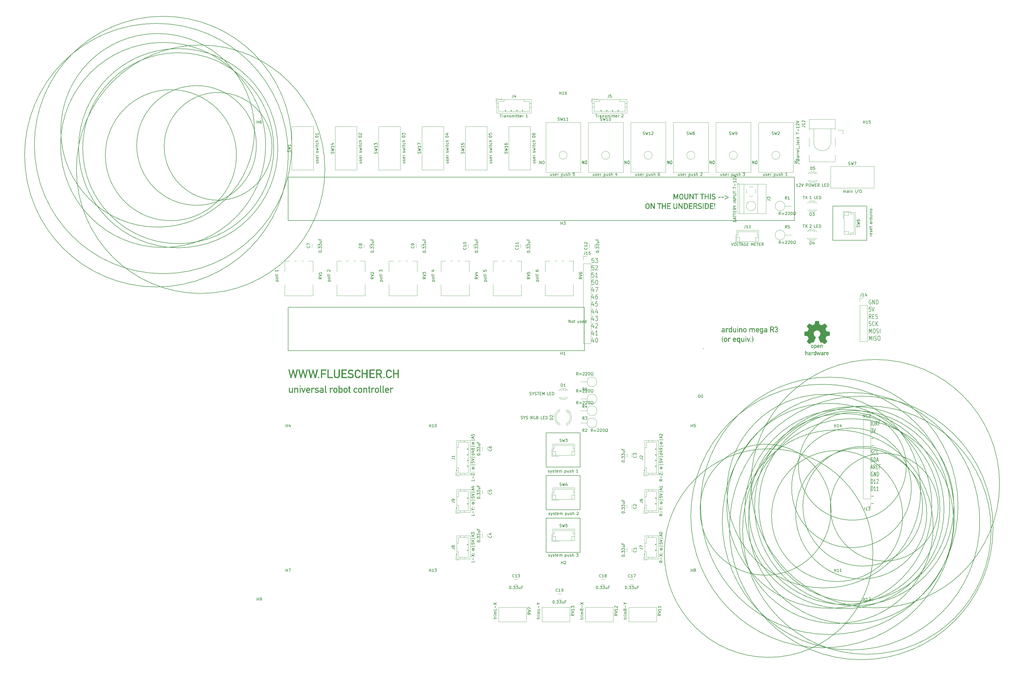
<source format=gbr>
%TF.GenerationSoftware,KiCad,Pcbnew,(7.0.0-0)*%
%TF.CreationDate,2024-03-29T02:07:55+01:00*%
%TF.ProjectId,universalRobotTx,756e6976-6572-4736-916c-526f626f7454,rev?*%
%TF.SameCoordinates,Original*%
%TF.FileFunction,Legend,Top*%
%TF.FilePolarity,Positive*%
%FSLAX46Y46*%
G04 Gerber Fmt 4.6, Leading zero omitted, Abs format (unit mm)*
G04 Created by KiCad (PCBNEW (7.0.0-0)) date 2024-03-29 02:07:55*
%MOMM*%
%LPD*%
G01*
G04 APERTURE LIST*
%ADD10C,0.200000*%
%ADD11C,0.150000*%
%ADD12C,0.300000*%
%ADD13C,0.010000*%
%ADD14C,0.120000*%
%ADD15C,0.050000*%
G04 APERTURE END LIST*
D10*
X-18751904Y-107630938D02*
X-18751904Y-106060938D01*
X-18085238Y-106060938D02*
X-17894762Y-106060938D01*
X-17894762Y-106060938D02*
X-17799524Y-106135700D01*
X-17799524Y-106135700D02*
X-17704286Y-106285223D01*
X-17704286Y-106285223D02*
X-17656667Y-106584271D01*
X-17656667Y-106584271D02*
X-17656667Y-107107604D01*
X-17656667Y-107107604D02*
X-17704286Y-107406652D01*
X-17704286Y-107406652D02*
X-17799524Y-107556176D01*
X-17799524Y-107556176D02*
X-17894762Y-107630938D01*
X-17894762Y-107630938D02*
X-18085238Y-107630938D01*
X-18085238Y-107630938D02*
X-18180476Y-107556176D01*
X-18180476Y-107556176D02*
X-18275714Y-107406652D01*
X-18275714Y-107406652D02*
X-18323333Y-107107604D01*
X-18323333Y-107107604D02*
X-18323333Y-106584271D01*
X-18323333Y-106584271D02*
X-18275714Y-106285223D01*
X-18275714Y-106285223D02*
X-18180476Y-106135700D01*
X-18180476Y-106135700D02*
X-18085238Y-106060938D01*
X-16656667Y-107630938D02*
X-16990000Y-106883319D01*
X-17228095Y-107630938D02*
X-17228095Y-106060938D01*
X-17228095Y-106060938D02*
X-16847143Y-106060938D01*
X-16847143Y-106060938D02*
X-16751905Y-106135700D01*
X-16751905Y-106135700D02*
X-16704286Y-106210461D01*
X-16704286Y-106210461D02*
X-16656667Y-106359985D01*
X-16656667Y-106359985D02*
X-16656667Y-106584271D01*
X-16656667Y-106584271D02*
X-16704286Y-106733795D01*
X-16704286Y-106733795D02*
X-16751905Y-106808557D01*
X-16751905Y-106808557D02*
X-16847143Y-106883319D01*
X-16847143Y-106883319D02*
X-17228095Y-106883319D01*
X-15894762Y-106808557D02*
X-16228095Y-106808557D01*
X-16228095Y-107630938D02*
X-16228095Y-106060938D01*
X-16228095Y-106060938D02*
X-15751905Y-106060938D01*
X-18847142Y-108604338D02*
X-18228095Y-108604338D01*
X-18228095Y-108604338D02*
X-18561428Y-109202433D01*
X-18561428Y-109202433D02*
X-18418571Y-109202433D01*
X-18418571Y-109202433D02*
X-18323333Y-109277195D01*
X-18323333Y-109277195D02*
X-18275714Y-109351957D01*
X-18275714Y-109351957D02*
X-18228095Y-109501480D01*
X-18228095Y-109501480D02*
X-18228095Y-109875290D01*
X-18228095Y-109875290D02*
X-18275714Y-110024814D01*
X-18275714Y-110024814D02*
X-18323333Y-110099576D01*
X-18323333Y-110099576D02*
X-18418571Y-110174338D01*
X-18418571Y-110174338D02*
X-18704285Y-110174338D01*
X-18704285Y-110174338D02*
X-18799523Y-110099576D01*
X-18799523Y-110099576D02*
X-18847142Y-110024814D01*
X-17942380Y-108604338D02*
X-17609047Y-110174338D01*
X-17609047Y-110174338D02*
X-17275714Y-108604338D01*
X-18751904Y-112119642D02*
X-17990000Y-112119642D01*
X-18751904Y-114663042D02*
X-17990000Y-114663042D01*
X-18799523Y-117729776D02*
X-18656666Y-117804538D01*
X-18656666Y-117804538D02*
X-18418571Y-117804538D01*
X-18418571Y-117804538D02*
X-18323333Y-117729776D01*
X-18323333Y-117729776D02*
X-18275714Y-117655014D01*
X-18275714Y-117655014D02*
X-18228095Y-117505490D01*
X-18228095Y-117505490D02*
X-18228095Y-117355966D01*
X-18228095Y-117355966D02*
X-18275714Y-117206442D01*
X-18275714Y-117206442D02*
X-18323333Y-117131680D01*
X-18323333Y-117131680D02*
X-18418571Y-117056919D01*
X-18418571Y-117056919D02*
X-18609047Y-116982157D01*
X-18609047Y-116982157D02*
X-18704285Y-116907395D01*
X-18704285Y-116907395D02*
X-18751904Y-116832633D01*
X-18751904Y-116832633D02*
X-18799523Y-116683109D01*
X-18799523Y-116683109D02*
X-18799523Y-116533585D01*
X-18799523Y-116533585D02*
X-18751904Y-116384061D01*
X-18751904Y-116384061D02*
X-18704285Y-116309300D01*
X-18704285Y-116309300D02*
X-18609047Y-116234538D01*
X-18609047Y-116234538D02*
X-18370952Y-116234538D01*
X-18370952Y-116234538D02*
X-18228095Y-116309300D01*
X-17228095Y-117655014D02*
X-17275714Y-117729776D01*
X-17275714Y-117729776D02*
X-17418571Y-117804538D01*
X-17418571Y-117804538D02*
X-17513809Y-117804538D01*
X-17513809Y-117804538D02*
X-17656666Y-117729776D01*
X-17656666Y-117729776D02*
X-17751904Y-117580252D01*
X-17751904Y-117580252D02*
X-17799523Y-117430728D01*
X-17799523Y-117430728D02*
X-17847142Y-117131680D01*
X-17847142Y-117131680D02*
X-17847142Y-116907395D01*
X-17847142Y-116907395D02*
X-17799523Y-116608347D01*
X-17799523Y-116608347D02*
X-17751904Y-116458823D01*
X-17751904Y-116458823D02*
X-17656666Y-116309300D01*
X-17656666Y-116309300D02*
X-17513809Y-116234538D01*
X-17513809Y-116234538D02*
X-17418571Y-116234538D01*
X-17418571Y-116234538D02*
X-17275714Y-116309300D01*
X-17275714Y-116309300D02*
X-17228095Y-116384061D01*
X-16323333Y-117804538D02*
X-16799523Y-117804538D01*
X-16799523Y-117804538D02*
X-16799523Y-116234538D01*
X-18799523Y-120273176D02*
X-18656666Y-120347938D01*
X-18656666Y-120347938D02*
X-18418571Y-120347938D01*
X-18418571Y-120347938D02*
X-18323333Y-120273176D01*
X-18323333Y-120273176D02*
X-18275714Y-120198414D01*
X-18275714Y-120198414D02*
X-18228095Y-120048890D01*
X-18228095Y-120048890D02*
X-18228095Y-119899366D01*
X-18228095Y-119899366D02*
X-18275714Y-119749842D01*
X-18275714Y-119749842D02*
X-18323333Y-119675080D01*
X-18323333Y-119675080D02*
X-18418571Y-119600319D01*
X-18418571Y-119600319D02*
X-18609047Y-119525557D01*
X-18609047Y-119525557D02*
X-18704285Y-119450795D01*
X-18704285Y-119450795D02*
X-18751904Y-119376033D01*
X-18751904Y-119376033D02*
X-18799523Y-119226509D01*
X-18799523Y-119226509D02*
X-18799523Y-119076985D01*
X-18799523Y-119076985D02*
X-18751904Y-118927461D01*
X-18751904Y-118927461D02*
X-18704285Y-118852700D01*
X-18704285Y-118852700D02*
X-18609047Y-118777938D01*
X-18609047Y-118777938D02*
X-18370952Y-118777938D01*
X-18370952Y-118777938D02*
X-18228095Y-118852700D01*
X-17799523Y-120347938D02*
X-17799523Y-118777938D01*
X-17799523Y-118777938D02*
X-17561428Y-118777938D01*
X-17561428Y-118777938D02*
X-17418571Y-118852700D01*
X-17418571Y-118852700D02*
X-17323333Y-119002223D01*
X-17323333Y-119002223D02*
X-17275714Y-119151747D01*
X-17275714Y-119151747D02*
X-17228095Y-119450795D01*
X-17228095Y-119450795D02*
X-17228095Y-119675080D01*
X-17228095Y-119675080D02*
X-17275714Y-119974128D01*
X-17275714Y-119974128D02*
X-17323333Y-120123652D01*
X-17323333Y-120123652D02*
X-17418571Y-120273176D01*
X-17418571Y-120273176D02*
X-17561428Y-120347938D01*
X-17561428Y-120347938D02*
X-17799523Y-120347938D01*
X-16847142Y-119899366D02*
X-16370952Y-119899366D01*
X-16942380Y-120347938D02*
X-16609047Y-118777938D01*
X-16609047Y-118777938D02*
X-16275714Y-120347938D01*
X-18799523Y-122442766D02*
X-18323333Y-122442766D01*
X-18894761Y-122891338D02*
X-18561428Y-121321338D01*
X-18561428Y-121321338D02*
X-18228095Y-122891338D01*
X-17323333Y-122891338D02*
X-17656666Y-122143719D01*
X-17894761Y-122891338D02*
X-17894761Y-121321338D01*
X-17894761Y-121321338D02*
X-17513809Y-121321338D01*
X-17513809Y-121321338D02*
X-17418571Y-121396100D01*
X-17418571Y-121396100D02*
X-17370952Y-121470861D01*
X-17370952Y-121470861D02*
X-17323333Y-121620385D01*
X-17323333Y-121620385D02*
X-17323333Y-121844671D01*
X-17323333Y-121844671D02*
X-17370952Y-121994195D01*
X-17370952Y-121994195D02*
X-17418571Y-122068957D01*
X-17418571Y-122068957D02*
X-17513809Y-122143719D01*
X-17513809Y-122143719D02*
X-17894761Y-122143719D01*
X-16894761Y-122068957D02*
X-16561428Y-122068957D01*
X-16418571Y-122891338D02*
X-16894761Y-122891338D01*
X-16894761Y-122891338D02*
X-16894761Y-121321338D01*
X-16894761Y-121321338D02*
X-16418571Y-121321338D01*
X-15656666Y-122068957D02*
X-15989999Y-122068957D01*
X-15989999Y-122891338D02*
X-15989999Y-121321338D01*
X-15989999Y-121321338D02*
X-15513809Y-121321338D01*
X-18228095Y-123939500D02*
X-18323333Y-123864738D01*
X-18323333Y-123864738D02*
X-18466190Y-123864738D01*
X-18466190Y-123864738D02*
X-18609047Y-123939500D01*
X-18609047Y-123939500D02*
X-18704285Y-124089023D01*
X-18704285Y-124089023D02*
X-18751904Y-124238547D01*
X-18751904Y-124238547D02*
X-18799523Y-124537595D01*
X-18799523Y-124537595D02*
X-18799523Y-124761880D01*
X-18799523Y-124761880D02*
X-18751904Y-125060928D01*
X-18751904Y-125060928D02*
X-18704285Y-125210452D01*
X-18704285Y-125210452D02*
X-18609047Y-125359976D01*
X-18609047Y-125359976D02*
X-18466190Y-125434738D01*
X-18466190Y-125434738D02*
X-18370952Y-125434738D01*
X-18370952Y-125434738D02*
X-18228095Y-125359976D01*
X-18228095Y-125359976D02*
X-18180476Y-125285214D01*
X-18180476Y-125285214D02*
X-18180476Y-124761880D01*
X-18180476Y-124761880D02*
X-18370952Y-124761880D01*
X-17751904Y-125434738D02*
X-17751904Y-123864738D01*
X-17751904Y-123864738D02*
X-17180476Y-125434738D01*
X-17180476Y-125434738D02*
X-17180476Y-123864738D01*
X-16704285Y-125434738D02*
X-16704285Y-123864738D01*
X-16704285Y-123864738D02*
X-16466190Y-123864738D01*
X-16466190Y-123864738D02*
X-16323333Y-123939500D01*
X-16323333Y-123939500D02*
X-16228095Y-124089023D01*
X-16228095Y-124089023D02*
X-16180476Y-124238547D01*
X-16180476Y-124238547D02*
X-16132857Y-124537595D01*
X-16132857Y-124537595D02*
X-16132857Y-124761880D01*
X-16132857Y-124761880D02*
X-16180476Y-125060928D01*
X-16180476Y-125060928D02*
X-16228095Y-125210452D01*
X-16228095Y-125210452D02*
X-16323333Y-125359976D01*
X-16323333Y-125359976D02*
X-16466190Y-125434738D01*
X-16466190Y-125434738D02*
X-16704285Y-125434738D01*
X-18751904Y-127978138D02*
X-18751904Y-126408138D01*
X-18751904Y-126408138D02*
X-18513809Y-126408138D01*
X-18513809Y-126408138D02*
X-18370952Y-126482900D01*
X-18370952Y-126482900D02*
X-18275714Y-126632423D01*
X-18275714Y-126632423D02*
X-18228095Y-126781947D01*
X-18228095Y-126781947D02*
X-18180476Y-127080995D01*
X-18180476Y-127080995D02*
X-18180476Y-127305280D01*
X-18180476Y-127305280D02*
X-18228095Y-127604328D01*
X-18228095Y-127604328D02*
X-18275714Y-127753852D01*
X-18275714Y-127753852D02*
X-18370952Y-127903376D01*
X-18370952Y-127903376D02*
X-18513809Y-127978138D01*
X-18513809Y-127978138D02*
X-18751904Y-127978138D01*
X-17228095Y-127978138D02*
X-17799523Y-127978138D01*
X-17513809Y-127978138D02*
X-17513809Y-126408138D01*
X-17513809Y-126408138D02*
X-17609047Y-126632423D01*
X-17609047Y-126632423D02*
X-17704285Y-126781947D01*
X-17704285Y-126781947D02*
X-17799523Y-126856709D01*
X-16847142Y-126557661D02*
X-16799523Y-126482900D01*
X-16799523Y-126482900D02*
X-16704285Y-126408138D01*
X-16704285Y-126408138D02*
X-16466190Y-126408138D01*
X-16466190Y-126408138D02*
X-16370952Y-126482900D01*
X-16370952Y-126482900D02*
X-16323333Y-126557661D01*
X-16323333Y-126557661D02*
X-16275714Y-126707185D01*
X-16275714Y-126707185D02*
X-16275714Y-126856709D01*
X-16275714Y-126856709D02*
X-16323333Y-127080995D01*
X-16323333Y-127080995D02*
X-16894761Y-127978138D01*
X-16894761Y-127978138D02*
X-16275714Y-127978138D01*
X-18751904Y-130521538D02*
X-18751904Y-128951538D01*
X-18751904Y-128951538D02*
X-18513809Y-128951538D01*
X-18513809Y-128951538D02*
X-18370952Y-129026300D01*
X-18370952Y-129026300D02*
X-18275714Y-129175823D01*
X-18275714Y-129175823D02*
X-18228095Y-129325347D01*
X-18228095Y-129325347D02*
X-18180476Y-129624395D01*
X-18180476Y-129624395D02*
X-18180476Y-129848680D01*
X-18180476Y-129848680D02*
X-18228095Y-130147728D01*
X-18228095Y-130147728D02*
X-18275714Y-130297252D01*
X-18275714Y-130297252D02*
X-18370952Y-130446776D01*
X-18370952Y-130446776D02*
X-18513809Y-130521538D01*
X-18513809Y-130521538D02*
X-18751904Y-130521538D01*
X-17228095Y-130521538D02*
X-17799523Y-130521538D01*
X-17513809Y-130521538D02*
X-17513809Y-128951538D01*
X-17513809Y-128951538D02*
X-17609047Y-129175823D01*
X-17609047Y-129175823D02*
X-17704285Y-129325347D01*
X-17704285Y-129325347D02*
X-17799523Y-129400109D01*
X-16275714Y-130521538D02*
X-16847142Y-130521538D01*
X-16561428Y-130521538D02*
X-16561428Y-128951538D01*
X-16561428Y-128951538D02*
X-16656666Y-129175823D01*
X-16656666Y-129175823D02*
X-16751904Y-129325347D01*
X-16751904Y-129325347D02*
X-16847142Y-129400109D01*
X-18751904Y-132466842D02*
X-17990000Y-132466842D01*
X-18751904Y-135010242D02*
X-17990000Y-135010242D01*
X-18869577Y-63472993D02*
X-18983863Y-63398231D01*
X-18983863Y-63398231D02*
X-19155291Y-63398231D01*
X-19155291Y-63398231D02*
X-19326720Y-63472993D01*
X-19326720Y-63472993D02*
X-19441005Y-63622516D01*
X-19441005Y-63622516D02*
X-19498148Y-63772040D01*
X-19498148Y-63772040D02*
X-19555291Y-64071088D01*
X-19555291Y-64071088D02*
X-19555291Y-64295373D01*
X-19555291Y-64295373D02*
X-19498148Y-64594421D01*
X-19498148Y-64594421D02*
X-19441005Y-64743945D01*
X-19441005Y-64743945D02*
X-19326720Y-64893469D01*
X-19326720Y-64893469D02*
X-19155291Y-64968231D01*
X-19155291Y-64968231D02*
X-19041005Y-64968231D01*
X-19041005Y-64968231D02*
X-18869577Y-64893469D01*
X-18869577Y-64893469D02*
X-18812434Y-64818707D01*
X-18812434Y-64818707D02*
X-18812434Y-64295373D01*
X-18812434Y-64295373D02*
X-19041005Y-64295373D01*
X-18298148Y-64968231D02*
X-18298148Y-63398231D01*
X-18298148Y-63398231D02*
X-17612434Y-64968231D01*
X-17612434Y-64968231D02*
X-17612434Y-63398231D01*
X-17041005Y-64968231D02*
X-17041005Y-63398231D01*
X-17041005Y-63398231D02*
X-16755291Y-63398231D01*
X-16755291Y-63398231D02*
X-16583862Y-63472993D01*
X-16583862Y-63472993D02*
X-16469577Y-63622516D01*
X-16469577Y-63622516D02*
X-16412434Y-63772040D01*
X-16412434Y-63772040D02*
X-16355291Y-64071088D01*
X-16355291Y-64071088D02*
X-16355291Y-64295373D01*
X-16355291Y-64295373D02*
X-16412434Y-64594421D01*
X-16412434Y-64594421D02*
X-16469577Y-64743945D01*
X-16469577Y-64743945D02*
X-16583862Y-64893469D01*
X-16583862Y-64893469D02*
X-16755291Y-64968231D01*
X-16755291Y-64968231D02*
X-17041005Y-64968231D01*
X-18926720Y-65941631D02*
X-19498148Y-65941631D01*
X-19498148Y-65941631D02*
X-19555291Y-66689250D01*
X-19555291Y-66689250D02*
X-19498148Y-66614488D01*
X-19498148Y-66614488D02*
X-19383863Y-66539726D01*
X-19383863Y-66539726D02*
X-19098148Y-66539726D01*
X-19098148Y-66539726D02*
X-18983863Y-66614488D01*
X-18983863Y-66614488D02*
X-18926720Y-66689250D01*
X-18926720Y-66689250D02*
X-18869577Y-66838773D01*
X-18869577Y-66838773D02*
X-18869577Y-67212583D01*
X-18869577Y-67212583D02*
X-18926720Y-67362107D01*
X-18926720Y-67362107D02*
X-18983863Y-67436869D01*
X-18983863Y-67436869D02*
X-19098148Y-67511631D01*
X-19098148Y-67511631D02*
X-19383863Y-67511631D01*
X-19383863Y-67511631D02*
X-19498148Y-67436869D01*
X-19498148Y-67436869D02*
X-19555291Y-67362107D01*
X-18526720Y-65941631D02*
X-18126720Y-67511631D01*
X-18126720Y-67511631D02*
X-17726720Y-65941631D01*
X-18812434Y-70055031D02*
X-19212434Y-69307412D01*
X-19498148Y-70055031D02*
X-19498148Y-68485031D01*
X-19498148Y-68485031D02*
X-19041005Y-68485031D01*
X-19041005Y-68485031D02*
X-18926720Y-68559793D01*
X-18926720Y-68559793D02*
X-18869577Y-68634554D01*
X-18869577Y-68634554D02*
X-18812434Y-68784078D01*
X-18812434Y-68784078D02*
X-18812434Y-69008364D01*
X-18812434Y-69008364D02*
X-18869577Y-69157888D01*
X-18869577Y-69157888D02*
X-18926720Y-69232650D01*
X-18926720Y-69232650D02*
X-19041005Y-69307412D01*
X-19041005Y-69307412D02*
X-19498148Y-69307412D01*
X-18298148Y-69232650D02*
X-17898148Y-69232650D01*
X-17726720Y-70055031D02*
X-18298148Y-70055031D01*
X-18298148Y-70055031D02*
X-18298148Y-68485031D01*
X-18298148Y-68485031D02*
X-17726720Y-68485031D01*
X-17269577Y-69980269D02*
X-17098149Y-70055031D01*
X-17098149Y-70055031D02*
X-16812434Y-70055031D01*
X-16812434Y-70055031D02*
X-16698149Y-69980269D01*
X-16698149Y-69980269D02*
X-16641006Y-69905507D01*
X-16641006Y-69905507D02*
X-16583863Y-69755983D01*
X-16583863Y-69755983D02*
X-16583863Y-69606459D01*
X-16583863Y-69606459D02*
X-16641006Y-69456935D01*
X-16641006Y-69456935D02*
X-16698149Y-69382173D01*
X-16698149Y-69382173D02*
X-16812434Y-69307412D01*
X-16812434Y-69307412D02*
X-17041006Y-69232650D01*
X-17041006Y-69232650D02*
X-17155291Y-69157888D01*
X-17155291Y-69157888D02*
X-17212434Y-69083126D01*
X-17212434Y-69083126D02*
X-17269577Y-68933602D01*
X-17269577Y-68933602D02*
X-17269577Y-68784078D01*
X-17269577Y-68784078D02*
X-17212434Y-68634554D01*
X-17212434Y-68634554D02*
X-17155291Y-68559793D01*
X-17155291Y-68559793D02*
X-17041006Y-68485031D01*
X-17041006Y-68485031D02*
X-16755291Y-68485031D01*
X-16755291Y-68485031D02*
X-16583863Y-68559793D01*
X-19555291Y-72523669D02*
X-19383863Y-72598431D01*
X-19383863Y-72598431D02*
X-19098148Y-72598431D01*
X-19098148Y-72598431D02*
X-18983863Y-72523669D01*
X-18983863Y-72523669D02*
X-18926720Y-72448907D01*
X-18926720Y-72448907D02*
X-18869577Y-72299383D01*
X-18869577Y-72299383D02*
X-18869577Y-72149859D01*
X-18869577Y-72149859D02*
X-18926720Y-72000335D01*
X-18926720Y-72000335D02*
X-18983863Y-71925573D01*
X-18983863Y-71925573D02*
X-19098148Y-71850812D01*
X-19098148Y-71850812D02*
X-19326720Y-71776050D01*
X-19326720Y-71776050D02*
X-19441005Y-71701288D01*
X-19441005Y-71701288D02*
X-19498148Y-71626526D01*
X-19498148Y-71626526D02*
X-19555291Y-71477002D01*
X-19555291Y-71477002D02*
X-19555291Y-71327478D01*
X-19555291Y-71327478D02*
X-19498148Y-71177954D01*
X-19498148Y-71177954D02*
X-19441005Y-71103193D01*
X-19441005Y-71103193D02*
X-19326720Y-71028431D01*
X-19326720Y-71028431D02*
X-19041005Y-71028431D01*
X-19041005Y-71028431D02*
X-18869577Y-71103193D01*
X-17669577Y-72448907D02*
X-17726720Y-72523669D01*
X-17726720Y-72523669D02*
X-17898148Y-72598431D01*
X-17898148Y-72598431D02*
X-18012434Y-72598431D01*
X-18012434Y-72598431D02*
X-18183863Y-72523669D01*
X-18183863Y-72523669D02*
X-18298148Y-72374145D01*
X-18298148Y-72374145D02*
X-18355291Y-72224621D01*
X-18355291Y-72224621D02*
X-18412434Y-71925573D01*
X-18412434Y-71925573D02*
X-18412434Y-71701288D01*
X-18412434Y-71701288D02*
X-18355291Y-71402240D01*
X-18355291Y-71402240D02*
X-18298148Y-71252716D01*
X-18298148Y-71252716D02*
X-18183863Y-71103193D01*
X-18183863Y-71103193D02*
X-18012434Y-71028431D01*
X-18012434Y-71028431D02*
X-17898148Y-71028431D01*
X-17898148Y-71028431D02*
X-17726720Y-71103193D01*
X-17726720Y-71103193D02*
X-17669577Y-71177954D01*
X-17155291Y-72598431D02*
X-17155291Y-71028431D01*
X-16469577Y-72598431D02*
X-16983863Y-71701288D01*
X-16469577Y-71028431D02*
X-17155291Y-71925573D01*
X-19498148Y-75141831D02*
X-19498148Y-73571831D01*
X-19498148Y-73571831D02*
X-19098148Y-74693259D01*
X-19098148Y-74693259D02*
X-18698148Y-73571831D01*
X-18698148Y-73571831D02*
X-18698148Y-75141831D01*
X-17898148Y-73571831D02*
X-17669576Y-73571831D01*
X-17669576Y-73571831D02*
X-17555291Y-73646593D01*
X-17555291Y-73646593D02*
X-17441005Y-73796116D01*
X-17441005Y-73796116D02*
X-17383862Y-74095164D01*
X-17383862Y-74095164D02*
X-17383862Y-74618497D01*
X-17383862Y-74618497D02*
X-17441005Y-74917545D01*
X-17441005Y-74917545D02*
X-17555291Y-75067069D01*
X-17555291Y-75067069D02*
X-17669576Y-75141831D01*
X-17669576Y-75141831D02*
X-17898148Y-75141831D01*
X-17898148Y-75141831D02*
X-18012434Y-75067069D01*
X-18012434Y-75067069D02*
X-18126719Y-74917545D01*
X-18126719Y-74917545D02*
X-18183862Y-74618497D01*
X-18183862Y-74618497D02*
X-18183862Y-74095164D01*
X-18183862Y-74095164D02*
X-18126719Y-73796116D01*
X-18126719Y-73796116D02*
X-18012434Y-73646593D01*
X-18012434Y-73646593D02*
X-17898148Y-73571831D01*
X-16926719Y-75067069D02*
X-16755291Y-75141831D01*
X-16755291Y-75141831D02*
X-16469576Y-75141831D01*
X-16469576Y-75141831D02*
X-16355291Y-75067069D01*
X-16355291Y-75067069D02*
X-16298148Y-74992307D01*
X-16298148Y-74992307D02*
X-16241005Y-74842783D01*
X-16241005Y-74842783D02*
X-16241005Y-74693259D01*
X-16241005Y-74693259D02*
X-16298148Y-74543735D01*
X-16298148Y-74543735D02*
X-16355291Y-74468973D01*
X-16355291Y-74468973D02*
X-16469576Y-74394212D01*
X-16469576Y-74394212D02*
X-16698148Y-74319450D01*
X-16698148Y-74319450D02*
X-16812433Y-74244688D01*
X-16812433Y-74244688D02*
X-16869576Y-74169926D01*
X-16869576Y-74169926D02*
X-16926719Y-74020402D01*
X-16926719Y-74020402D02*
X-16926719Y-73870878D01*
X-16926719Y-73870878D02*
X-16869576Y-73721354D01*
X-16869576Y-73721354D02*
X-16812433Y-73646593D01*
X-16812433Y-73646593D02*
X-16698148Y-73571831D01*
X-16698148Y-73571831D02*
X-16412433Y-73571831D01*
X-16412433Y-73571831D02*
X-16241005Y-73646593D01*
X-15726719Y-75141831D02*
X-15726719Y-73571831D01*
X-19498148Y-77685231D02*
X-19498148Y-76115231D01*
X-19498148Y-76115231D02*
X-19098148Y-77236659D01*
X-19098148Y-77236659D02*
X-18698148Y-76115231D01*
X-18698148Y-76115231D02*
X-18698148Y-77685231D01*
X-18126719Y-77685231D02*
X-18126719Y-76115231D01*
X-17612433Y-77610469D02*
X-17441005Y-77685231D01*
X-17441005Y-77685231D02*
X-17155290Y-77685231D01*
X-17155290Y-77685231D02*
X-17041005Y-77610469D01*
X-17041005Y-77610469D02*
X-16983862Y-77535707D01*
X-16983862Y-77535707D02*
X-16926719Y-77386183D01*
X-16926719Y-77386183D02*
X-16926719Y-77236659D01*
X-16926719Y-77236659D02*
X-16983862Y-77087135D01*
X-16983862Y-77087135D02*
X-17041005Y-77012373D01*
X-17041005Y-77012373D02*
X-17155290Y-76937612D01*
X-17155290Y-76937612D02*
X-17383862Y-76862850D01*
X-17383862Y-76862850D02*
X-17498147Y-76788088D01*
X-17498147Y-76788088D02*
X-17555290Y-76713326D01*
X-17555290Y-76713326D02*
X-17612433Y-76563802D01*
X-17612433Y-76563802D02*
X-17612433Y-76414278D01*
X-17612433Y-76414278D02*
X-17555290Y-76264754D01*
X-17555290Y-76264754D02*
X-17498147Y-76189993D01*
X-17498147Y-76189993D02*
X-17383862Y-76115231D01*
X-17383862Y-76115231D02*
X-17098147Y-76115231D01*
X-17098147Y-76115231D02*
X-16926719Y-76189993D01*
X-16183862Y-76115231D02*
X-15955290Y-76115231D01*
X-15955290Y-76115231D02*
X-15841005Y-76189993D01*
X-15841005Y-76189993D02*
X-15726719Y-76339516D01*
X-15726719Y-76339516D02*
X-15669576Y-76638564D01*
X-15669576Y-76638564D02*
X-15669576Y-77161897D01*
X-15669576Y-77161897D02*
X-15726719Y-77460945D01*
X-15726719Y-77460945D02*
X-15841005Y-77610469D01*
X-15841005Y-77610469D02*
X-15955290Y-77685231D01*
X-15955290Y-77685231D02*
X-16183862Y-77685231D01*
X-16183862Y-77685231D02*
X-16298148Y-77610469D01*
X-16298148Y-77610469D02*
X-16412433Y-77460945D01*
X-16412433Y-77460945D02*
X-16469576Y-77161897D01*
X-16469576Y-77161897D02*
X-16469576Y-76638564D01*
X-16469576Y-76638564D02*
X-16412433Y-76339516D01*
X-16412433Y-76339516D02*
X-16298148Y-76189993D01*
X-16298148Y-76189993D02*
X-16183862Y-76115231D01*
X-116210515Y-48852792D02*
X-116877181Y-48852792D01*
X-116877181Y-48852792D02*
X-116943848Y-49600411D01*
X-116943848Y-49600411D02*
X-116877181Y-49525649D01*
X-116877181Y-49525649D02*
X-116743848Y-49450887D01*
X-116743848Y-49450887D02*
X-116410515Y-49450887D01*
X-116410515Y-49450887D02*
X-116277181Y-49525649D01*
X-116277181Y-49525649D02*
X-116210515Y-49600411D01*
X-116210515Y-49600411D02*
X-116143848Y-49749934D01*
X-116143848Y-49749934D02*
X-116143848Y-50123744D01*
X-116143848Y-50123744D02*
X-116210515Y-50273268D01*
X-116210515Y-50273268D02*
X-116277181Y-50348030D01*
X-116277181Y-50348030D02*
X-116410515Y-50422792D01*
X-116410515Y-50422792D02*
X-116743848Y-50422792D01*
X-116743848Y-50422792D02*
X-116877181Y-50348030D01*
X-116877181Y-50348030D02*
X-116943848Y-50273268D01*
X-115677182Y-48852792D02*
X-114810515Y-48852792D01*
X-114810515Y-48852792D02*
X-115277182Y-49450887D01*
X-115277182Y-49450887D02*
X-115077182Y-49450887D01*
X-115077182Y-49450887D02*
X-114943848Y-49525649D01*
X-114943848Y-49525649D02*
X-114877182Y-49600411D01*
X-114877182Y-49600411D02*
X-114810515Y-49749934D01*
X-114810515Y-49749934D02*
X-114810515Y-50123744D01*
X-114810515Y-50123744D02*
X-114877182Y-50273268D01*
X-114877182Y-50273268D02*
X-114943848Y-50348030D01*
X-114943848Y-50348030D02*
X-115077182Y-50422792D01*
X-115077182Y-50422792D02*
X-115477182Y-50422792D01*
X-115477182Y-50422792D02*
X-115610515Y-50348030D01*
X-115610515Y-50348030D02*
X-115677182Y-50273268D01*
X-116210515Y-51396192D02*
X-116877181Y-51396192D01*
X-116877181Y-51396192D02*
X-116943848Y-52143811D01*
X-116943848Y-52143811D02*
X-116877181Y-52069049D01*
X-116877181Y-52069049D02*
X-116743848Y-51994287D01*
X-116743848Y-51994287D02*
X-116410515Y-51994287D01*
X-116410515Y-51994287D02*
X-116277181Y-52069049D01*
X-116277181Y-52069049D02*
X-116210515Y-52143811D01*
X-116210515Y-52143811D02*
X-116143848Y-52293334D01*
X-116143848Y-52293334D02*
X-116143848Y-52667144D01*
X-116143848Y-52667144D02*
X-116210515Y-52816668D01*
X-116210515Y-52816668D02*
X-116277181Y-52891430D01*
X-116277181Y-52891430D02*
X-116410515Y-52966192D01*
X-116410515Y-52966192D02*
X-116743848Y-52966192D01*
X-116743848Y-52966192D02*
X-116877181Y-52891430D01*
X-116877181Y-52891430D02*
X-116943848Y-52816668D01*
X-115610515Y-51545715D02*
X-115543848Y-51470954D01*
X-115543848Y-51470954D02*
X-115410515Y-51396192D01*
X-115410515Y-51396192D02*
X-115077182Y-51396192D01*
X-115077182Y-51396192D02*
X-114943848Y-51470954D01*
X-114943848Y-51470954D02*
X-114877182Y-51545715D01*
X-114877182Y-51545715D02*
X-114810515Y-51695239D01*
X-114810515Y-51695239D02*
X-114810515Y-51844763D01*
X-114810515Y-51844763D02*
X-114877182Y-52069049D01*
X-114877182Y-52069049D02*
X-115677182Y-52966192D01*
X-115677182Y-52966192D02*
X-114810515Y-52966192D01*
X-116210515Y-53939592D02*
X-116877181Y-53939592D01*
X-116877181Y-53939592D02*
X-116943848Y-54687211D01*
X-116943848Y-54687211D02*
X-116877181Y-54612449D01*
X-116877181Y-54612449D02*
X-116743848Y-54537687D01*
X-116743848Y-54537687D02*
X-116410515Y-54537687D01*
X-116410515Y-54537687D02*
X-116277181Y-54612449D01*
X-116277181Y-54612449D02*
X-116210515Y-54687211D01*
X-116210515Y-54687211D02*
X-116143848Y-54836734D01*
X-116143848Y-54836734D02*
X-116143848Y-55210544D01*
X-116143848Y-55210544D02*
X-116210515Y-55360068D01*
X-116210515Y-55360068D02*
X-116277181Y-55434830D01*
X-116277181Y-55434830D02*
X-116410515Y-55509592D01*
X-116410515Y-55509592D02*
X-116743848Y-55509592D01*
X-116743848Y-55509592D02*
X-116877181Y-55434830D01*
X-116877181Y-55434830D02*
X-116943848Y-55360068D01*
X-114810515Y-55509592D02*
X-115610515Y-55509592D01*
X-115210515Y-55509592D02*
X-115210515Y-53939592D01*
X-115210515Y-53939592D02*
X-115343848Y-54163877D01*
X-115343848Y-54163877D02*
X-115477182Y-54313401D01*
X-115477182Y-54313401D02*
X-115610515Y-54388163D01*
X-116210515Y-56482992D02*
X-116877181Y-56482992D01*
X-116877181Y-56482992D02*
X-116943848Y-57230611D01*
X-116943848Y-57230611D02*
X-116877181Y-57155849D01*
X-116877181Y-57155849D02*
X-116743848Y-57081087D01*
X-116743848Y-57081087D02*
X-116410515Y-57081087D01*
X-116410515Y-57081087D02*
X-116277181Y-57155849D01*
X-116277181Y-57155849D02*
X-116210515Y-57230611D01*
X-116210515Y-57230611D02*
X-116143848Y-57380134D01*
X-116143848Y-57380134D02*
X-116143848Y-57753944D01*
X-116143848Y-57753944D02*
X-116210515Y-57903468D01*
X-116210515Y-57903468D02*
X-116277181Y-57978230D01*
X-116277181Y-57978230D02*
X-116410515Y-58052992D01*
X-116410515Y-58052992D02*
X-116743848Y-58052992D01*
X-116743848Y-58052992D02*
X-116877181Y-57978230D01*
X-116877181Y-57978230D02*
X-116943848Y-57903468D01*
X-115277182Y-56482992D02*
X-115143848Y-56482992D01*
X-115143848Y-56482992D02*
X-115010515Y-56557754D01*
X-115010515Y-56557754D02*
X-114943848Y-56632515D01*
X-114943848Y-56632515D02*
X-114877182Y-56782039D01*
X-114877182Y-56782039D02*
X-114810515Y-57081087D01*
X-114810515Y-57081087D02*
X-114810515Y-57454896D01*
X-114810515Y-57454896D02*
X-114877182Y-57753944D01*
X-114877182Y-57753944D02*
X-114943848Y-57903468D01*
X-114943848Y-57903468D02*
X-115010515Y-57978230D01*
X-115010515Y-57978230D02*
X-115143848Y-58052992D01*
X-115143848Y-58052992D02*
X-115277182Y-58052992D01*
X-115277182Y-58052992D02*
X-115410515Y-57978230D01*
X-115410515Y-57978230D02*
X-115477182Y-57903468D01*
X-115477182Y-57903468D02*
X-115543848Y-57753944D01*
X-115543848Y-57753944D02*
X-115610515Y-57454896D01*
X-115610515Y-57454896D02*
X-115610515Y-57081087D01*
X-115610515Y-57081087D02*
X-115543848Y-56782039D01*
X-115543848Y-56782039D02*
X-115477182Y-56632515D01*
X-115477182Y-56632515D02*
X-115410515Y-56557754D01*
X-115410515Y-56557754D02*
X-115277182Y-56482992D01*
X-116277181Y-59549725D02*
X-116277181Y-60596392D01*
X-116610515Y-58951630D02*
X-116943848Y-60073058D01*
X-116943848Y-60073058D02*
X-116077181Y-60073058D01*
X-115677182Y-59026392D02*
X-114743848Y-59026392D01*
X-114743848Y-59026392D02*
X-115343848Y-60596392D01*
X-116277181Y-62093125D02*
X-116277181Y-63139792D01*
X-116610515Y-61495030D02*
X-116943848Y-62616458D01*
X-116943848Y-62616458D02*
X-116077181Y-62616458D01*
X-114943848Y-61569792D02*
X-115210515Y-61569792D01*
X-115210515Y-61569792D02*
X-115343848Y-61644554D01*
X-115343848Y-61644554D02*
X-115410515Y-61719315D01*
X-115410515Y-61719315D02*
X-115543848Y-61943601D01*
X-115543848Y-61943601D02*
X-115610515Y-62242649D01*
X-115610515Y-62242649D02*
X-115610515Y-62840744D01*
X-115610515Y-62840744D02*
X-115543848Y-62990268D01*
X-115543848Y-62990268D02*
X-115477182Y-63065030D01*
X-115477182Y-63065030D02*
X-115343848Y-63139792D01*
X-115343848Y-63139792D02*
X-115077182Y-63139792D01*
X-115077182Y-63139792D02*
X-114943848Y-63065030D01*
X-114943848Y-63065030D02*
X-114877182Y-62990268D01*
X-114877182Y-62990268D02*
X-114810515Y-62840744D01*
X-114810515Y-62840744D02*
X-114810515Y-62466934D01*
X-114810515Y-62466934D02*
X-114877182Y-62317411D01*
X-114877182Y-62317411D02*
X-114943848Y-62242649D01*
X-114943848Y-62242649D02*
X-115077182Y-62167887D01*
X-115077182Y-62167887D02*
X-115343848Y-62167887D01*
X-115343848Y-62167887D02*
X-115477182Y-62242649D01*
X-115477182Y-62242649D02*
X-115543848Y-62317411D01*
X-115543848Y-62317411D02*
X-115610515Y-62466934D01*
X-116277181Y-64636525D02*
X-116277181Y-65683192D01*
X-116610515Y-64038430D02*
X-116943848Y-65159858D01*
X-116943848Y-65159858D02*
X-116077181Y-65159858D01*
X-114877182Y-64113192D02*
X-115543848Y-64113192D01*
X-115543848Y-64113192D02*
X-115610515Y-64860811D01*
X-115610515Y-64860811D02*
X-115543848Y-64786049D01*
X-115543848Y-64786049D02*
X-115410515Y-64711287D01*
X-115410515Y-64711287D02*
X-115077182Y-64711287D01*
X-115077182Y-64711287D02*
X-114943848Y-64786049D01*
X-114943848Y-64786049D02*
X-114877182Y-64860811D01*
X-114877182Y-64860811D02*
X-114810515Y-65010334D01*
X-114810515Y-65010334D02*
X-114810515Y-65384144D01*
X-114810515Y-65384144D02*
X-114877182Y-65533668D01*
X-114877182Y-65533668D02*
X-114943848Y-65608430D01*
X-114943848Y-65608430D02*
X-115077182Y-65683192D01*
X-115077182Y-65683192D02*
X-115410515Y-65683192D01*
X-115410515Y-65683192D02*
X-115543848Y-65608430D01*
X-115543848Y-65608430D02*
X-115610515Y-65533668D01*
X-116277181Y-67179925D02*
X-116277181Y-68226592D01*
X-116610515Y-66581830D02*
X-116943848Y-67703258D01*
X-116943848Y-67703258D02*
X-116077181Y-67703258D01*
X-114943848Y-67179925D02*
X-114943848Y-68226592D01*
X-115277182Y-66581830D02*
X-115610515Y-67703258D01*
X-115610515Y-67703258D02*
X-114743848Y-67703258D01*
X-116277181Y-69723325D02*
X-116277181Y-70769992D01*
X-116610515Y-69125230D02*
X-116943848Y-70246658D01*
X-116943848Y-70246658D02*
X-116077181Y-70246658D01*
X-115677182Y-69199992D02*
X-114810515Y-69199992D01*
X-114810515Y-69199992D02*
X-115277182Y-69798087D01*
X-115277182Y-69798087D02*
X-115077182Y-69798087D01*
X-115077182Y-69798087D02*
X-114943848Y-69872849D01*
X-114943848Y-69872849D02*
X-114877182Y-69947611D01*
X-114877182Y-69947611D02*
X-114810515Y-70097134D01*
X-114810515Y-70097134D02*
X-114810515Y-70470944D01*
X-114810515Y-70470944D02*
X-114877182Y-70620468D01*
X-114877182Y-70620468D02*
X-114943848Y-70695230D01*
X-114943848Y-70695230D02*
X-115077182Y-70769992D01*
X-115077182Y-70769992D02*
X-115477182Y-70769992D01*
X-115477182Y-70769992D02*
X-115610515Y-70695230D01*
X-115610515Y-70695230D02*
X-115677182Y-70620468D01*
X-116277181Y-72266725D02*
X-116277181Y-73313392D01*
X-116610515Y-71668630D02*
X-116943848Y-72790058D01*
X-116943848Y-72790058D02*
X-116077181Y-72790058D01*
X-115610515Y-71892915D02*
X-115543848Y-71818154D01*
X-115543848Y-71818154D02*
X-115410515Y-71743392D01*
X-115410515Y-71743392D02*
X-115077182Y-71743392D01*
X-115077182Y-71743392D02*
X-114943848Y-71818154D01*
X-114943848Y-71818154D02*
X-114877182Y-71892915D01*
X-114877182Y-71892915D02*
X-114810515Y-72042439D01*
X-114810515Y-72042439D02*
X-114810515Y-72191963D01*
X-114810515Y-72191963D02*
X-114877182Y-72416249D01*
X-114877182Y-72416249D02*
X-115677182Y-73313392D01*
X-115677182Y-73313392D02*
X-114810515Y-73313392D01*
X-116277181Y-74810125D02*
X-116277181Y-75856792D01*
X-116610515Y-74212030D02*
X-116943848Y-75333458D01*
X-116943848Y-75333458D02*
X-116077181Y-75333458D01*
X-114810515Y-75856792D02*
X-115610515Y-75856792D01*
X-115210515Y-75856792D02*
X-115210515Y-74286792D01*
X-115210515Y-74286792D02*
X-115343848Y-74511077D01*
X-115343848Y-74511077D02*
X-115477182Y-74660601D01*
X-115477182Y-74660601D02*
X-115610515Y-74735363D01*
X-116277181Y-77353525D02*
X-116277181Y-78400192D01*
X-116610515Y-76755430D02*
X-116943848Y-77876858D01*
X-116943848Y-77876858D02*
X-116077181Y-77876858D01*
X-115277182Y-76830192D02*
X-115143848Y-76830192D01*
X-115143848Y-76830192D02*
X-115010515Y-76904954D01*
X-115010515Y-76904954D02*
X-114943848Y-76979715D01*
X-114943848Y-76979715D02*
X-114877182Y-77129239D01*
X-114877182Y-77129239D02*
X-114810515Y-77428287D01*
X-114810515Y-77428287D02*
X-114810515Y-77802096D01*
X-114810515Y-77802096D02*
X-114877182Y-78101144D01*
X-114877182Y-78101144D02*
X-114943848Y-78250668D01*
X-114943848Y-78250668D02*
X-115010515Y-78325430D01*
X-115010515Y-78325430D02*
X-115143848Y-78400192D01*
X-115143848Y-78400192D02*
X-115277182Y-78400192D01*
X-115277182Y-78400192D02*
X-115410515Y-78325430D01*
X-115410515Y-78325430D02*
X-115477182Y-78250668D01*
X-115477182Y-78250668D02*
X-115543848Y-78101144D01*
X-115543848Y-78101144D02*
X-115610515Y-77802096D01*
X-115610515Y-77802096D02*
X-115610515Y-77428287D01*
X-115610515Y-77428287D02*
X-115543848Y-77129239D01*
X-115543848Y-77129239D02*
X-115477182Y-76979715D01*
X-115477182Y-76979715D02*
X-115410515Y-76904954D01*
X-115410515Y-76904954D02*
X-115277182Y-76830192D01*
D11*
X719638Y-138489572D02*
G75*
G03*
X719638Y-138489572I-23014768J0D01*
G01*
X26271959Y-128031593D02*
G75*
G03*
X26271959Y-128031593I-43630389J0D01*
G01*
X8776480Y-135912332D02*
G75*
G03*
X8776480Y-135912332I-33533154J0D01*
G01*
X-6472392Y-121920000D02*
G75*
G03*
X-6472392Y-121920000I-18927608J0D01*
G01*
X10125425Y-141219768D02*
G75*
G03*
X10125425Y-141219768I-36007919J0D01*
G01*
X-4707110Y-129479076D02*
G75*
G03*
X-4707110Y-129479076I-21014553J0D01*
G01*
X2974858Y-143149745D02*
G75*
G03*
X2974858Y-143149745I-34003957J0D01*
G01*
X23997117Y-143569572D02*
G75*
G03*
X23997117Y-143569572I-46292247J0D01*
G01*
X19325148Y-141219768D02*
G75*
G03*
X19325148Y-141219768I-45207642J0D01*
G01*
X10227020Y-135912332D02*
G75*
G03*
X10227020Y-135912332I-34983694J0D01*
G01*
X-7763211Y-139392911D02*
G75*
G03*
X-7763211Y-139392911I-23014768J0D01*
G01*
X4719201Y-136288041D02*
G75*
G03*
X4719201Y-136288041I-18927608J0D01*
G01*
X23310389Y-144329611D02*
G75*
G03*
X23310389Y-144329611I-43630389J0D01*
G01*
X10434268Y-139392911D02*
G75*
G03*
X10434268Y-139392911I-46292247J0D01*
G01*
X11699467Y-135805547D02*
G75*
G03*
X11699467Y-135805547I-45207642J0D01*
G01*
X5332415Y-136931367D02*
G75*
G03*
X5332415Y-136931367I-33533154J0D01*
G01*
X-752930Y-135966378D02*
G75*
G03*
X-752930Y-135966378I-21014553J0D01*
G01*
X2499744Y-135805547D02*
G75*
G03*
X2499744Y-135805547I-36007919J0D01*
G01*
X6782955Y-136931367D02*
G75*
G03*
X6782955Y-136931367I-34983694J0D01*
G01*
X-1434195Y-130658942D02*
G75*
G03*
X-1434195Y-130658942I-34003957J0D01*
G01*
D12*
G36*
X-88227667Y-28143843D02*
G01*
X-87925295Y-28143843D01*
X-87925295Y-26898204D01*
X-87919921Y-26898204D01*
X-87502754Y-27857590D01*
X-87251184Y-27857590D01*
X-86834506Y-26898204D01*
X-86827667Y-26898204D01*
X-86827667Y-28143843D01*
X-86525295Y-28143843D01*
X-86525295Y-26143005D01*
X-86811059Y-26143005D01*
X-87371840Y-27447262D01*
X-87943368Y-26143005D01*
X-88227667Y-26143005D01*
X-88227667Y-28143843D01*
G37*
G36*
X-85432376Y-26143787D02*
G01*
X-85403518Y-26145402D01*
X-85375285Y-26147848D01*
X-85347678Y-26151126D01*
X-85320696Y-26155236D01*
X-85294341Y-26160178D01*
X-85268612Y-26165952D01*
X-85243508Y-26172558D01*
X-85219030Y-26179996D01*
X-85195179Y-26188266D01*
X-85171953Y-26197368D01*
X-85149352Y-26207302D01*
X-85127378Y-26218068D01*
X-85106030Y-26229666D01*
X-85085307Y-26242095D01*
X-85065211Y-26255357D01*
X-85055465Y-26262164D01*
X-85036487Y-26275952D01*
X-85018192Y-26289973D01*
X-85000579Y-26304227D01*
X-84983650Y-26318713D01*
X-84967404Y-26333433D01*
X-84951842Y-26348385D01*
X-84936962Y-26363570D01*
X-84922765Y-26378988D01*
X-84909252Y-26394639D01*
X-84896421Y-26410522D01*
X-84884274Y-26426638D01*
X-84872810Y-26442987D01*
X-84862029Y-26459569D01*
X-84851931Y-26476384D01*
X-84838065Y-26502042D01*
X-84834950Y-26506635D01*
X-84823093Y-26525896D01*
X-84812198Y-26546577D01*
X-84802264Y-26568677D01*
X-84793292Y-26592197D01*
X-84787194Y-26610768D01*
X-84781637Y-26630138D01*
X-84776621Y-26650307D01*
X-84772146Y-26671274D01*
X-84768211Y-26693040D01*
X-84766082Y-26708656D01*
X-84763145Y-26735458D01*
X-84761359Y-26755578D01*
X-84759711Y-26777498D01*
X-84758199Y-26801220D01*
X-84756826Y-26826744D01*
X-84755589Y-26854069D01*
X-84754490Y-26883194D01*
X-84753528Y-26914122D01*
X-84752704Y-26946850D01*
X-84752017Y-26981380D01*
X-84751467Y-27017711D01*
X-84751055Y-27055844D01*
X-84750901Y-27075585D01*
X-84750781Y-27095777D01*
X-84750695Y-27116420D01*
X-84750643Y-27137512D01*
X-84750626Y-27159055D01*
X-84750643Y-27180271D01*
X-84750695Y-27201052D01*
X-84750781Y-27221399D01*
X-84750901Y-27241312D01*
X-84751244Y-27279835D01*
X-84751725Y-27316623D01*
X-84752343Y-27351673D01*
X-84753099Y-27384988D01*
X-84753992Y-27416566D01*
X-84755022Y-27446407D01*
X-84756190Y-27474512D01*
X-84757495Y-27500881D01*
X-84758938Y-27525513D01*
X-84760518Y-27548409D01*
X-84762235Y-27569568D01*
X-84765069Y-27598052D01*
X-84768211Y-27622628D01*
X-84769463Y-27630123D01*
X-84773577Y-27652044D01*
X-84778233Y-27673125D01*
X-84783429Y-27693363D01*
X-84789166Y-27712761D01*
X-84795445Y-27731316D01*
X-84804657Y-27754748D01*
X-84814831Y-27776684D01*
X-84825967Y-27797125D01*
X-84838065Y-27816069D01*
X-84842516Y-27824677D01*
X-84856895Y-27850118D01*
X-84867334Y-27866759D01*
X-84878457Y-27883144D01*
X-84890262Y-27899273D01*
X-84902751Y-27915147D01*
X-84915923Y-27930765D01*
X-84929778Y-27946128D01*
X-84944316Y-27961235D01*
X-84959538Y-27976086D01*
X-84975442Y-27990681D01*
X-84992030Y-28005021D01*
X-85009300Y-28019105D01*
X-85027254Y-28032933D01*
X-85045891Y-28046506D01*
X-85065211Y-28059823D01*
X-85085365Y-28073153D01*
X-85106137Y-28085667D01*
X-85127527Y-28097364D01*
X-85149536Y-28108244D01*
X-85172162Y-28118308D01*
X-85195407Y-28127555D01*
X-85219271Y-28135985D01*
X-85243752Y-28143598D01*
X-85268852Y-28150395D01*
X-85294570Y-28156375D01*
X-85320906Y-28161539D01*
X-85347861Y-28165885D01*
X-85375434Y-28169415D01*
X-85403625Y-28172129D01*
X-85432434Y-28174026D01*
X-85461861Y-28175106D01*
X-85490928Y-28174026D01*
X-85519388Y-28172129D01*
X-85547241Y-28169415D01*
X-85574488Y-28165885D01*
X-85601127Y-28161539D01*
X-85627160Y-28156375D01*
X-85652586Y-28150395D01*
X-85677405Y-28143598D01*
X-85701618Y-28135985D01*
X-85725224Y-28127555D01*
X-85748223Y-28118308D01*
X-85770615Y-28108244D01*
X-85792400Y-28097364D01*
X-85813578Y-28085667D01*
X-85834150Y-28073153D01*
X-85854115Y-28059823D01*
X-85873742Y-28046506D01*
X-85892690Y-28032933D01*
X-85910959Y-28019105D01*
X-85928548Y-28005021D01*
X-85945458Y-27990681D01*
X-85961689Y-27976086D01*
X-85977240Y-27961235D01*
X-85992112Y-27946128D01*
X-86006305Y-27930765D01*
X-86019819Y-27915147D01*
X-86032653Y-27899273D01*
X-86044808Y-27883144D01*
X-86056283Y-27866759D01*
X-86067080Y-27850118D01*
X-86077197Y-27833221D01*
X-86086634Y-27816069D01*
X-86092061Y-27804780D01*
X-86101227Y-27785356D01*
X-86109973Y-27766352D01*
X-86118298Y-27747769D01*
X-86126202Y-27729607D01*
X-86128255Y-27724208D01*
X-86135080Y-27703963D01*
X-86140484Y-27684935D01*
X-86145476Y-27664361D01*
X-86150055Y-27642242D01*
X-86153557Y-27622628D01*
X-86154819Y-27614870D01*
X-86158365Y-27588991D01*
X-86160529Y-27569568D01*
X-86162533Y-27548409D01*
X-86164376Y-27525513D01*
X-86166059Y-27500881D01*
X-86167582Y-27474512D01*
X-86168944Y-27446407D01*
X-86170146Y-27416566D01*
X-86171188Y-27384988D01*
X-86172070Y-27351673D01*
X-86172791Y-27316623D01*
X-86173352Y-27279835D01*
X-86173753Y-27241312D01*
X-86173893Y-27221399D01*
X-86173993Y-27201052D01*
X-86174053Y-27180271D01*
X-86174073Y-27159055D01*
X-85870724Y-27159055D01*
X-85870702Y-27177128D01*
X-85870530Y-27212165D01*
X-85870187Y-27245726D01*
X-85869672Y-27277809D01*
X-85868985Y-27308416D01*
X-85868126Y-27337546D01*
X-85867096Y-27365199D01*
X-85865894Y-27391375D01*
X-85864520Y-27416074D01*
X-85862974Y-27439296D01*
X-85861257Y-27461041D01*
X-85859368Y-27481309D01*
X-85856212Y-27508943D01*
X-85852670Y-27533253D01*
X-85848742Y-27554240D01*
X-85843361Y-27579397D01*
X-85836743Y-27603333D01*
X-85828889Y-27626048D01*
X-85819799Y-27647541D01*
X-85809472Y-27667813D01*
X-85797909Y-27686864D01*
X-85785109Y-27704694D01*
X-85771073Y-27721302D01*
X-85761830Y-27732549D01*
X-85745244Y-27750398D01*
X-85730910Y-27763869D01*
X-85715629Y-27776623D01*
X-85699403Y-27788660D01*
X-85682229Y-27799979D01*
X-85664110Y-27810581D01*
X-85645043Y-27820465D01*
X-85640221Y-27823230D01*
X-85620349Y-27833412D01*
X-85599547Y-27842189D01*
X-85577813Y-27849562D01*
X-85555148Y-27855531D01*
X-85531552Y-27860095D01*
X-85507025Y-27863255D01*
X-85481566Y-27865011D01*
X-85461861Y-27865406D01*
X-85455142Y-27865362D01*
X-85435315Y-27864703D01*
X-85409654Y-27862597D01*
X-85384879Y-27859086D01*
X-85360989Y-27854170D01*
X-85337984Y-27847851D01*
X-85315865Y-27840127D01*
X-85294631Y-27830998D01*
X-85274283Y-27820465D01*
X-85269640Y-27818061D01*
X-85251642Y-27807998D01*
X-85234561Y-27797217D01*
X-85218395Y-27785718D01*
X-85203145Y-27773502D01*
X-85185371Y-27757223D01*
X-85169027Y-27739823D01*
X-85154115Y-27721302D01*
X-85150487Y-27717294D01*
X-85136691Y-27700480D01*
X-85124040Y-27682413D01*
X-85112534Y-27663095D01*
X-85102173Y-27642525D01*
X-85092957Y-27620704D01*
X-85084885Y-27597631D01*
X-85077959Y-27573306D01*
X-85073515Y-27554240D01*
X-85071031Y-27540618D01*
X-85067605Y-27517415D01*
X-85064539Y-27490890D01*
X-85062696Y-27471360D01*
X-85061013Y-27450353D01*
X-85059490Y-27427869D01*
X-85058128Y-27403909D01*
X-85056926Y-27378471D01*
X-85055884Y-27351557D01*
X-85055002Y-27323166D01*
X-85054281Y-27293297D01*
X-85053720Y-27261952D01*
X-85053319Y-27229130D01*
X-85053079Y-27194831D01*
X-85052999Y-27159055D01*
X-85053019Y-27140980D01*
X-85053179Y-27105920D01*
X-85053500Y-27072313D01*
X-85053980Y-27040161D01*
X-85054622Y-27009463D01*
X-85055423Y-26980219D01*
X-85056385Y-26952428D01*
X-85057507Y-26926092D01*
X-85058789Y-26901210D01*
X-85060231Y-26877782D01*
X-85061834Y-26855807D01*
X-85063597Y-26835287D01*
X-85066543Y-26807233D01*
X-85069849Y-26782451D01*
X-85073515Y-26760939D01*
X-85079583Y-26736363D01*
X-85086796Y-26712946D01*
X-85095153Y-26690689D01*
X-85104656Y-26669593D01*
X-85115303Y-26649656D01*
X-85127096Y-26630880D01*
X-85140033Y-26613264D01*
X-85154115Y-26596808D01*
X-85159908Y-26589254D01*
X-85175393Y-26571053D01*
X-85192309Y-26553829D01*
X-85206872Y-26540755D01*
X-85222351Y-26528306D01*
X-85238745Y-26516483D01*
X-85256056Y-26505286D01*
X-85274283Y-26494715D01*
X-85284346Y-26489971D01*
X-85305137Y-26481331D01*
X-85326814Y-26473821D01*
X-85349376Y-26467440D01*
X-85372823Y-26462189D01*
X-85397156Y-26458067D01*
X-85422374Y-26455075D01*
X-85441869Y-26453572D01*
X-85461861Y-26452705D01*
X-85468488Y-26452924D01*
X-85488018Y-26454003D01*
X-85513244Y-26456430D01*
X-85537538Y-26459987D01*
X-85560902Y-26464673D01*
X-85583334Y-26470489D01*
X-85604835Y-26477435D01*
X-85625405Y-26485510D01*
X-85645043Y-26494715D01*
X-85659432Y-26502584D01*
X-85677788Y-26513625D01*
X-85695198Y-26525291D01*
X-85711661Y-26537584D01*
X-85727179Y-26550502D01*
X-85741749Y-26564046D01*
X-85755373Y-26578216D01*
X-85771073Y-26596808D01*
X-85785109Y-26613371D01*
X-85797909Y-26631063D01*
X-85809472Y-26649885D01*
X-85819799Y-26669837D01*
X-85828889Y-26690918D01*
X-85836743Y-26713129D01*
X-85843361Y-26736469D01*
X-85848742Y-26760939D01*
X-85851404Y-26774917D01*
X-85855074Y-26798609D01*
X-85858359Y-26825572D01*
X-85860334Y-26845365D01*
X-85862137Y-26866613D01*
X-85863768Y-26889314D01*
X-85865228Y-26913469D01*
X-85866516Y-26939078D01*
X-85867632Y-26966142D01*
X-85868577Y-26994659D01*
X-85869350Y-27024630D01*
X-85869951Y-27056055D01*
X-85870380Y-27088935D01*
X-85870638Y-27123268D01*
X-85870724Y-27159055D01*
X-86174073Y-27159055D01*
X-86174053Y-27137724D01*
X-86173993Y-27116838D01*
X-86173893Y-27096397D01*
X-86173753Y-27076402D01*
X-86173352Y-27037749D01*
X-86172791Y-27000878D01*
X-86172070Y-26965789D01*
X-86171188Y-26932482D01*
X-86170146Y-26900957D01*
X-86168944Y-26871215D01*
X-86167582Y-26843255D01*
X-86166059Y-26817077D01*
X-86164376Y-26792682D01*
X-86162533Y-26770068D01*
X-86160529Y-26749237D01*
X-86157223Y-26721332D01*
X-86153557Y-26697436D01*
X-86149234Y-26675854D01*
X-86144507Y-26655070D01*
X-86139376Y-26635084D01*
X-86133842Y-26615897D01*
X-86125835Y-26591557D01*
X-86117111Y-26568636D01*
X-86107670Y-26547135D01*
X-86097511Y-26527054D01*
X-86086634Y-26508392D01*
X-86077197Y-26490925D01*
X-86067080Y-26473695D01*
X-86056283Y-26456701D01*
X-86044808Y-26439943D01*
X-86032653Y-26423423D01*
X-86019819Y-26407138D01*
X-86006305Y-26391091D01*
X-85992112Y-26375280D01*
X-85977240Y-26359706D01*
X-85961689Y-26344368D01*
X-85945458Y-26329267D01*
X-85928548Y-26314403D01*
X-85910959Y-26299775D01*
X-85892690Y-26285383D01*
X-85873742Y-26271229D01*
X-85854115Y-26257311D01*
X-85834150Y-26243813D01*
X-85813578Y-26231161D01*
X-85792400Y-26219358D01*
X-85770615Y-26208401D01*
X-85748223Y-26198292D01*
X-85725224Y-26189030D01*
X-85701618Y-26180615D01*
X-85677405Y-26173047D01*
X-85652586Y-26166326D01*
X-85627160Y-26160453D01*
X-85601127Y-26155427D01*
X-85574488Y-26151248D01*
X-85547241Y-26147917D01*
X-85519388Y-26145432D01*
X-85490928Y-26143795D01*
X-85461861Y-26143005D01*
X-85432376Y-26143787D01*
G37*
G36*
X-84435064Y-27473152D02*
G01*
X-84434684Y-27492960D01*
X-84433910Y-27512511D01*
X-84431179Y-27550844D01*
X-84426873Y-27588150D01*
X-84420990Y-27624430D01*
X-84413531Y-27659683D01*
X-84404496Y-27693909D01*
X-84393885Y-27727109D01*
X-84381697Y-27759282D01*
X-84367934Y-27790429D01*
X-84352594Y-27820549D01*
X-84335678Y-27849642D01*
X-84317187Y-27877709D01*
X-84297119Y-27904750D01*
X-84275474Y-27930764D01*
X-84252254Y-27955751D01*
X-84227458Y-27979711D01*
X-84201917Y-28003029D01*
X-84175610Y-28024866D01*
X-84148535Y-28045222D01*
X-84120693Y-28064097D01*
X-84092084Y-28081492D01*
X-84062708Y-28097406D01*
X-84032565Y-28111839D01*
X-84001655Y-28124792D01*
X-83969978Y-28136263D01*
X-83937534Y-28146254D01*
X-83904323Y-28154765D01*
X-83870344Y-28161794D01*
X-83835599Y-28167343D01*
X-83800086Y-28171411D01*
X-83763807Y-28173999D01*
X-83726760Y-28175106D01*
X-83689068Y-28174001D01*
X-83652197Y-28171419D01*
X-83616147Y-28167360D01*
X-83580916Y-28161825D01*
X-83546507Y-28154812D01*
X-83512918Y-28146323D01*
X-83480149Y-28136357D01*
X-83448201Y-28124914D01*
X-83417073Y-28111994D01*
X-83386766Y-28097597D01*
X-83357280Y-28081723D01*
X-83328614Y-28064372D01*
X-83300768Y-28045544D01*
X-83273743Y-28025240D01*
X-83247538Y-28003458D01*
X-83222154Y-27980200D01*
X-83198117Y-27956361D01*
X-83175588Y-27931496D01*
X-83154566Y-27905605D01*
X-83135051Y-27878686D01*
X-83117044Y-27850742D01*
X-83100544Y-27821770D01*
X-83085552Y-27791772D01*
X-83072067Y-27760748D01*
X-83060090Y-27728696D01*
X-83049620Y-27695619D01*
X-83040657Y-27661514D01*
X-83033202Y-27626383D01*
X-83027254Y-27590226D01*
X-83022814Y-27553042D01*
X-83019881Y-27514831D01*
X-83018456Y-27475594D01*
X-83018456Y-26143005D01*
X-83320828Y-26143005D01*
X-83320828Y-27439446D01*
X-83321620Y-27464712D01*
X-83323263Y-27489218D01*
X-83325757Y-27512965D01*
X-83329102Y-27535953D01*
X-83333298Y-27558181D01*
X-83338345Y-27579649D01*
X-83344243Y-27600358D01*
X-83350992Y-27620308D01*
X-83358593Y-27639498D01*
X-83367044Y-27657929D01*
X-83376346Y-27675600D01*
X-83386499Y-27692512D01*
X-83397503Y-27708665D01*
X-83415606Y-27731469D01*
X-83435623Y-27752565D01*
X-83450212Y-27766230D01*
X-83465283Y-27779012D01*
X-83480834Y-27790913D01*
X-83505063Y-27807112D01*
X-83530373Y-27821327D01*
X-83556766Y-27833559D01*
X-83584240Y-27843807D01*
X-83603158Y-27849538D01*
X-83622556Y-27854386D01*
X-83642435Y-27858353D01*
X-83662795Y-27861439D01*
X-83683636Y-27863643D01*
X-83704957Y-27864965D01*
X-83726760Y-27865406D01*
X-83748551Y-27864965D01*
X-83769838Y-27863643D01*
X-83790622Y-27861439D01*
X-83810902Y-27858353D01*
X-83830678Y-27854386D01*
X-83849950Y-27849538D01*
X-83868719Y-27843807D01*
X-83895927Y-27833559D01*
X-83922002Y-27821327D01*
X-83946943Y-27807112D01*
X-83970751Y-27790913D01*
X-83993425Y-27772731D01*
X-84007912Y-27759508D01*
X-84014967Y-27752565D01*
X-84028879Y-27738691D01*
X-84041917Y-27724058D01*
X-84054082Y-27708665D01*
X-84065372Y-27692512D01*
X-84075789Y-27675600D01*
X-84085331Y-27657929D01*
X-84094000Y-27639498D01*
X-84101795Y-27620308D01*
X-84108716Y-27600358D01*
X-84114763Y-27579649D01*
X-84119936Y-27558181D01*
X-84124235Y-27535953D01*
X-84127660Y-27512965D01*
X-84130211Y-27489218D01*
X-84131888Y-27464712D01*
X-84132692Y-27439446D01*
X-84132692Y-26143005D01*
X-84435064Y-26143005D01*
X-84435064Y-27473152D01*
G37*
G36*
X-82635483Y-28143843D02*
G01*
X-82333110Y-28143843D01*
X-82333110Y-26724303D01*
X-82327737Y-26724303D01*
X-81426969Y-28143843D01*
X-81141205Y-28143843D01*
X-81141205Y-26143005D01*
X-81443089Y-26143005D01*
X-81443089Y-27564987D01*
X-81448463Y-27564987D01*
X-82351184Y-26143005D01*
X-82635483Y-26143005D01*
X-82635483Y-28143843D01*
G37*
G36*
X-80383075Y-28143843D02*
G01*
X-80079237Y-28143843D01*
X-80079237Y-26421442D01*
X-79534087Y-26421442D01*
X-79534087Y-26143005D01*
X-80928225Y-26143005D01*
X-80928225Y-26421442D01*
X-80383075Y-26421442D01*
X-80383075Y-28143843D01*
G37*
G36*
X-78313850Y-28143843D02*
G01*
X-78010012Y-28143843D01*
X-78010012Y-26421442D01*
X-77464862Y-26421442D01*
X-77464862Y-26143005D01*
X-78859000Y-26143005D01*
X-78859000Y-26421442D01*
X-78313850Y-26421442D01*
X-78313850Y-28143843D01*
G37*
G36*
X-76161582Y-28143843D02*
G01*
X-75859209Y-28143843D01*
X-75859209Y-26143005D01*
X-76161582Y-26143005D01*
X-76161582Y-26990039D01*
X-76949998Y-26990039D01*
X-76949998Y-26143005D01*
X-77252371Y-26143005D01*
X-77252371Y-28143843D01*
X-76949998Y-28143843D01*
X-76949998Y-27265545D01*
X-76161582Y-27265545D01*
X-76161582Y-28143843D01*
G37*
G36*
X-75439112Y-28143843D02*
G01*
X-75136739Y-28143843D01*
X-75136739Y-26143005D01*
X-75439112Y-26143005D01*
X-75439112Y-28143843D01*
G37*
G36*
X-74693683Y-27668546D02*
G01*
X-74891519Y-27894715D01*
X-74871492Y-27911965D01*
X-74851221Y-27928668D01*
X-74830707Y-27944824D01*
X-74809950Y-27960431D01*
X-74788949Y-27975491D01*
X-74767705Y-27990004D01*
X-74746218Y-28003969D01*
X-74724488Y-28017386D01*
X-74702514Y-28030255D01*
X-74680297Y-28042577D01*
X-74657837Y-28054351D01*
X-74635133Y-28065578D01*
X-74612186Y-28076257D01*
X-74588996Y-28086388D01*
X-74565562Y-28095972D01*
X-74541886Y-28105008D01*
X-74517966Y-28113496D01*
X-74493802Y-28121437D01*
X-74469396Y-28128830D01*
X-74444746Y-28135676D01*
X-74419852Y-28141973D01*
X-74394716Y-28147724D01*
X-74369336Y-28152926D01*
X-74343713Y-28157581D01*
X-74317847Y-28161688D01*
X-74291737Y-28165248D01*
X-74265384Y-28168260D01*
X-74238788Y-28170724D01*
X-74211948Y-28172641D01*
X-74184866Y-28174010D01*
X-74157539Y-28174832D01*
X-74129970Y-28175106D01*
X-74087820Y-28174037D01*
X-74046979Y-28171869D01*
X-74007446Y-28168603D01*
X-73969220Y-28164237D01*
X-73932303Y-28158772D01*
X-73896693Y-28152208D01*
X-73862392Y-28144545D01*
X-73829399Y-28135782D01*
X-73797713Y-28125921D01*
X-73767336Y-28114961D01*
X-73738267Y-28102901D01*
X-73710506Y-28089743D01*
X-73684053Y-28075485D01*
X-73658908Y-28060128D01*
X-73635071Y-28043672D01*
X-73612542Y-28026117D01*
X-73591321Y-28007463D01*
X-73571408Y-27987710D01*
X-73552803Y-27966858D01*
X-73535506Y-27944907D01*
X-73519517Y-27921856D01*
X-73504836Y-27897707D01*
X-73491463Y-27872458D01*
X-73479399Y-27846110D01*
X-73468642Y-27818664D01*
X-73459193Y-27790118D01*
X-73451053Y-27760473D01*
X-73444220Y-27729729D01*
X-73438696Y-27697886D01*
X-73434479Y-27664943D01*
X-73431570Y-27630902D01*
X-73429970Y-27595762D01*
X-73430489Y-27569525D01*
X-73432046Y-27543692D01*
X-73434641Y-27518264D01*
X-73438274Y-27493241D01*
X-73442945Y-27468622D01*
X-73448655Y-27444407D01*
X-73455402Y-27420597D01*
X-73463187Y-27397192D01*
X-73472010Y-27374191D01*
X-73481872Y-27351595D01*
X-73492771Y-27329403D01*
X-73504708Y-27307616D01*
X-73517684Y-27286233D01*
X-73531697Y-27265255D01*
X-73546749Y-27244682D01*
X-73562838Y-27224512D01*
X-73580141Y-27204666D01*
X-73598589Y-27185792D01*
X-73618182Y-27167892D01*
X-73638920Y-27150965D01*
X-73660802Y-27135011D01*
X-73683830Y-27120030D01*
X-73708002Y-27106022D01*
X-73733320Y-27092988D01*
X-73759782Y-27080926D01*
X-73787389Y-27069838D01*
X-73816141Y-27059723D01*
X-73846038Y-27050581D01*
X-73877079Y-27042412D01*
X-73909266Y-27035217D01*
X-73942598Y-27028994D01*
X-73977074Y-27023745D01*
X-74003199Y-27020399D01*
X-74028268Y-27017139D01*
X-74052280Y-27013965D01*
X-74075237Y-27010876D01*
X-74097137Y-27007874D01*
X-74117981Y-27004957D01*
X-74137769Y-27002126D01*
X-74162510Y-26998486D01*
X-74185374Y-26994998D01*
X-74201289Y-26992482D01*
X-74228328Y-26986966D01*
X-74253942Y-26980678D01*
X-74278131Y-26973617D01*
X-74300894Y-26965783D01*
X-74322232Y-26957176D01*
X-74342145Y-26947797D01*
X-74360632Y-26937644D01*
X-74377693Y-26926719D01*
X-74398225Y-26910950D01*
X-74416223Y-26893808D01*
X-74431908Y-26876199D01*
X-74445501Y-26858057D01*
X-74457004Y-26839380D01*
X-74466415Y-26820168D01*
X-74473734Y-26800423D01*
X-74478963Y-26780143D01*
X-74482100Y-26759329D01*
X-74483145Y-26737981D01*
X-74481771Y-26711767D01*
X-74478749Y-26686798D01*
X-74474078Y-26663075D01*
X-74467758Y-26640596D01*
X-74459789Y-26619363D01*
X-74450172Y-26599375D01*
X-74438907Y-26580632D01*
X-74425992Y-26563133D01*
X-74411429Y-26546880D01*
X-74395218Y-26531872D01*
X-74383494Y-26522558D01*
X-74365597Y-26510075D01*
X-74346892Y-26498819D01*
X-74327380Y-26488791D01*
X-74307061Y-26479992D01*
X-74285935Y-26472420D01*
X-74264002Y-26466075D01*
X-74241262Y-26460959D01*
X-74217714Y-26457071D01*
X-74193360Y-26454410D01*
X-74168198Y-26452978D01*
X-74150975Y-26452705D01*
X-74117447Y-26453930D01*
X-74084274Y-26456262D01*
X-74051455Y-26459700D01*
X-74018992Y-26464246D01*
X-73986884Y-26469897D01*
X-73955130Y-26476656D01*
X-73923732Y-26484521D01*
X-73892688Y-26493494D01*
X-73861999Y-26503572D01*
X-73831666Y-26514758D01*
X-73801687Y-26527050D01*
X-73772063Y-26540449D01*
X-73742794Y-26554955D01*
X-73713879Y-26570567D01*
X-73685320Y-26587287D01*
X-73657116Y-26605113D01*
X-73489077Y-26352565D01*
X-73506360Y-26340175D01*
X-73523832Y-26328162D01*
X-73541493Y-26316526D01*
X-73559342Y-26305266D01*
X-73577381Y-26294384D01*
X-73595609Y-26283878D01*
X-73614025Y-26273749D01*
X-73632631Y-26263997D01*
X-73651425Y-26254622D01*
X-73670408Y-26245623D01*
X-73689580Y-26237002D01*
X-73708941Y-26228757D01*
X-73728491Y-26220889D01*
X-73748230Y-26213399D01*
X-73768158Y-26206285D01*
X-73788274Y-26199547D01*
X-73808580Y-26193187D01*
X-73829074Y-26187204D01*
X-73849758Y-26181597D01*
X-73870630Y-26176367D01*
X-73891691Y-26171514D01*
X-73912941Y-26167038D01*
X-73934380Y-26162939D01*
X-73956008Y-26159217D01*
X-73977825Y-26155871D01*
X-73999831Y-26152903D01*
X-74022025Y-26150311D01*
X-74044409Y-26148096D01*
X-74066981Y-26146258D01*
X-74089742Y-26144797D01*
X-74112693Y-26143713D01*
X-74135832Y-26143005D01*
X-74173875Y-26143978D01*
X-74210822Y-26146165D01*
X-74246674Y-26149565D01*
X-74281431Y-26154179D01*
X-74315093Y-26160007D01*
X-74347659Y-26167048D01*
X-74379130Y-26175302D01*
X-74409506Y-26184771D01*
X-74438786Y-26195452D01*
X-74466972Y-26207348D01*
X-74494062Y-26220457D01*
X-74520056Y-26234779D01*
X-74544956Y-26250315D01*
X-74568760Y-26267065D01*
X-74591469Y-26285028D01*
X-74613082Y-26304205D01*
X-74634082Y-26324567D01*
X-74653726Y-26345719D01*
X-74672016Y-26367661D01*
X-74688950Y-26390393D01*
X-74704530Y-26413914D01*
X-74718756Y-26438226D01*
X-74731626Y-26463328D01*
X-74743142Y-26489219D01*
X-74753303Y-26515901D01*
X-74762109Y-26543373D01*
X-74769560Y-26571634D01*
X-74775657Y-26600686D01*
X-74780398Y-26630527D01*
X-74783785Y-26661159D01*
X-74785817Y-26692580D01*
X-74786495Y-26724792D01*
X-74785955Y-26751706D01*
X-74784335Y-26778105D01*
X-74781635Y-26803989D01*
X-74777855Y-26829358D01*
X-74772995Y-26854212D01*
X-74767055Y-26878550D01*
X-74760035Y-26902373D01*
X-74751934Y-26925681D01*
X-74742754Y-26948474D01*
X-74732494Y-26970752D01*
X-74721154Y-26992514D01*
X-74708734Y-27013761D01*
X-74695234Y-27034493D01*
X-74680654Y-27054710D01*
X-74664994Y-27074412D01*
X-74648253Y-27093598D01*
X-74631042Y-27111628D01*
X-74612869Y-27128838D01*
X-74593734Y-27145227D01*
X-74573637Y-27160796D01*
X-74552579Y-27175544D01*
X-74530559Y-27189471D01*
X-74507577Y-27202578D01*
X-74483634Y-27214865D01*
X-74458729Y-27226331D01*
X-74432862Y-27236976D01*
X-74406033Y-27246801D01*
X-74378243Y-27255806D01*
X-74349491Y-27263990D01*
X-74319777Y-27271354D01*
X-74289102Y-27277897D01*
X-74257465Y-27283619D01*
X-74230743Y-27287427D01*
X-74204434Y-27291158D01*
X-74178536Y-27294812D01*
X-74153051Y-27298388D01*
X-74127978Y-27301887D01*
X-74103317Y-27305309D01*
X-74079068Y-27308654D01*
X-74055232Y-27311921D01*
X-74031807Y-27315111D01*
X-74008795Y-27318223D01*
X-73993683Y-27320256D01*
X-73961870Y-27326625D01*
X-73932133Y-27334376D01*
X-73904473Y-27343508D01*
X-73878888Y-27354022D01*
X-73855380Y-27365918D01*
X-73833948Y-27379194D01*
X-73814591Y-27393853D01*
X-73797311Y-27409893D01*
X-73782107Y-27427314D01*
X-73768979Y-27446117D01*
X-73757927Y-27466301D01*
X-73748951Y-27487867D01*
X-73742051Y-27510815D01*
X-73737228Y-27535144D01*
X-73734480Y-27560854D01*
X-73733808Y-27587946D01*
X-73735976Y-27620915D01*
X-73741135Y-27651800D01*
X-73749287Y-27680602D01*
X-73760431Y-27707319D01*
X-73774566Y-27731954D01*
X-73791694Y-27754504D01*
X-73811813Y-27774971D01*
X-73834925Y-27793354D01*
X-73861028Y-27809653D01*
X-73890124Y-27823869D01*
X-73922211Y-27836001D01*
X-73957290Y-27846049D01*
X-73995362Y-27854014D01*
X-74015519Y-27857215D01*
X-74036425Y-27859895D01*
X-74058079Y-27862054D01*
X-74080480Y-27863692D01*
X-74103630Y-27864809D01*
X-74127528Y-27865406D01*
X-74147956Y-27865036D01*
X-74168207Y-27864293D01*
X-74188283Y-27863177D01*
X-74208181Y-27861689D01*
X-74227903Y-27859827D01*
X-74247449Y-27857592D01*
X-74266818Y-27854984D01*
X-74305027Y-27848649D01*
X-74342530Y-27840822D01*
X-74379326Y-27831502D01*
X-74415417Y-27820691D01*
X-74450802Y-27808387D01*
X-74485480Y-27794591D01*
X-74519453Y-27779303D01*
X-74552720Y-27762523D01*
X-74585280Y-27744250D01*
X-74617135Y-27724486D01*
X-74648283Y-27703229D01*
X-74678726Y-27680480D01*
X-74693683Y-27668546D01*
G37*
G36*
X-72503313Y-27515650D02*
G01*
X-71661163Y-27515650D01*
X-71661163Y-27240144D01*
X-72503313Y-27240144D01*
X-72503313Y-27515650D01*
G37*
G36*
X-71366118Y-27515650D02*
G01*
X-70523969Y-27515650D01*
X-70523969Y-27240144D01*
X-71366118Y-27240144D01*
X-71366118Y-27515650D01*
G37*
G36*
X-70246509Y-28170709D02*
G01*
X-68830389Y-27541540D01*
X-68830389Y-27339307D01*
X-70246509Y-26705741D01*
X-70246509Y-26944122D01*
X-69081959Y-27440423D01*
X-70246509Y-27935259D01*
X-70246509Y-28170709D01*
G37*
G36*
X-97310395Y-29503787D02*
G01*
X-97281537Y-29505402D01*
X-97253304Y-29507848D01*
X-97225696Y-29511126D01*
X-97198715Y-29515236D01*
X-97172360Y-29520178D01*
X-97146631Y-29525952D01*
X-97121527Y-29532558D01*
X-97097049Y-29539996D01*
X-97073197Y-29548266D01*
X-97049971Y-29557368D01*
X-97027371Y-29567302D01*
X-97005397Y-29578068D01*
X-96984049Y-29589666D01*
X-96963326Y-29602095D01*
X-96943230Y-29615357D01*
X-96933484Y-29622164D01*
X-96914506Y-29635952D01*
X-96896211Y-29649973D01*
X-96878598Y-29664227D01*
X-96861669Y-29678713D01*
X-96845423Y-29693433D01*
X-96829860Y-29708385D01*
X-96814981Y-29723570D01*
X-96800784Y-29738988D01*
X-96787271Y-29754639D01*
X-96774440Y-29770522D01*
X-96762293Y-29786638D01*
X-96750829Y-29802987D01*
X-96740048Y-29819569D01*
X-96729950Y-29836384D01*
X-96716084Y-29862042D01*
X-96712969Y-29866635D01*
X-96701112Y-29885896D01*
X-96690216Y-29906577D01*
X-96680283Y-29928677D01*
X-96671311Y-29952197D01*
X-96665213Y-29970768D01*
X-96659656Y-29990138D01*
X-96654640Y-30010307D01*
X-96650164Y-30031274D01*
X-96646230Y-30053040D01*
X-96644101Y-30068656D01*
X-96641164Y-30095458D01*
X-96639378Y-30115578D01*
X-96637730Y-30137498D01*
X-96636218Y-30161220D01*
X-96634844Y-30186744D01*
X-96633608Y-30214069D01*
X-96632509Y-30243194D01*
X-96631547Y-30274122D01*
X-96630723Y-30306850D01*
X-96630036Y-30341380D01*
X-96629486Y-30377711D01*
X-96629074Y-30415844D01*
X-96628920Y-30435585D01*
X-96628799Y-30455777D01*
X-96628714Y-30476420D01*
X-96628662Y-30497512D01*
X-96628645Y-30519055D01*
X-96628662Y-30540271D01*
X-96628714Y-30561052D01*
X-96628799Y-30581399D01*
X-96628920Y-30601312D01*
X-96629263Y-30639835D01*
X-96629744Y-30676623D01*
X-96630362Y-30711673D01*
X-96631118Y-30744988D01*
X-96632011Y-30776566D01*
X-96633041Y-30806407D01*
X-96634209Y-30834512D01*
X-96635514Y-30860881D01*
X-96636957Y-30885513D01*
X-96638537Y-30908409D01*
X-96640254Y-30929568D01*
X-96643088Y-30958052D01*
X-96646230Y-30982628D01*
X-96647482Y-30990123D01*
X-96651596Y-31012044D01*
X-96656251Y-31033125D01*
X-96661448Y-31053363D01*
X-96667185Y-31072761D01*
X-96673463Y-31091316D01*
X-96682676Y-31114748D01*
X-96692850Y-31136684D01*
X-96703986Y-31157125D01*
X-96716084Y-31176069D01*
X-96720535Y-31184677D01*
X-96734913Y-31210118D01*
X-96745353Y-31226759D01*
X-96756475Y-31243144D01*
X-96768281Y-31259273D01*
X-96780770Y-31275147D01*
X-96793942Y-31290765D01*
X-96807797Y-31306128D01*
X-96822335Y-31321235D01*
X-96837556Y-31336086D01*
X-96853461Y-31350681D01*
X-96870048Y-31365021D01*
X-96887319Y-31379105D01*
X-96905273Y-31392933D01*
X-96923910Y-31406506D01*
X-96943230Y-31419823D01*
X-96963383Y-31433153D01*
X-96984156Y-31445667D01*
X-97005546Y-31457364D01*
X-97027554Y-31468244D01*
X-97050181Y-31478308D01*
X-97073426Y-31487555D01*
X-97097290Y-31495985D01*
X-97121771Y-31503598D01*
X-97146871Y-31510395D01*
X-97172589Y-31516375D01*
X-97198925Y-31521539D01*
X-97225880Y-31525885D01*
X-97253452Y-31529415D01*
X-97281643Y-31532129D01*
X-97310453Y-31534026D01*
X-97339880Y-31535106D01*
X-97368947Y-31534026D01*
X-97397407Y-31532129D01*
X-97425260Y-31529415D01*
X-97452507Y-31525885D01*
X-97479146Y-31521539D01*
X-97505179Y-31516375D01*
X-97530605Y-31510395D01*
X-97555424Y-31503598D01*
X-97579637Y-31495985D01*
X-97603243Y-31487555D01*
X-97626241Y-31478308D01*
X-97648634Y-31468244D01*
X-97670419Y-31457364D01*
X-97691597Y-31445667D01*
X-97712169Y-31433153D01*
X-97732134Y-31419823D01*
X-97751761Y-31406506D01*
X-97770709Y-31392933D01*
X-97788978Y-31379105D01*
X-97806567Y-31365021D01*
X-97823477Y-31350681D01*
X-97839708Y-31336086D01*
X-97855259Y-31321235D01*
X-97870131Y-31306128D01*
X-97884324Y-31290765D01*
X-97897838Y-31275147D01*
X-97910672Y-31259273D01*
X-97922827Y-31243144D01*
X-97934302Y-31226759D01*
X-97945099Y-31210118D01*
X-97955216Y-31193221D01*
X-97964653Y-31176069D01*
X-97970080Y-31164780D01*
X-97979246Y-31145356D01*
X-97987992Y-31126352D01*
X-97996317Y-31107769D01*
X-98004221Y-31089607D01*
X-98006274Y-31084208D01*
X-98013099Y-31063963D01*
X-98018503Y-31044935D01*
X-98023495Y-31024361D01*
X-98028074Y-31002242D01*
X-98031576Y-30982628D01*
X-98032838Y-30974870D01*
X-98036384Y-30948991D01*
X-98038548Y-30929568D01*
X-98040552Y-30908409D01*
X-98042395Y-30885513D01*
X-98044078Y-30860881D01*
X-98045601Y-30834512D01*
X-98046963Y-30806407D01*
X-98048165Y-30776566D01*
X-98049207Y-30744988D01*
X-98050089Y-30711673D01*
X-98050810Y-30676623D01*
X-98051371Y-30639835D01*
X-98051772Y-30601312D01*
X-98051912Y-30581399D01*
X-98052012Y-30561052D01*
X-98052072Y-30540271D01*
X-98052092Y-30519055D01*
X-97748743Y-30519055D01*
X-97748721Y-30537128D01*
X-97748549Y-30572165D01*
X-97748206Y-30605726D01*
X-97747691Y-30637809D01*
X-97747004Y-30668416D01*
X-97746145Y-30697546D01*
X-97745115Y-30725199D01*
X-97743913Y-30751375D01*
X-97742539Y-30776074D01*
X-97740993Y-30799296D01*
X-97739276Y-30821041D01*
X-97737387Y-30841309D01*
X-97734231Y-30868943D01*
X-97730689Y-30893253D01*
X-97726761Y-30914240D01*
X-97721380Y-30939397D01*
X-97714762Y-30963333D01*
X-97706908Y-30986048D01*
X-97697818Y-31007541D01*
X-97687491Y-31027813D01*
X-97675928Y-31046864D01*
X-97663128Y-31064694D01*
X-97649091Y-31081302D01*
X-97639849Y-31092549D01*
X-97623263Y-31110398D01*
X-97608929Y-31123869D01*
X-97593648Y-31136623D01*
X-97577421Y-31148660D01*
X-97560248Y-31159979D01*
X-97542128Y-31170581D01*
X-97523062Y-31180465D01*
X-97518240Y-31183230D01*
X-97498368Y-31193412D01*
X-97477566Y-31202189D01*
X-97455832Y-31209562D01*
X-97433167Y-31215531D01*
X-97409571Y-31220095D01*
X-97385043Y-31223255D01*
X-97359585Y-31225011D01*
X-97339880Y-31225406D01*
X-97333160Y-31225362D01*
X-97313334Y-31224703D01*
X-97287673Y-31222597D01*
X-97262898Y-31219086D01*
X-97239008Y-31214170D01*
X-97216003Y-31207851D01*
X-97193884Y-31200127D01*
X-97172650Y-31190998D01*
X-97152302Y-31180465D01*
X-97147659Y-31178061D01*
X-97129661Y-31167998D01*
X-97112580Y-31157217D01*
X-97096414Y-31145718D01*
X-97081164Y-31133502D01*
X-97063389Y-31117223D01*
X-97047046Y-31099823D01*
X-97032134Y-31081302D01*
X-97028506Y-31077294D01*
X-97014710Y-31060480D01*
X-97002059Y-31042413D01*
X-96990553Y-31023095D01*
X-96980192Y-31002525D01*
X-96970976Y-30980704D01*
X-96962904Y-30957631D01*
X-96955977Y-30933306D01*
X-96951534Y-30914240D01*
X-96949049Y-30900618D01*
X-96945623Y-30877415D01*
X-96942558Y-30850890D01*
X-96940715Y-30831360D01*
X-96939032Y-30810353D01*
X-96937509Y-30787869D01*
X-96936147Y-30763909D01*
X-96934944Y-30738471D01*
X-96933903Y-30711557D01*
X-96933021Y-30683166D01*
X-96932300Y-30653297D01*
X-96931739Y-30621952D01*
X-96931338Y-30589130D01*
X-96931098Y-30554831D01*
X-96931017Y-30519055D01*
X-96931038Y-30500980D01*
X-96931198Y-30465920D01*
X-96931518Y-30432313D01*
X-96931999Y-30400161D01*
X-96932640Y-30369463D01*
X-96933442Y-30340219D01*
X-96934404Y-30312428D01*
X-96935525Y-30286092D01*
X-96936808Y-30261210D01*
X-96938250Y-30237782D01*
X-96939853Y-30215807D01*
X-96941616Y-30195287D01*
X-96944562Y-30167233D01*
X-96947867Y-30142451D01*
X-96951534Y-30120939D01*
X-96957602Y-30096363D01*
X-96964815Y-30072946D01*
X-96973172Y-30050689D01*
X-96982675Y-30029593D01*
X-96993322Y-30009656D01*
X-97005115Y-29990880D01*
X-97018052Y-29973264D01*
X-97032134Y-29956808D01*
X-97037927Y-29949254D01*
X-97053412Y-29931053D01*
X-97070328Y-29913829D01*
X-97084890Y-29900755D01*
X-97100369Y-29888306D01*
X-97116764Y-29876483D01*
X-97134075Y-29865286D01*
X-97152302Y-29854715D01*
X-97162365Y-29849971D01*
X-97183156Y-29841331D01*
X-97204833Y-29833821D01*
X-97227395Y-29827440D01*
X-97250842Y-29822189D01*
X-97275175Y-29818067D01*
X-97300393Y-29815075D01*
X-97319887Y-29813572D01*
X-97339880Y-29812705D01*
X-97346507Y-29812924D01*
X-97366037Y-29814003D01*
X-97391263Y-29816430D01*
X-97415557Y-29819987D01*
X-97438920Y-29824673D01*
X-97461353Y-29830489D01*
X-97482854Y-29837435D01*
X-97503424Y-29845510D01*
X-97523062Y-29854715D01*
X-97537451Y-29862584D01*
X-97555807Y-29873625D01*
X-97573217Y-29885291D01*
X-97589680Y-29897584D01*
X-97605197Y-29910502D01*
X-97619768Y-29924046D01*
X-97633392Y-29938216D01*
X-97649091Y-29956808D01*
X-97663128Y-29973371D01*
X-97675928Y-29991063D01*
X-97687491Y-30009885D01*
X-97697818Y-30029837D01*
X-97706908Y-30050918D01*
X-97714762Y-30073129D01*
X-97721380Y-30096469D01*
X-97726761Y-30120939D01*
X-97729423Y-30134917D01*
X-97733093Y-30158609D01*
X-97736378Y-30185572D01*
X-97738353Y-30205365D01*
X-97740156Y-30226613D01*
X-97741787Y-30249314D01*
X-97743247Y-30273469D01*
X-97744535Y-30299078D01*
X-97745651Y-30326142D01*
X-97746596Y-30354659D01*
X-97747369Y-30384630D01*
X-97747970Y-30416055D01*
X-97748399Y-30448935D01*
X-97748657Y-30483268D01*
X-97748743Y-30519055D01*
X-98052092Y-30519055D01*
X-98052072Y-30497724D01*
X-98052012Y-30476838D01*
X-98051912Y-30456397D01*
X-98051772Y-30436402D01*
X-98051371Y-30397749D01*
X-98050810Y-30360878D01*
X-98050089Y-30325789D01*
X-98049207Y-30292482D01*
X-98048165Y-30260957D01*
X-98046963Y-30231215D01*
X-98045601Y-30203255D01*
X-98044078Y-30177077D01*
X-98042395Y-30152682D01*
X-98040552Y-30130068D01*
X-98038548Y-30109237D01*
X-98035242Y-30081332D01*
X-98031576Y-30057436D01*
X-98027252Y-30035854D01*
X-98022525Y-30015070D01*
X-98017395Y-29995084D01*
X-98011861Y-29975897D01*
X-98003854Y-29951557D01*
X-97995130Y-29928636D01*
X-97985689Y-29907135D01*
X-97975530Y-29887054D01*
X-97964653Y-29868392D01*
X-97955216Y-29850925D01*
X-97945099Y-29833695D01*
X-97934302Y-29816701D01*
X-97922827Y-29799943D01*
X-97910672Y-29783423D01*
X-97897838Y-29767138D01*
X-97884324Y-29751091D01*
X-97870131Y-29735280D01*
X-97855259Y-29719706D01*
X-97839708Y-29704368D01*
X-97823477Y-29689267D01*
X-97806567Y-29674403D01*
X-97788978Y-29659775D01*
X-97770709Y-29645383D01*
X-97751761Y-29631229D01*
X-97732134Y-29617311D01*
X-97712169Y-29603813D01*
X-97691597Y-29591161D01*
X-97670419Y-29579358D01*
X-97648634Y-29568401D01*
X-97626241Y-29558292D01*
X-97603243Y-29549030D01*
X-97579637Y-29540615D01*
X-97555424Y-29533047D01*
X-97530605Y-29526326D01*
X-97505179Y-29520453D01*
X-97479146Y-29515427D01*
X-97452507Y-29511248D01*
X-97425260Y-29507917D01*
X-97397407Y-29505432D01*
X-97368947Y-29503795D01*
X-97339880Y-29503005D01*
X-97310395Y-29503787D01*
G37*
G36*
X-96275958Y-31503843D02*
G01*
X-95973586Y-31503843D01*
X-95973586Y-30084303D01*
X-95968212Y-30084303D01*
X-95067445Y-31503843D01*
X-94781680Y-31503843D01*
X-94781680Y-29503005D01*
X-95083565Y-29503005D01*
X-95083565Y-30924987D01*
X-95088938Y-30924987D01*
X-95991660Y-29503005D01*
X-96275958Y-29503005D01*
X-96275958Y-31503843D01*
G37*
G36*
X-93353348Y-31503843D02*
G01*
X-93049510Y-31503843D01*
X-93049510Y-29781442D01*
X-92504360Y-29781442D01*
X-92504360Y-29503005D01*
X-93898498Y-29503005D01*
X-93898498Y-29781442D01*
X-93353348Y-29781442D01*
X-93353348Y-31503843D01*
G37*
G36*
X-91201080Y-31503843D02*
G01*
X-90898708Y-31503843D01*
X-90898708Y-29503005D01*
X-91201080Y-29503005D01*
X-91201080Y-30350039D01*
X-91989496Y-30350039D01*
X-91989496Y-29503005D01*
X-92291869Y-29503005D01*
X-92291869Y-31503843D01*
X-91989496Y-31503843D01*
X-91989496Y-30625545D01*
X-91201080Y-30625545D01*
X-91201080Y-31503843D01*
G37*
G36*
X-90478610Y-31503843D02*
G01*
X-89205616Y-31503843D01*
X-89205616Y-31225406D01*
X-90176237Y-31225406D01*
X-90176237Y-30625545D01*
X-89347766Y-30625545D01*
X-89347766Y-30350039D01*
X-90176237Y-30350039D01*
X-90176237Y-29781442D01*
X-89205616Y-29781442D01*
X-89205616Y-29503005D01*
X-90478610Y-29503005D01*
X-90478610Y-31503843D01*
G37*
G36*
X-88288240Y-30833152D02*
G01*
X-88287860Y-30852960D01*
X-88287086Y-30872511D01*
X-88284355Y-30910844D01*
X-88280048Y-30948150D01*
X-88274166Y-30984430D01*
X-88266707Y-31019683D01*
X-88257672Y-31053909D01*
X-88247060Y-31087109D01*
X-88234873Y-31119282D01*
X-88221110Y-31150429D01*
X-88205770Y-31180549D01*
X-88188854Y-31209642D01*
X-88170362Y-31237709D01*
X-88150294Y-31264750D01*
X-88128650Y-31290764D01*
X-88105430Y-31315751D01*
X-88080634Y-31339711D01*
X-88055093Y-31363029D01*
X-88028786Y-31384866D01*
X-88001711Y-31405222D01*
X-87973869Y-31424097D01*
X-87945260Y-31441492D01*
X-87915884Y-31457406D01*
X-87885741Y-31471839D01*
X-87854831Y-31484792D01*
X-87823154Y-31496263D01*
X-87790710Y-31506254D01*
X-87757498Y-31514765D01*
X-87723520Y-31521794D01*
X-87688775Y-31527343D01*
X-87653262Y-31531411D01*
X-87616983Y-31533999D01*
X-87579936Y-31535106D01*
X-87542244Y-31534001D01*
X-87505373Y-31531419D01*
X-87469322Y-31527360D01*
X-87434092Y-31521825D01*
X-87399683Y-31514812D01*
X-87366094Y-31506323D01*
X-87333325Y-31496357D01*
X-87301377Y-31484914D01*
X-87270249Y-31471994D01*
X-87239942Y-31457597D01*
X-87210456Y-31441723D01*
X-87181789Y-31424372D01*
X-87153944Y-31405544D01*
X-87126919Y-31385240D01*
X-87100714Y-31363458D01*
X-87075330Y-31340200D01*
X-87051293Y-31316361D01*
X-87028764Y-31291496D01*
X-87007742Y-31265605D01*
X-86988227Y-31238686D01*
X-86970220Y-31210742D01*
X-86953720Y-31181770D01*
X-86938728Y-31151772D01*
X-86925243Y-31120748D01*
X-86913265Y-31088696D01*
X-86902795Y-31055619D01*
X-86893833Y-31021514D01*
X-86886378Y-30986383D01*
X-86880430Y-30950226D01*
X-86875990Y-30913042D01*
X-86873057Y-30874831D01*
X-86871632Y-30835594D01*
X-86871632Y-29503005D01*
X-87174004Y-29503005D01*
X-87174004Y-30799446D01*
X-87174796Y-30824712D01*
X-87176439Y-30849218D01*
X-87178933Y-30872965D01*
X-87182278Y-30895953D01*
X-87186474Y-30918181D01*
X-87191521Y-30939649D01*
X-87197419Y-30960358D01*
X-87204168Y-30980308D01*
X-87211768Y-30999498D01*
X-87220220Y-31017929D01*
X-87229522Y-31035600D01*
X-87239675Y-31052512D01*
X-87250679Y-31068665D01*
X-87268781Y-31091469D01*
X-87288798Y-31112565D01*
X-87303388Y-31126230D01*
X-87318459Y-31139012D01*
X-87334010Y-31150913D01*
X-87358239Y-31167112D01*
X-87383549Y-31181327D01*
X-87409942Y-31193559D01*
X-87437416Y-31203807D01*
X-87456334Y-31209538D01*
X-87475732Y-31214386D01*
X-87495611Y-31218353D01*
X-87515971Y-31221439D01*
X-87536812Y-31223643D01*
X-87558133Y-31224965D01*
X-87579936Y-31225406D01*
X-87601727Y-31224965D01*
X-87623014Y-31223643D01*
X-87643798Y-31221439D01*
X-87664078Y-31218353D01*
X-87683854Y-31214386D01*
X-87703126Y-31209538D01*
X-87721894Y-31203807D01*
X-87749103Y-31193559D01*
X-87775177Y-31181327D01*
X-87800119Y-31167112D01*
X-87823927Y-31150913D01*
X-87846601Y-31132731D01*
X-87861088Y-31119508D01*
X-87868142Y-31112565D01*
X-87882055Y-31098691D01*
X-87895093Y-31084058D01*
X-87907258Y-31068665D01*
X-87918548Y-31052512D01*
X-87928965Y-31035600D01*
X-87938507Y-31017929D01*
X-87947176Y-30999498D01*
X-87954971Y-30980308D01*
X-87961892Y-30960358D01*
X-87967939Y-30939649D01*
X-87973111Y-30918181D01*
X-87977411Y-30895953D01*
X-87980836Y-30872965D01*
X-87983387Y-30849218D01*
X-87985064Y-30824712D01*
X-87985867Y-30799446D01*
X-87985867Y-29503005D01*
X-88288240Y-29503005D01*
X-88288240Y-30833152D01*
G37*
G36*
X-86488659Y-31503843D02*
G01*
X-86186286Y-31503843D01*
X-86186286Y-30084303D01*
X-86180913Y-30084303D01*
X-85280145Y-31503843D01*
X-84994381Y-31503843D01*
X-84994381Y-29503005D01*
X-85296265Y-29503005D01*
X-85296265Y-30924987D01*
X-85301639Y-30924987D01*
X-86204360Y-29503005D01*
X-86488659Y-29503005D01*
X-86488659Y-31503843D01*
G37*
G36*
X-83851614Y-29503512D02*
G01*
X-83826898Y-29504667D01*
X-83802579Y-29506470D01*
X-83778655Y-29508920D01*
X-83755127Y-29512019D01*
X-83731995Y-29515765D01*
X-83709259Y-29520159D01*
X-83686919Y-29525201D01*
X-83664974Y-29530890D01*
X-83643426Y-29537228D01*
X-83622274Y-29544213D01*
X-83601518Y-29551846D01*
X-83581157Y-29560127D01*
X-83561193Y-29569056D01*
X-83541624Y-29578632D01*
X-83522452Y-29588856D01*
X-83503675Y-29599729D01*
X-83485294Y-29611249D01*
X-83467309Y-29623416D01*
X-83449721Y-29636232D01*
X-83432528Y-29649695D01*
X-83415731Y-29663807D01*
X-83399330Y-29678566D01*
X-83383325Y-29693972D01*
X-83367716Y-29710027D01*
X-83352502Y-29726730D01*
X-83337685Y-29744080D01*
X-83323264Y-29762078D01*
X-83309239Y-29780724D01*
X-83295609Y-29800018D01*
X-83282376Y-29819959D01*
X-83269538Y-29840549D01*
X-83260709Y-29854637D01*
X-83248246Y-29875933D01*
X-83236718Y-29897427D01*
X-83226126Y-29919118D01*
X-83216471Y-29941007D01*
X-83207751Y-29963093D01*
X-83199967Y-29985377D01*
X-83193119Y-30007858D01*
X-83187207Y-30030537D01*
X-83182231Y-30053414D01*
X-83178191Y-30076487D01*
X-83175485Y-30101240D01*
X-83173045Y-30129152D01*
X-83171566Y-30149516D01*
X-83170206Y-30171284D01*
X-83168963Y-30194457D01*
X-83167840Y-30219034D01*
X-83166834Y-30245015D01*
X-83165947Y-30272401D01*
X-83165178Y-30301191D01*
X-83164527Y-30331385D01*
X-83163995Y-30362984D01*
X-83163581Y-30395987D01*
X-83163285Y-30430395D01*
X-83163107Y-30466207D01*
X-83163048Y-30503424D01*
X-83163071Y-30523383D01*
X-83163140Y-30542963D01*
X-83163415Y-30580979D01*
X-83163873Y-30617472D01*
X-83164514Y-30652442D01*
X-83165338Y-30685890D01*
X-83166345Y-30717816D01*
X-83167536Y-30748218D01*
X-83168910Y-30777098D01*
X-83170467Y-30804455D01*
X-83172207Y-30830289D01*
X-83174131Y-30854601D01*
X-83176237Y-30877390D01*
X-83178527Y-30898656D01*
X-83182305Y-30927701D01*
X-83186496Y-30953319D01*
X-83188609Y-30965289D01*
X-83192571Y-30984704D01*
X-83198049Y-31007121D01*
X-83204318Y-31028576D01*
X-83211376Y-31049070D01*
X-83219224Y-31068602D01*
X-83222132Y-31074843D01*
X-83231314Y-31093728D01*
X-83241183Y-31112854D01*
X-83251739Y-31132219D01*
X-83262982Y-31151826D01*
X-83274911Y-31171672D01*
X-83286168Y-31189185D01*
X-83297954Y-31206309D01*
X-83310271Y-31223043D01*
X-83323119Y-31239389D01*
X-83336497Y-31255344D01*
X-83350405Y-31270911D01*
X-83364844Y-31286089D01*
X-83379814Y-31300877D01*
X-83395314Y-31315276D01*
X-83411344Y-31329285D01*
X-83427905Y-31342906D01*
X-83444996Y-31356137D01*
X-83462618Y-31368978D01*
X-83480770Y-31381431D01*
X-83499453Y-31393494D01*
X-83518666Y-31405168D01*
X-83538234Y-31417117D01*
X-83558348Y-31428295D01*
X-83579007Y-31438702D01*
X-83600212Y-31448338D01*
X-83621963Y-31457204D01*
X-83644260Y-31465298D01*
X-83667102Y-31472621D01*
X-83690491Y-31479174D01*
X-83714425Y-31484956D01*
X-83738904Y-31489966D01*
X-83763929Y-31494206D01*
X-83789501Y-31497675D01*
X-83815617Y-31500373D01*
X-83842280Y-31502301D01*
X-83869488Y-31503457D01*
X-83897242Y-31503843D01*
X-84573795Y-31503843D01*
X-84573795Y-29781442D01*
X-84271422Y-29781442D01*
X-84271422Y-31225406D01*
X-83910431Y-31225406D01*
X-83879224Y-31224717D01*
X-83849103Y-31222650D01*
X-83820071Y-31219206D01*
X-83792126Y-31214384D01*
X-83765269Y-31208185D01*
X-83739499Y-31200607D01*
X-83714818Y-31191652D01*
X-83691223Y-31181320D01*
X-83668717Y-31169610D01*
X-83647298Y-31156522D01*
X-83626966Y-31142056D01*
X-83607723Y-31126213D01*
X-83589567Y-31108991D01*
X-83572498Y-31090393D01*
X-83556518Y-31070416D01*
X-83541625Y-31049062D01*
X-83529504Y-31032164D01*
X-83518544Y-31014197D01*
X-83508743Y-30995161D01*
X-83500103Y-30975057D01*
X-83492623Y-30953884D01*
X-83486304Y-30931643D01*
X-83481144Y-30908333D01*
X-83477145Y-30883954D01*
X-83476393Y-30877619D01*
X-83474282Y-30856599D01*
X-83472386Y-30832556D01*
X-83470705Y-30805491D01*
X-83469703Y-30785769D01*
X-83468796Y-30764703D01*
X-83467985Y-30742293D01*
X-83467270Y-30718541D01*
X-83466650Y-30693445D01*
X-83466125Y-30667005D01*
X-83465696Y-30639223D01*
X-83465362Y-30610097D01*
X-83465123Y-30579628D01*
X-83464980Y-30547815D01*
X-83464932Y-30514659D01*
X-83464944Y-30498319D01*
X-83465040Y-30466518D01*
X-83465231Y-30435888D01*
X-83465517Y-30406430D01*
X-83465898Y-30378144D01*
X-83466375Y-30351029D01*
X-83466948Y-30325086D01*
X-83467616Y-30300314D01*
X-83468379Y-30276714D01*
X-83469238Y-30254286D01*
X-83470192Y-30233029D01*
X-83471241Y-30212944D01*
X-83472994Y-30185013D01*
X-83474962Y-30159718D01*
X-83477145Y-30137060D01*
X-83480654Y-30116097D01*
X-83484953Y-30095889D01*
X-83490042Y-30076438D01*
X-83495921Y-30057742D01*
X-83504988Y-30033989D01*
X-83515460Y-30011580D01*
X-83527336Y-29990514D01*
X-83540617Y-29970791D01*
X-83555302Y-29952412D01*
X-83571401Y-29931079D01*
X-83588313Y-29911165D01*
X-83606038Y-29892672D01*
X-83624576Y-29875598D01*
X-83643926Y-29859943D01*
X-83664090Y-29845708D01*
X-83685066Y-29832893D01*
X-83706855Y-29821498D01*
X-83729457Y-29811522D01*
X-83752872Y-29802966D01*
X-83777100Y-29795829D01*
X-83802140Y-29790113D01*
X-83827994Y-29785815D01*
X-83854660Y-29782938D01*
X-83882139Y-29781480D01*
X-83910431Y-29781442D01*
X-84271422Y-29781442D01*
X-84573795Y-29781442D01*
X-84573795Y-29503005D01*
X-83876726Y-29503005D01*
X-83851614Y-29503512D01*
G37*
G36*
X-82811338Y-31503843D02*
G01*
X-81538345Y-31503843D01*
X-81538345Y-31225406D01*
X-82508966Y-31225406D01*
X-82508966Y-30625545D01*
X-81680494Y-30625545D01*
X-81680494Y-30350039D01*
X-82508966Y-30350039D01*
X-82508966Y-29781442D01*
X-81538345Y-29781442D01*
X-81538345Y-29503005D01*
X-82811338Y-29503005D01*
X-82811338Y-31503843D01*
G37*
G36*
X-80445165Y-29503520D02*
G01*
X-80415156Y-29505066D01*
X-80385860Y-29507642D01*
X-80357278Y-29511248D01*
X-80329409Y-29515885D01*
X-80302255Y-29521552D01*
X-80275813Y-29528250D01*
X-80250086Y-29535978D01*
X-80225072Y-29544736D01*
X-80200772Y-29554525D01*
X-80177185Y-29565344D01*
X-80154312Y-29577194D01*
X-80132153Y-29590074D01*
X-80110707Y-29603984D01*
X-80089975Y-29618925D01*
X-80069957Y-29634896D01*
X-80046914Y-29654079D01*
X-80025291Y-29674257D01*
X-80005087Y-29695432D01*
X-79986304Y-29717603D01*
X-79968939Y-29740770D01*
X-79952995Y-29764933D01*
X-79938470Y-29790092D01*
X-79925365Y-29816247D01*
X-79913680Y-29843398D01*
X-79903414Y-29871545D01*
X-79894568Y-29900688D01*
X-79887141Y-29930827D01*
X-79881134Y-29961962D01*
X-79876547Y-29994094D01*
X-79873379Y-30027221D01*
X-79871632Y-30061344D01*
X-79872334Y-30086582D01*
X-79873769Y-30111309D01*
X-79875936Y-30135526D01*
X-79878837Y-30159232D01*
X-79882470Y-30182428D01*
X-79886836Y-30205114D01*
X-79891934Y-30227289D01*
X-79897766Y-30248953D01*
X-79904330Y-30270107D01*
X-79911626Y-30290751D01*
X-79919656Y-30310885D01*
X-79928418Y-30330507D01*
X-79937913Y-30349620D01*
X-79948141Y-30368222D01*
X-79959101Y-30386314D01*
X-79970794Y-30403895D01*
X-79983220Y-30420966D01*
X-79996379Y-30437526D01*
X-80010270Y-30453576D01*
X-80024894Y-30469115D01*
X-80040251Y-30484144D01*
X-80056340Y-30498663D01*
X-80073162Y-30512671D01*
X-80090717Y-30526169D01*
X-80109005Y-30539156D01*
X-80128026Y-30551633D01*
X-80147779Y-30563600D01*
X-80168265Y-30575056D01*
X-80189483Y-30586001D01*
X-80211434Y-30596436D01*
X-80234119Y-30606361D01*
X-80257535Y-30615776D01*
X-79795428Y-31503843D01*
X-80154953Y-31503843D01*
X-80566258Y-30656808D01*
X-80951673Y-30656808D01*
X-80951673Y-31503843D01*
X-81254046Y-31503843D01*
X-81254046Y-29781442D01*
X-80951673Y-29781442D01*
X-80951673Y-30381302D01*
X-80494939Y-30381302D01*
X-80484428Y-30381030D01*
X-80463904Y-30379946D01*
X-80444044Y-30378144D01*
X-80415499Y-30374097D01*
X-80388449Y-30368436D01*
X-80362892Y-30361160D01*
X-80338829Y-30352270D01*
X-80316260Y-30341766D01*
X-80295186Y-30329647D01*
X-80275605Y-30315914D01*
X-80257519Y-30300567D01*
X-80240927Y-30283605D01*
X-80230812Y-30272395D01*
X-80216863Y-30254985D01*
X-80204382Y-30236863D01*
X-80193370Y-30218028D01*
X-80183825Y-30198481D01*
X-80175750Y-30178221D01*
X-80169142Y-30157248D01*
X-80164003Y-30135562D01*
X-80160332Y-30113164D01*
X-80158130Y-30090053D01*
X-80157396Y-30066229D01*
X-80158128Y-30047266D01*
X-80160601Y-30020066D01*
X-80164723Y-29994361D01*
X-80170493Y-29970149D01*
X-80177912Y-29947432D01*
X-80186980Y-29926208D01*
X-80197696Y-29906479D01*
X-80210061Y-29888244D01*
X-80224074Y-29871503D01*
X-80239736Y-29856256D01*
X-80257047Y-29842503D01*
X-80277288Y-29828192D01*
X-80299667Y-29815789D01*
X-80317854Y-29807739D01*
X-80337242Y-29800762D01*
X-80357833Y-29794859D01*
X-80379626Y-29790029D01*
X-80402621Y-29786272D01*
X-80426818Y-29783589D01*
X-80452218Y-29781979D01*
X-80478819Y-29781442D01*
X-80951673Y-29781442D01*
X-81254046Y-29781442D01*
X-81254046Y-29503005D01*
X-80475888Y-29503005D01*
X-80445165Y-29503520D01*
G37*
G36*
X-79521876Y-31028546D02*
G01*
X-79719713Y-31254715D01*
X-79699685Y-31271965D01*
X-79679414Y-31288668D01*
X-79658900Y-31304824D01*
X-79638143Y-31320431D01*
X-79617142Y-31335491D01*
X-79595899Y-31350004D01*
X-79574411Y-31363969D01*
X-79552681Y-31377386D01*
X-79530707Y-31390255D01*
X-79508490Y-31402577D01*
X-79486030Y-31414351D01*
X-79463326Y-31425578D01*
X-79440379Y-31436257D01*
X-79417189Y-31446388D01*
X-79393756Y-31455972D01*
X-79370079Y-31465008D01*
X-79346159Y-31473496D01*
X-79321996Y-31481437D01*
X-79297589Y-31488830D01*
X-79272939Y-31495676D01*
X-79248046Y-31501973D01*
X-79222909Y-31507724D01*
X-79197529Y-31512926D01*
X-79171906Y-31517581D01*
X-79146040Y-31521688D01*
X-79119930Y-31525248D01*
X-79093577Y-31528260D01*
X-79066981Y-31530724D01*
X-79040142Y-31532641D01*
X-79013059Y-31534010D01*
X-78985733Y-31534832D01*
X-78958163Y-31535106D01*
X-78916014Y-31534037D01*
X-78875172Y-31531869D01*
X-78835639Y-31528603D01*
X-78797413Y-31524237D01*
X-78760496Y-31518772D01*
X-78724887Y-31512208D01*
X-78690585Y-31504545D01*
X-78657592Y-31495782D01*
X-78625907Y-31485921D01*
X-78595529Y-31474961D01*
X-78566460Y-31462901D01*
X-78538699Y-31449743D01*
X-78512246Y-31435485D01*
X-78487101Y-31420128D01*
X-78463264Y-31403672D01*
X-78440735Y-31386117D01*
X-78419514Y-31367463D01*
X-78399601Y-31347710D01*
X-78380996Y-31326858D01*
X-78363699Y-31304907D01*
X-78347710Y-31281856D01*
X-78333029Y-31257707D01*
X-78319657Y-31232458D01*
X-78307592Y-31206110D01*
X-78296835Y-31178664D01*
X-78287387Y-31150118D01*
X-78279246Y-31120473D01*
X-78272413Y-31089729D01*
X-78266889Y-31057886D01*
X-78262672Y-31024943D01*
X-78259764Y-30990902D01*
X-78258163Y-30955762D01*
X-78258682Y-30929525D01*
X-78260239Y-30903692D01*
X-78262834Y-30878264D01*
X-78266468Y-30853241D01*
X-78271139Y-30828622D01*
X-78276848Y-30804407D01*
X-78283595Y-30780597D01*
X-78291380Y-30757192D01*
X-78300204Y-30734191D01*
X-78310065Y-30711595D01*
X-78320964Y-30689403D01*
X-78332902Y-30667616D01*
X-78345877Y-30646233D01*
X-78359890Y-30625255D01*
X-78374942Y-30604682D01*
X-78391031Y-30584512D01*
X-78408335Y-30564666D01*
X-78426782Y-30545792D01*
X-78446375Y-30527892D01*
X-78467113Y-30510965D01*
X-78488996Y-30495011D01*
X-78512023Y-30480030D01*
X-78536196Y-30466022D01*
X-78561513Y-30452988D01*
X-78587975Y-30440926D01*
X-78615582Y-30429838D01*
X-78644334Y-30419723D01*
X-78674231Y-30410581D01*
X-78705273Y-30402412D01*
X-78737459Y-30395217D01*
X-78770791Y-30388994D01*
X-78805267Y-30383745D01*
X-78831392Y-30380399D01*
X-78856461Y-30377139D01*
X-78880474Y-30373965D01*
X-78903430Y-30370876D01*
X-78925330Y-30367874D01*
X-78946174Y-30364957D01*
X-78965962Y-30362126D01*
X-78990703Y-30358486D01*
X-79013567Y-30354998D01*
X-79029482Y-30352482D01*
X-79056522Y-30346966D01*
X-79082136Y-30340678D01*
X-79106324Y-30333617D01*
X-79129088Y-30325783D01*
X-79150425Y-30317176D01*
X-79170338Y-30307797D01*
X-79188825Y-30297644D01*
X-79205887Y-30286719D01*
X-79226418Y-30270950D01*
X-79244416Y-30253808D01*
X-79260101Y-30236199D01*
X-79273695Y-30218057D01*
X-79285197Y-30199380D01*
X-79294608Y-30180168D01*
X-79301928Y-30160423D01*
X-79307156Y-30140143D01*
X-79310293Y-30119329D01*
X-79311338Y-30097981D01*
X-79309965Y-30071767D01*
X-79306942Y-30046798D01*
X-79302271Y-30023075D01*
X-79295951Y-30000596D01*
X-79287983Y-29979363D01*
X-79278366Y-29959375D01*
X-79267100Y-29940632D01*
X-79254186Y-29923133D01*
X-79239623Y-29906880D01*
X-79223411Y-29891872D01*
X-79211687Y-29882558D01*
X-79193790Y-29870075D01*
X-79175085Y-29858819D01*
X-79155574Y-29848791D01*
X-79135255Y-29839992D01*
X-79114129Y-29832420D01*
X-79092195Y-29826075D01*
X-79069455Y-29820959D01*
X-79045908Y-29817071D01*
X-79021553Y-29814410D01*
X-78996391Y-29812978D01*
X-78979168Y-29812705D01*
X-78945640Y-29813930D01*
X-78912467Y-29816262D01*
X-78879649Y-29819700D01*
X-78847185Y-29824246D01*
X-78815077Y-29829897D01*
X-78783324Y-29836656D01*
X-78751925Y-29844521D01*
X-78720881Y-29853494D01*
X-78690193Y-29863572D01*
X-78659859Y-29874758D01*
X-78629880Y-29887050D01*
X-78600256Y-29900449D01*
X-78570987Y-29914955D01*
X-78542073Y-29930567D01*
X-78513514Y-29947287D01*
X-78485309Y-29965113D01*
X-78317270Y-29712565D01*
X-78334553Y-29700175D01*
X-78352025Y-29688162D01*
X-78369686Y-29676526D01*
X-78387536Y-29665266D01*
X-78405574Y-29654384D01*
X-78423802Y-29643878D01*
X-78442218Y-29633749D01*
X-78460824Y-29623997D01*
X-78479618Y-29614622D01*
X-78498601Y-29605623D01*
X-78517773Y-29597002D01*
X-78537134Y-29588757D01*
X-78556684Y-29580889D01*
X-78576423Y-29573399D01*
X-78596351Y-29566285D01*
X-78616468Y-29559547D01*
X-78636773Y-29553187D01*
X-78657268Y-29547204D01*
X-78677951Y-29541597D01*
X-78698823Y-29536367D01*
X-78719884Y-29531514D01*
X-78741134Y-29527038D01*
X-78762573Y-29522939D01*
X-78784201Y-29519217D01*
X-78806018Y-29515871D01*
X-78828024Y-29512903D01*
X-78850218Y-29510311D01*
X-78872602Y-29508096D01*
X-78895174Y-29506258D01*
X-78917936Y-29504797D01*
X-78940886Y-29503713D01*
X-78964025Y-29503005D01*
X-79002068Y-29503978D01*
X-79039015Y-29506165D01*
X-79074868Y-29509565D01*
X-79109624Y-29514179D01*
X-79143286Y-29520007D01*
X-79175852Y-29527048D01*
X-79207323Y-29535302D01*
X-79237699Y-29544771D01*
X-79266980Y-29555452D01*
X-79295165Y-29567348D01*
X-79322255Y-29580457D01*
X-79348250Y-29594779D01*
X-79373149Y-29610315D01*
X-79396953Y-29627065D01*
X-79419662Y-29645028D01*
X-79441276Y-29664205D01*
X-79462275Y-29684567D01*
X-79481919Y-29705719D01*
X-79500209Y-29727661D01*
X-79517144Y-29750393D01*
X-79532724Y-29773914D01*
X-79546949Y-29798226D01*
X-79559819Y-29823328D01*
X-79571335Y-29849219D01*
X-79581496Y-29875901D01*
X-79590302Y-29903373D01*
X-79597753Y-29931634D01*
X-79603850Y-29960686D01*
X-79608592Y-29990527D01*
X-79611979Y-30021159D01*
X-79614011Y-30052580D01*
X-79614688Y-30084792D01*
X-79614148Y-30111706D01*
X-79612528Y-30138105D01*
X-79609828Y-30163989D01*
X-79606048Y-30189358D01*
X-79601188Y-30214212D01*
X-79595248Y-30238550D01*
X-79588228Y-30262373D01*
X-79580128Y-30285681D01*
X-79570948Y-30308474D01*
X-79560688Y-30330752D01*
X-79549347Y-30352514D01*
X-79536927Y-30373761D01*
X-79523427Y-30394493D01*
X-79508847Y-30414710D01*
X-79493187Y-30434412D01*
X-79476447Y-30453598D01*
X-79459235Y-30471628D01*
X-79441062Y-30488838D01*
X-79421927Y-30505227D01*
X-79401830Y-30520796D01*
X-79380772Y-30535544D01*
X-79358752Y-30549471D01*
X-79335770Y-30562578D01*
X-79311827Y-30574865D01*
X-79286922Y-30586331D01*
X-79261055Y-30596976D01*
X-79234226Y-30606801D01*
X-79206436Y-30615806D01*
X-79177684Y-30623990D01*
X-79147971Y-30631354D01*
X-79117295Y-30637897D01*
X-79085658Y-30643619D01*
X-79058936Y-30647427D01*
X-79032627Y-30651158D01*
X-79006730Y-30654812D01*
X-78981244Y-30658388D01*
X-78956171Y-30661887D01*
X-78931510Y-30665309D01*
X-78907262Y-30668654D01*
X-78883425Y-30671921D01*
X-78860001Y-30675111D01*
X-78836988Y-30678223D01*
X-78821876Y-30680256D01*
X-78790063Y-30686625D01*
X-78760327Y-30694376D01*
X-78732666Y-30703508D01*
X-78707082Y-30714022D01*
X-78683573Y-30725918D01*
X-78662141Y-30739194D01*
X-78642785Y-30753853D01*
X-78625505Y-30769893D01*
X-78610300Y-30787314D01*
X-78597172Y-30806117D01*
X-78586120Y-30826301D01*
X-78577145Y-30847867D01*
X-78570245Y-30870815D01*
X-78565421Y-30895144D01*
X-78562673Y-30920854D01*
X-78562001Y-30947946D01*
X-78564169Y-30980915D01*
X-78569329Y-31011800D01*
X-78577480Y-31040602D01*
X-78588624Y-31067319D01*
X-78602759Y-31091954D01*
X-78619887Y-31114504D01*
X-78640007Y-31134971D01*
X-78663118Y-31153354D01*
X-78689221Y-31169653D01*
X-78718317Y-31183869D01*
X-78750404Y-31196001D01*
X-78785484Y-31206049D01*
X-78823555Y-31214014D01*
X-78843713Y-31217215D01*
X-78864618Y-31219895D01*
X-78886272Y-31222054D01*
X-78908674Y-31223692D01*
X-78931823Y-31224809D01*
X-78955721Y-31225406D01*
X-78976149Y-31225036D01*
X-78996401Y-31224293D01*
X-79016476Y-31223177D01*
X-79036374Y-31221689D01*
X-79056097Y-31219827D01*
X-79075642Y-31217592D01*
X-79095011Y-31214984D01*
X-79133220Y-31208649D01*
X-79170723Y-31200822D01*
X-79207520Y-31191502D01*
X-79243610Y-31180691D01*
X-79278995Y-31168387D01*
X-79313674Y-31154591D01*
X-79347646Y-31139303D01*
X-79380913Y-31122523D01*
X-79413474Y-31104250D01*
X-79445328Y-31084486D01*
X-79476477Y-31063229D01*
X-79506919Y-31040480D01*
X-79521876Y-31028546D01*
G37*
G36*
X-77940159Y-31503843D02*
G01*
X-77637787Y-31503843D01*
X-77637787Y-29503005D01*
X-77940159Y-29503005D01*
X-77940159Y-31503843D01*
G37*
G36*
X-76496973Y-29503512D02*
G01*
X-76472258Y-29504667D01*
X-76447938Y-29506470D01*
X-76424014Y-29508920D01*
X-76400486Y-29512019D01*
X-76377354Y-29515765D01*
X-76354618Y-29520159D01*
X-76332278Y-29525201D01*
X-76310334Y-29530890D01*
X-76288786Y-29537228D01*
X-76267633Y-29544213D01*
X-76246877Y-29551846D01*
X-76226517Y-29560127D01*
X-76206552Y-29569056D01*
X-76186984Y-29578632D01*
X-76167811Y-29588856D01*
X-76149034Y-29599729D01*
X-76130654Y-29611249D01*
X-76112669Y-29623416D01*
X-76095080Y-29636232D01*
X-76077887Y-29649695D01*
X-76061090Y-29663807D01*
X-76044689Y-29678566D01*
X-76028684Y-29693972D01*
X-76013075Y-29710027D01*
X-75997862Y-29726730D01*
X-75983045Y-29744080D01*
X-75968623Y-29762078D01*
X-75954598Y-29780724D01*
X-75940968Y-29800018D01*
X-75927735Y-29819959D01*
X-75914897Y-29840549D01*
X-75906068Y-29854637D01*
X-75893605Y-29875933D01*
X-75882077Y-29897427D01*
X-75871486Y-29919118D01*
X-75861830Y-29941007D01*
X-75853110Y-29963093D01*
X-75845326Y-29985377D01*
X-75838479Y-30007858D01*
X-75832567Y-30030537D01*
X-75827591Y-30053414D01*
X-75823551Y-30076487D01*
X-75820844Y-30101240D01*
X-75818404Y-30129152D01*
X-75816926Y-30149516D01*
X-75815565Y-30171284D01*
X-75814323Y-30194457D01*
X-75813199Y-30219034D01*
X-75812193Y-30245015D01*
X-75811306Y-30272401D01*
X-75810537Y-30301191D01*
X-75809886Y-30331385D01*
X-75809354Y-30362984D01*
X-75808940Y-30395987D01*
X-75808644Y-30430395D01*
X-75808467Y-30466207D01*
X-75808408Y-30503424D01*
X-75808430Y-30523383D01*
X-75808499Y-30542963D01*
X-75808774Y-30580979D01*
X-75809232Y-30617472D01*
X-75809873Y-30652442D01*
X-75810697Y-30685890D01*
X-75811705Y-30717816D01*
X-75812896Y-30748218D01*
X-75814269Y-30777098D01*
X-75815826Y-30804455D01*
X-75817567Y-30830289D01*
X-75819490Y-30854601D01*
X-75821597Y-30877390D01*
X-75823886Y-30898656D01*
X-75827665Y-30927701D01*
X-75831855Y-30953319D01*
X-75833969Y-30965289D01*
X-75837930Y-30984704D01*
X-75843409Y-31007121D01*
X-75849677Y-31028576D01*
X-75856735Y-31049070D01*
X-75864583Y-31068602D01*
X-75867491Y-31074843D01*
X-75876673Y-31093728D01*
X-75886542Y-31112854D01*
X-75897098Y-31132219D01*
X-75908341Y-31151826D01*
X-75920271Y-31171672D01*
X-75931527Y-31189185D01*
X-75943314Y-31206309D01*
X-75955631Y-31223043D01*
X-75968478Y-31239389D01*
X-75981856Y-31255344D01*
X-75995765Y-31270911D01*
X-76010204Y-31286089D01*
X-76025173Y-31300877D01*
X-76040673Y-31315276D01*
X-76056703Y-31329285D01*
X-76073264Y-31342906D01*
X-76090355Y-31356137D01*
X-76107977Y-31368978D01*
X-76126129Y-31381431D01*
X-76144812Y-31393494D01*
X-76164025Y-31405168D01*
X-76183593Y-31417117D01*
X-76203707Y-31428295D01*
X-76224367Y-31438702D01*
X-76245572Y-31448338D01*
X-76267323Y-31457204D01*
X-76289619Y-31465298D01*
X-76312462Y-31472621D01*
X-76335850Y-31479174D01*
X-76359784Y-31484956D01*
X-76384264Y-31489966D01*
X-76409289Y-31494206D01*
X-76434860Y-31497675D01*
X-76460977Y-31500373D01*
X-76487639Y-31502301D01*
X-76514848Y-31503457D01*
X-76542602Y-31503843D01*
X-77219154Y-31503843D01*
X-77219154Y-29781442D01*
X-76916782Y-29781442D01*
X-76916782Y-31225406D01*
X-76555791Y-31225406D01*
X-76524583Y-31224717D01*
X-76494463Y-31222650D01*
X-76465430Y-31219206D01*
X-76437486Y-31214384D01*
X-76410628Y-31208185D01*
X-76384859Y-31200607D01*
X-76360177Y-31191652D01*
X-76336583Y-31181320D01*
X-76314076Y-31169610D01*
X-76292657Y-31156522D01*
X-76272326Y-31142056D01*
X-76253082Y-31126213D01*
X-76234926Y-31108991D01*
X-76217858Y-31090393D01*
X-76201877Y-31070416D01*
X-76186984Y-31049062D01*
X-76174863Y-31032164D01*
X-76163903Y-31014197D01*
X-76154103Y-30995161D01*
X-76145463Y-30975057D01*
X-76137983Y-30953884D01*
X-76131663Y-30931643D01*
X-76126503Y-30908333D01*
X-76122504Y-30883954D01*
X-76121753Y-30877619D01*
X-76119642Y-30856599D01*
X-76117745Y-30832556D01*
X-76116064Y-30805491D01*
X-76115062Y-30785769D01*
X-76114156Y-30764703D01*
X-76113345Y-30742293D01*
X-76112629Y-30718541D01*
X-76112009Y-30693445D01*
X-76111484Y-30667005D01*
X-76111055Y-30639223D01*
X-76110721Y-30610097D01*
X-76110483Y-30579628D01*
X-76110339Y-30547815D01*
X-76110292Y-30514659D01*
X-76110304Y-30498319D01*
X-76110399Y-30466518D01*
X-76110590Y-30435888D01*
X-76110876Y-30406430D01*
X-76111258Y-30378144D01*
X-76111735Y-30351029D01*
X-76112307Y-30325086D01*
X-76112975Y-30300314D01*
X-76113738Y-30276714D01*
X-76114597Y-30254286D01*
X-76115551Y-30233029D01*
X-76116601Y-30212944D01*
X-76118354Y-30185013D01*
X-76120321Y-30159718D01*
X-76122504Y-30137060D01*
X-76126013Y-30116097D01*
X-76130312Y-30095889D01*
X-76135401Y-30076438D01*
X-76141280Y-30057742D01*
X-76150348Y-30033989D01*
X-76160819Y-30011580D01*
X-76172696Y-29990514D01*
X-76185976Y-29970791D01*
X-76200662Y-29952412D01*
X-76216761Y-29931079D01*
X-76233673Y-29911165D01*
X-76251397Y-29892672D01*
X-76269935Y-29875598D01*
X-76289285Y-29859943D01*
X-76309449Y-29845708D01*
X-76330425Y-29832893D01*
X-76352214Y-29821498D01*
X-76374816Y-29811522D01*
X-76398231Y-29802966D01*
X-76422459Y-29795829D01*
X-76447500Y-29790113D01*
X-76473353Y-29785815D01*
X-76500019Y-29782938D01*
X-76527499Y-29781480D01*
X-76555791Y-29781442D01*
X-76916782Y-29781442D01*
X-77219154Y-29781442D01*
X-77219154Y-29503005D01*
X-76522085Y-29503005D01*
X-76496973Y-29503512D01*
G37*
G36*
X-75456698Y-31503843D02*
G01*
X-74183704Y-31503843D01*
X-74183704Y-31225406D01*
X-75154325Y-31225406D01*
X-75154325Y-30625545D01*
X-74325854Y-30625545D01*
X-74325854Y-30350039D01*
X-75154325Y-30350039D01*
X-75154325Y-29781442D01*
X-74183704Y-29781442D01*
X-74183704Y-29503005D01*
X-75456698Y-29503005D01*
X-75456698Y-31503843D01*
G37*
G36*
X-73821248Y-31000702D02*
G01*
X-73679098Y-31000702D01*
X-73569678Y-29503005D01*
X-73928226Y-29503005D01*
X-73821248Y-31000702D01*
G37*
G36*
X-73891101Y-31503843D02*
G01*
X-73605337Y-31503843D01*
X-73605337Y-31225406D01*
X-73891101Y-31225406D01*
X-73891101Y-31503843D01*
G37*
G36*
X-223289190Y-95526524D02*
G01*
X-223287993Y-95563053D01*
X-223285316Y-95598452D01*
X-223281161Y-95632720D01*
X-223275528Y-95665857D01*
X-223268415Y-95697864D01*
X-223259824Y-95728740D01*
X-223249753Y-95758486D01*
X-223238204Y-95787101D01*
X-223225176Y-95814585D01*
X-223210670Y-95840939D01*
X-223194684Y-95866163D01*
X-223177220Y-95890255D01*
X-223158277Y-95913217D01*
X-223137855Y-95935049D01*
X-223115954Y-95955750D01*
X-223092575Y-95975321D01*
X-223070197Y-95994116D01*
X-223047485Y-96011728D01*
X-223024439Y-96028157D01*
X-223001060Y-96043403D01*
X-222977346Y-96057466D01*
X-222953299Y-96070346D01*
X-222928917Y-96082043D01*
X-222904202Y-96092557D01*
X-222879153Y-96101888D01*
X-222853770Y-96110036D01*
X-222828053Y-96117000D01*
X-222802002Y-96122782D01*
X-222775617Y-96127381D01*
X-222748898Y-96130796D01*
X-222721845Y-96133029D01*
X-222694459Y-96134078D01*
X-222659389Y-96133184D01*
X-222625164Y-96130501D01*
X-222591784Y-96126028D01*
X-222559247Y-96119767D01*
X-222527555Y-96111717D01*
X-222496708Y-96101878D01*
X-222466705Y-96090251D01*
X-222437546Y-96076834D01*
X-222409231Y-96061628D01*
X-222381761Y-96044634D01*
X-222355135Y-96025851D01*
X-222329354Y-96005278D01*
X-222304417Y-95982917D01*
X-222280324Y-95958767D01*
X-222257076Y-95932828D01*
X-222234672Y-95905101D01*
X-222227955Y-95905101D01*
X-222227955Y-96095000D01*
X-221870750Y-96095000D01*
X-221870750Y-94336451D01*
X-222227955Y-94336451D01*
X-222227955Y-95401960D01*
X-222228824Y-95435151D01*
X-222231432Y-95466947D01*
X-222235779Y-95497348D01*
X-222241865Y-95526353D01*
X-222249690Y-95553962D01*
X-222259253Y-95580177D01*
X-222270555Y-95604996D01*
X-222283596Y-95628419D01*
X-222298376Y-95650448D01*
X-222314895Y-95671081D01*
X-222326873Y-95684061D01*
X-222345685Y-95702284D01*
X-222365485Y-95718715D01*
X-222386271Y-95733354D01*
X-222408046Y-95746200D01*
X-222430808Y-95757253D01*
X-222454557Y-95766514D01*
X-222479294Y-95773983D01*
X-222505018Y-95779659D01*
X-222531729Y-95783543D01*
X-222559429Y-95785634D01*
X-222578443Y-95786032D01*
X-222606812Y-95785136D01*
X-222634214Y-95782447D01*
X-222660650Y-95777966D01*
X-222686120Y-95771693D01*
X-222710624Y-95763626D01*
X-222734162Y-95753768D01*
X-222756735Y-95742117D01*
X-222778341Y-95728673D01*
X-222798981Y-95713437D01*
X-222818655Y-95696409D01*
X-222831235Y-95684061D01*
X-222849240Y-95664358D01*
X-222865474Y-95643260D01*
X-222879937Y-95620766D01*
X-222892629Y-95596878D01*
X-222903550Y-95571594D01*
X-222912701Y-95544914D01*
X-222920080Y-95516839D01*
X-222925688Y-95487369D01*
X-222929525Y-95456504D01*
X-222931591Y-95424243D01*
X-222931985Y-95401960D01*
X-222931985Y-94336451D01*
X-223289190Y-94336451D01*
X-223289190Y-95526524D01*
G37*
G36*
X-221410963Y-96095000D02*
G01*
X-221053757Y-96095000D01*
X-221053757Y-95031322D01*
X-221052872Y-94996854D01*
X-221050215Y-94963974D01*
X-221045788Y-94932683D01*
X-221039589Y-94902980D01*
X-221031620Y-94874866D01*
X-221021879Y-94848340D01*
X-221010368Y-94823403D01*
X-220997085Y-94800054D01*
X-220982032Y-94778294D01*
X-220965207Y-94758123D01*
X-220953007Y-94745558D01*
X-220933977Y-94727662D01*
X-220913981Y-94711526D01*
X-220893019Y-94697150D01*
X-220871090Y-94684535D01*
X-220848196Y-94673680D01*
X-220824336Y-94664586D01*
X-220799510Y-94657251D01*
X-220773718Y-94651677D01*
X-220746959Y-94647863D01*
X-220719235Y-94645809D01*
X-220700216Y-94645418D01*
X-220671858Y-94646298D01*
X-220644488Y-94648939D01*
X-220618106Y-94653339D01*
X-220592711Y-94659500D01*
X-220568303Y-94667422D01*
X-220544883Y-94677103D01*
X-220522450Y-94688545D01*
X-220501005Y-94701747D01*
X-220480548Y-94716709D01*
X-220461077Y-94733431D01*
X-220448646Y-94745558D01*
X-220430968Y-94764670D01*
X-220415029Y-94785371D01*
X-220400829Y-94807661D01*
X-220388367Y-94831539D01*
X-220377645Y-94857005D01*
X-220368661Y-94884061D01*
X-220361416Y-94912704D01*
X-220355910Y-94942937D01*
X-220352142Y-94974757D01*
X-220350114Y-95008167D01*
X-220349727Y-95031322D01*
X-220349727Y-96095000D01*
X-219992522Y-96095000D01*
X-219992522Y-94914696D01*
X-219994266Y-94877258D01*
X-219997359Y-94840965D01*
X-220001803Y-94805817D01*
X-220007597Y-94771814D01*
X-220014740Y-94738956D01*
X-220023234Y-94707242D01*
X-220033077Y-94676674D01*
X-220044271Y-94647250D01*
X-220056815Y-94618971D01*
X-220070709Y-94591837D01*
X-220085952Y-94565848D01*
X-220102546Y-94541004D01*
X-220120490Y-94517305D01*
X-220139783Y-94494751D01*
X-220160427Y-94473341D01*
X-220182421Y-94453077D01*
X-220205390Y-94434222D01*
X-220228655Y-94416584D01*
X-220252216Y-94400162D01*
X-220276073Y-94384956D01*
X-220300225Y-94370967D01*
X-220324673Y-94358194D01*
X-220349417Y-94346638D01*
X-220374457Y-94336298D01*
X-220399792Y-94327175D01*
X-220425424Y-94319268D01*
X-220451350Y-94312578D01*
X-220477573Y-94307104D01*
X-220504092Y-94302846D01*
X-220530906Y-94299805D01*
X-220558016Y-94297980D01*
X-220585422Y-94297372D01*
X-220620713Y-94298259D01*
X-220655145Y-94300921D01*
X-220688719Y-94305358D01*
X-220721434Y-94311569D01*
X-220753291Y-94319554D01*
X-220784289Y-94329315D01*
X-220814428Y-94340849D01*
X-220843709Y-94354159D01*
X-220872130Y-94369243D01*
X-220899694Y-94386101D01*
X-220926398Y-94404734D01*
X-220952244Y-94425142D01*
X-220977231Y-94447324D01*
X-221001360Y-94471281D01*
X-221024629Y-94497012D01*
X-221047041Y-94524518D01*
X-221053757Y-94524518D01*
X-221053757Y-94336451D01*
X-221410963Y-94336451D01*
X-221410963Y-96095000D01*
G37*
G36*
X-219522355Y-96095000D02*
G01*
X-219165150Y-96095000D01*
X-219165150Y-94336451D01*
X-219522355Y-94336451D01*
X-219522355Y-96095000D01*
G37*
G36*
X-219522355Y-93941999D02*
G01*
X-219165150Y-93941999D01*
X-219165150Y-93593953D01*
X-219522355Y-93593953D01*
X-219522355Y-93941999D01*
G37*
G36*
X-218295034Y-96095000D02*
G01*
X-218001332Y-96095000D01*
X-217349815Y-94336451D01*
X-217729612Y-94336451D01*
X-218144825Y-95568656D01*
X-218151542Y-95568656D01*
X-218568586Y-94336451D01*
X-218946552Y-94336451D01*
X-218295034Y-96095000D01*
G37*
G36*
X-216481744Y-94298579D02*
G01*
X-216444828Y-94301284D01*
X-216408642Y-94305487D01*
X-216373187Y-94311187D01*
X-216338461Y-94318386D01*
X-216304465Y-94327082D01*
X-216271199Y-94337276D01*
X-216238662Y-94348968D01*
X-216206856Y-94362159D01*
X-216175779Y-94376846D01*
X-216145433Y-94393032D01*
X-216115816Y-94410716D01*
X-216086929Y-94429898D01*
X-216058772Y-94450577D01*
X-216031344Y-94472755D01*
X-216004647Y-94496430D01*
X-215978827Y-94521823D01*
X-215954644Y-94548389D01*
X-215932097Y-94576129D01*
X-215911186Y-94605042D01*
X-215891911Y-94635129D01*
X-215874273Y-94666389D01*
X-215858271Y-94698822D01*
X-215843905Y-94732430D01*
X-215831175Y-94767210D01*
X-215820082Y-94803165D01*
X-215810624Y-94840293D01*
X-215802803Y-94878594D01*
X-215796618Y-94918069D01*
X-215792070Y-94958717D01*
X-215789158Y-95000539D01*
X-215787882Y-95043534D01*
X-215787882Y-95348838D01*
X-216893691Y-95348838D01*
X-216893571Y-95362094D01*
X-216892607Y-95388002D01*
X-216890680Y-95413103D01*
X-216885982Y-95449244D01*
X-216879116Y-95483571D01*
X-216870083Y-95516084D01*
X-216858880Y-95546783D01*
X-216845510Y-95575669D01*
X-216829972Y-95602740D01*
X-216812266Y-95627997D01*
X-216792391Y-95651441D01*
X-216770348Y-95673070D01*
X-216755794Y-95686749D01*
X-216732907Y-95705613D01*
X-216708753Y-95722491D01*
X-216683333Y-95737383D01*
X-216656647Y-95750290D01*
X-216628694Y-95761211D01*
X-216599474Y-95770147D01*
X-216568988Y-95777097D01*
X-216537235Y-95782061D01*
X-216504216Y-95785039D01*
X-216469930Y-95786032D01*
X-216442941Y-95785357D01*
X-216416320Y-95783332D01*
X-216390067Y-95779957D01*
X-216364180Y-95775232D01*
X-216338661Y-95769157D01*
X-216313509Y-95761732D01*
X-216288725Y-95752957D01*
X-216264308Y-95742832D01*
X-216240258Y-95731357D01*
X-216216575Y-95718532D01*
X-216193260Y-95704356D01*
X-216170312Y-95688831D01*
X-216147732Y-95671956D01*
X-216125519Y-95653731D01*
X-216103673Y-95634156D01*
X-216082194Y-95613230D01*
X-215823907Y-95835491D01*
X-215840984Y-95854046D01*
X-215858247Y-95872006D01*
X-215893335Y-95906141D01*
X-215929173Y-95937895D01*
X-215965759Y-95967268D01*
X-216003094Y-95994261D01*
X-216041179Y-96018874D01*
X-216080012Y-96041106D01*
X-216119594Y-96060958D01*
X-216159925Y-96078430D01*
X-216201005Y-96093521D01*
X-216242834Y-96106231D01*
X-216285412Y-96116562D01*
X-216328739Y-96124511D01*
X-216372815Y-96130081D01*
X-216417639Y-96133270D01*
X-216463213Y-96134078D01*
X-216480668Y-96133916D01*
X-216506761Y-96133065D01*
X-216532746Y-96131483D01*
X-216558624Y-96129172D01*
X-216584395Y-96126131D01*
X-216610058Y-96122360D01*
X-216635614Y-96117859D01*
X-216661063Y-96112628D01*
X-216686404Y-96106668D01*
X-216711638Y-96099977D01*
X-216736765Y-96092557D01*
X-216745070Y-96089673D01*
X-216769814Y-96080307D01*
X-216794300Y-96069867D01*
X-216818529Y-96058354D01*
X-216842500Y-96045767D01*
X-216866214Y-96032107D01*
X-216874502Y-96027926D01*
X-216898996Y-96014667D01*
X-216922931Y-96000334D01*
X-216946308Y-95984928D01*
X-216969127Y-95968449D01*
X-216991388Y-95950896D01*
X-217005268Y-95938069D01*
X-217025469Y-95917665D01*
X-217044931Y-95895865D01*
X-217063652Y-95872671D01*
X-217081632Y-95848080D01*
X-217098871Y-95822095D01*
X-217115370Y-95794714D01*
X-217131128Y-95765938D01*
X-217146146Y-95735767D01*
X-217160423Y-95704200D01*
X-217173960Y-95671238D01*
X-217183276Y-95649232D01*
X-217191992Y-95626416D01*
X-217200106Y-95602788D01*
X-217207619Y-95578350D01*
X-217214532Y-95553100D01*
X-217220843Y-95527039D01*
X-217226553Y-95500168D01*
X-217231662Y-95472486D01*
X-217236170Y-95443992D01*
X-217240077Y-95414688D01*
X-217243383Y-95384572D01*
X-217246088Y-95353646D01*
X-217248191Y-95321909D01*
X-217249694Y-95289361D01*
X-217250596Y-95256001D01*
X-217250896Y-95221831D01*
X-217250831Y-95205280D01*
X-217250311Y-95172703D01*
X-217249271Y-95140827D01*
X-217247711Y-95109653D01*
X-217245632Y-95079180D01*
X-217243032Y-95049408D01*
X-217242402Y-95043534D01*
X-216893691Y-95043534D01*
X-216145087Y-95043534D01*
X-216146308Y-95019031D01*
X-216149571Y-94983699D01*
X-216154551Y-94950073D01*
X-216161249Y-94918154D01*
X-216169664Y-94887941D01*
X-216179796Y-94859435D01*
X-216191646Y-94832636D01*
X-216205212Y-94807543D01*
X-216220497Y-94784157D01*
X-216237498Y-94762478D01*
X-216256217Y-94742505D01*
X-216269267Y-94730748D01*
X-216289690Y-94714535D01*
X-216311134Y-94700029D01*
X-216333597Y-94687230D01*
X-216357080Y-94676137D01*
X-216381582Y-94666751D01*
X-216407104Y-94659071D01*
X-216433646Y-94653098D01*
X-216461207Y-94648831D01*
X-216489788Y-94646272D01*
X-216519389Y-94645418D01*
X-216539236Y-94645797D01*
X-216568157Y-94647788D01*
X-216596058Y-94651486D01*
X-216622940Y-94656890D01*
X-216648802Y-94664001D01*
X-216673644Y-94672819D01*
X-216697467Y-94683343D01*
X-216720270Y-94695573D01*
X-216742053Y-94709510D01*
X-216762817Y-94725154D01*
X-216782561Y-94742505D01*
X-216800657Y-94762478D01*
X-216817165Y-94784157D01*
X-216832084Y-94807543D01*
X-216845415Y-94832636D01*
X-216857157Y-94859435D01*
X-216867311Y-94887941D01*
X-216875876Y-94918154D01*
X-216882853Y-94950073D01*
X-216888241Y-94983699D01*
X-216892041Y-95019031D01*
X-216893691Y-95043534D01*
X-217242402Y-95043534D01*
X-217239912Y-95020338D01*
X-217236272Y-94991968D01*
X-217232112Y-94964300D01*
X-217227433Y-94937333D01*
X-217222233Y-94911067D01*
X-217216513Y-94885503D01*
X-217210274Y-94860640D01*
X-217203514Y-94836478D01*
X-217196234Y-94813017D01*
X-217184340Y-94779141D01*
X-217175873Y-94756997D01*
X-217162617Y-94724890D01*
X-217148696Y-94694114D01*
X-217134109Y-94664669D01*
X-217118857Y-94636555D01*
X-217102940Y-94609772D01*
X-217086357Y-94584319D01*
X-217069108Y-94560198D01*
X-217051194Y-94537408D01*
X-217032615Y-94515948D01*
X-217013370Y-94495819D01*
X-216999992Y-94482918D01*
X-216979557Y-94464416D01*
X-216958683Y-94446933D01*
X-216937368Y-94430470D01*
X-216915613Y-94415026D01*
X-216893419Y-94400602D01*
X-216870784Y-94387198D01*
X-216847709Y-94374814D01*
X-216824194Y-94363449D01*
X-216800239Y-94353104D01*
X-216775844Y-94343778D01*
X-216767719Y-94340923D01*
X-216743386Y-94332902D01*
X-216719118Y-94325696D01*
X-216694915Y-94319306D01*
X-216670775Y-94313732D01*
X-216646700Y-94308974D01*
X-216614701Y-94303898D01*
X-216582816Y-94300273D01*
X-216551045Y-94298097D01*
X-216519389Y-94297372D01*
X-216481744Y-94298579D01*
G37*
G36*
X-215414801Y-96095000D02*
G01*
X-215057595Y-96095000D01*
X-215057595Y-95019110D01*
X-215055980Y-94983205D01*
X-215052508Y-94949221D01*
X-215047179Y-94917159D01*
X-215039993Y-94887018D01*
X-215030950Y-94858799D01*
X-215020050Y-94832500D01*
X-215007294Y-94808123D01*
X-214992680Y-94785667D01*
X-214976210Y-94765132D01*
X-214957883Y-94746519D01*
X-214944633Y-94735177D01*
X-214926081Y-94719136D01*
X-214900259Y-94700203D01*
X-214873196Y-94684074D01*
X-214844894Y-94670751D01*
X-214815351Y-94660232D01*
X-214784568Y-94652518D01*
X-214752544Y-94647610D01*
X-214727713Y-94645769D01*
X-214710771Y-94645418D01*
X-214680526Y-94646821D01*
X-214650549Y-94651028D01*
X-214620840Y-94658041D01*
X-214591397Y-94667858D01*
X-214562221Y-94680480D01*
X-214540515Y-94691788D01*
X-214518959Y-94704673D01*
X-214497553Y-94719136D01*
X-214476297Y-94735177D01*
X-214216789Y-94431706D01*
X-214236849Y-94415797D01*
X-214257338Y-94400889D01*
X-214278256Y-94386984D01*
X-214299603Y-94374080D01*
X-214321380Y-94362178D01*
X-214343586Y-94351277D01*
X-214366221Y-94341379D01*
X-214389286Y-94332482D01*
X-214412780Y-94324587D01*
X-214436703Y-94317694D01*
X-214461056Y-94311803D01*
X-214485838Y-94306913D01*
X-214511050Y-94303025D01*
X-214536690Y-94300139D01*
X-214562760Y-94298255D01*
X-214589260Y-94297372D01*
X-214624551Y-94298259D01*
X-214658983Y-94300921D01*
X-214692557Y-94305358D01*
X-214725273Y-94311569D01*
X-214757129Y-94319554D01*
X-214788127Y-94329315D01*
X-214818266Y-94340849D01*
X-214847547Y-94354159D01*
X-214875968Y-94369243D01*
X-214903532Y-94386101D01*
X-214930236Y-94404734D01*
X-214956082Y-94425142D01*
X-214981069Y-94447324D01*
X-215005198Y-94471281D01*
X-215028468Y-94497012D01*
X-215050879Y-94524518D01*
X-215057595Y-94524518D01*
X-215057595Y-94336451D01*
X-215414801Y-94336451D01*
X-215414801Y-96095000D01*
G37*
G36*
X-214001245Y-95547896D02*
G01*
X-214250983Y-95803740D01*
X-214229222Y-95824063D01*
X-214207289Y-95843742D01*
X-214185186Y-95862775D01*
X-214162913Y-95881163D01*
X-214140469Y-95898906D01*
X-214117854Y-95916003D01*
X-214095069Y-95932456D01*
X-214072114Y-95948263D01*
X-214048988Y-95963425D01*
X-214025691Y-95977942D01*
X-214002224Y-95991813D01*
X-213978586Y-96005040D01*
X-213954778Y-96017621D01*
X-213930799Y-96029557D01*
X-213906649Y-96040848D01*
X-213882329Y-96051494D01*
X-213857839Y-96061494D01*
X-213833178Y-96070850D01*
X-213808346Y-96079560D01*
X-213783344Y-96087625D01*
X-213758172Y-96095044D01*
X-213732828Y-96101819D01*
X-213707315Y-96107948D01*
X-213681630Y-96113432D01*
X-213655776Y-96118271D01*
X-213629750Y-96122465D01*
X-213603554Y-96126013D01*
X-213577188Y-96128917D01*
X-213550651Y-96131175D01*
X-213523944Y-96132788D01*
X-213497066Y-96133756D01*
X-213470017Y-96134078D01*
X-213430471Y-96133072D01*
X-213391821Y-96130968D01*
X-213354068Y-96127767D01*
X-213317213Y-96123469D01*
X-213281253Y-96118074D01*
X-213246191Y-96111581D01*
X-213212026Y-96103992D01*
X-213178757Y-96095305D01*
X-213146386Y-96085521D01*
X-213114911Y-96074640D01*
X-213084333Y-96062661D01*
X-213054651Y-96049586D01*
X-213025867Y-96035413D01*
X-212997979Y-96020143D01*
X-212970989Y-96003776D01*
X-212944895Y-95986311D01*
X-212919889Y-95968217D01*
X-212896466Y-95949198D01*
X-212874627Y-95929253D01*
X-212854372Y-95908383D01*
X-212835701Y-95886587D01*
X-212818614Y-95863866D01*
X-212803110Y-95840219D01*
X-212789190Y-95815647D01*
X-212776854Y-95790149D01*
X-212766101Y-95763726D01*
X-212756933Y-95736378D01*
X-212749348Y-95708104D01*
X-212743347Y-95678904D01*
X-212738929Y-95648779D01*
X-212736096Y-95617729D01*
X-212734846Y-95585753D01*
X-212735294Y-95558347D01*
X-212736640Y-95531543D01*
X-212738882Y-95505339D01*
X-212742021Y-95479737D01*
X-212746056Y-95454735D01*
X-212750989Y-95430335D01*
X-212756818Y-95406535D01*
X-212767244Y-95371963D01*
X-212779687Y-95338744D01*
X-212794149Y-95306876D01*
X-212810628Y-95276361D01*
X-212829125Y-95247199D01*
X-212849640Y-95219389D01*
X-212874010Y-95192799D01*
X-212901096Y-95168441D01*
X-212920661Y-95153443D01*
X-212941434Y-95139438D01*
X-212963413Y-95126424D01*
X-212986600Y-95114403D01*
X-213010993Y-95103374D01*
X-213036593Y-95093337D01*
X-213063400Y-95084292D01*
X-213091414Y-95076240D01*
X-213120635Y-95069180D01*
X-213151063Y-95063112D01*
X-213182698Y-95058036D01*
X-213215539Y-95053953D01*
X-213249588Y-95050861D01*
X-213543290Y-95028879D01*
X-213574574Y-95024815D01*
X-213603396Y-95019644D01*
X-213629757Y-95013366D01*
X-213653657Y-95005982D01*
X-213680070Y-94995195D01*
X-213702637Y-94982678D01*
X-213724640Y-94965376D01*
X-213743624Y-94947917D01*
X-213760508Y-94926245D01*
X-213771724Y-94903171D01*
X-213777271Y-94878694D01*
X-213777763Y-94860352D01*
X-213776049Y-94831625D01*
X-213770906Y-94804598D01*
X-213762334Y-94779271D01*
X-213750333Y-94755642D01*
X-213734904Y-94733714D01*
X-213716046Y-94713484D01*
X-213707543Y-94705868D01*
X-213684285Y-94688453D01*
X-213662136Y-94676647D01*
X-213636839Y-94666729D01*
X-213608393Y-94658701D01*
X-213576799Y-94652561D01*
X-213551037Y-94649196D01*
X-213523504Y-94646894D01*
X-213494200Y-94645654D01*
X-213473681Y-94645418D01*
X-213446389Y-94645762D01*
X-213419699Y-94646792D01*
X-213393610Y-94648509D01*
X-213368122Y-94650914D01*
X-213343235Y-94654005D01*
X-213318949Y-94657783D01*
X-213287503Y-94663889D01*
X-213257125Y-94671216D01*
X-213227816Y-94679765D01*
X-213213562Y-94684497D01*
X-213185197Y-94695851D01*
X-213157195Y-94707929D01*
X-213129556Y-94720733D01*
X-213102279Y-94734262D01*
X-213075364Y-94748515D01*
X-213048813Y-94763494D01*
X-213022623Y-94779198D01*
X-212996796Y-94795628D01*
X-212776367Y-94538562D01*
X-212801049Y-94518008D01*
X-212826320Y-94498248D01*
X-212852182Y-94479282D01*
X-212878634Y-94461110D01*
X-212905677Y-94443733D01*
X-212933310Y-94427150D01*
X-212961533Y-94411361D01*
X-212990347Y-94396367D01*
X-213019751Y-94382167D01*
X-213049745Y-94368761D01*
X-213070069Y-94360265D01*
X-213097081Y-94351052D01*
X-213124690Y-94342495D01*
X-213152895Y-94334594D01*
X-213181696Y-94327349D01*
X-213211093Y-94320760D01*
X-213241087Y-94314827D01*
X-213253251Y-94312637D01*
X-213277933Y-94309060D01*
X-213303436Y-94305959D01*
X-213329759Y-94303335D01*
X-213356902Y-94301188D01*
X-213384866Y-94299519D01*
X-213413650Y-94298326D01*
X-213443255Y-94297611D01*
X-213473681Y-94297372D01*
X-213508712Y-94297909D01*
X-213542975Y-94299519D01*
X-213576470Y-94302202D01*
X-213609197Y-94305959D01*
X-213641156Y-94310789D01*
X-213672347Y-94316692D01*
X-213702770Y-94323669D01*
X-213732425Y-94331719D01*
X-213761312Y-94340842D01*
X-213789431Y-94351039D01*
X-213816782Y-94362309D01*
X-213843365Y-94374652D01*
X-213869180Y-94388069D01*
X-213894227Y-94402559D01*
X-213918505Y-94418122D01*
X-213942016Y-94434759D01*
X-213964952Y-94452469D01*
X-213986438Y-94471252D01*
X-214006473Y-94491109D01*
X-214025059Y-94512039D01*
X-214042194Y-94534042D01*
X-214057879Y-94557119D01*
X-214072114Y-94581269D01*
X-214084898Y-94606492D01*
X-214096233Y-94632789D01*
X-214106117Y-94660159D01*
X-214114551Y-94688602D01*
X-214121535Y-94718119D01*
X-214127068Y-94748709D01*
X-214131152Y-94780372D01*
X-214133785Y-94813109D01*
X-214134968Y-94846919D01*
X-214133964Y-94875068D01*
X-214131867Y-94902427D01*
X-214128678Y-94928993D01*
X-214124397Y-94954767D01*
X-214119023Y-94979749D01*
X-214112557Y-95003940D01*
X-214104998Y-95027339D01*
X-214091612Y-95060952D01*
X-214075768Y-95092783D01*
X-214057466Y-95122833D01*
X-214036706Y-95151101D01*
X-214013488Y-95177587D01*
X-213987812Y-95202292D01*
X-213960853Y-95225821D01*
X-213932413Y-95247408D01*
X-213902493Y-95267051D01*
X-213871090Y-95284752D01*
X-213838207Y-95300511D01*
X-213815462Y-95309937D01*
X-213792059Y-95318500D01*
X-213767997Y-95326199D01*
X-213743277Y-95333035D01*
X-213717898Y-95339008D01*
X-213691862Y-95344117D01*
X-213665167Y-95348362D01*
X-213637813Y-95351745D01*
X-213623890Y-95353112D01*
X-213309427Y-95380589D01*
X-213279293Y-95382614D01*
X-213251098Y-95386397D01*
X-213224840Y-95391940D01*
X-213200520Y-95399241D01*
X-213173894Y-95410325D01*
X-213150059Y-95423942D01*
X-213130345Y-95440178D01*
X-213114710Y-95460493D01*
X-213103154Y-95484886D01*
X-213095677Y-95513358D01*
X-213092561Y-95540200D01*
X-213092051Y-95557665D01*
X-213093578Y-95583940D01*
X-213098157Y-95608727D01*
X-213105790Y-95632026D01*
X-213119624Y-95659056D01*
X-213134126Y-95679006D01*
X-213151681Y-95697467D01*
X-213172289Y-95714440D01*
X-213189748Y-95726193D01*
X-213214907Y-95740218D01*
X-213241841Y-95752373D01*
X-213270549Y-95762657D01*
X-213301031Y-95771072D01*
X-213325058Y-95776156D01*
X-213350083Y-95780189D01*
X-213376106Y-95783169D01*
X-213403127Y-95785097D01*
X-213431146Y-95785974D01*
X-213440708Y-95786032D01*
X-213483183Y-95785102D01*
X-213524666Y-95782311D01*
X-213565157Y-95777660D01*
X-213604656Y-95771149D01*
X-213643162Y-95762777D01*
X-213680676Y-95752544D01*
X-213717198Y-95740451D01*
X-213752728Y-95726498D01*
X-213787266Y-95710684D01*
X-213820811Y-95693010D01*
X-213853364Y-95673475D01*
X-213884924Y-95652080D01*
X-213915493Y-95628825D01*
X-213945069Y-95603709D01*
X-213973653Y-95576732D01*
X-214001245Y-95547896D01*
G37*
G36*
X-211826263Y-94297372D02*
G01*
X-211784889Y-94297508D01*
X-211744575Y-94298679D01*
X-211705319Y-94300886D01*
X-211667123Y-94304127D01*
X-211629986Y-94308404D01*
X-211593907Y-94313715D01*
X-211558888Y-94320062D01*
X-211524928Y-94327445D01*
X-211492027Y-94335862D01*
X-211460185Y-94345314D01*
X-211429401Y-94355802D01*
X-211399677Y-94367325D01*
X-211371012Y-94379883D01*
X-211343406Y-94393476D01*
X-211316859Y-94408104D01*
X-211291371Y-94423768D01*
X-211267178Y-94441230D01*
X-211244516Y-94460185D01*
X-211223386Y-94480633D01*
X-211203787Y-94502574D01*
X-211185719Y-94526009D01*
X-211169183Y-94550936D01*
X-211154177Y-94577357D01*
X-211140703Y-94605271D01*
X-211128761Y-94634678D01*
X-211118349Y-94665578D01*
X-211109469Y-94697971D01*
X-211102121Y-94731857D01*
X-211096303Y-94767237D01*
X-211092017Y-94804109D01*
X-211089262Y-94842475D01*
X-211088039Y-94882334D01*
X-211088039Y-96095000D01*
X-211445244Y-96095000D01*
X-211445244Y-95949675D01*
X-211451960Y-95949675D01*
X-211465184Y-95972411D01*
X-211480125Y-95993601D01*
X-211496783Y-96013245D01*
X-211515158Y-96031344D01*
X-211535251Y-96047897D01*
X-211557061Y-96062904D01*
X-211580589Y-96076366D01*
X-211605833Y-96088283D01*
X-211625760Y-96096467D01*
X-211654482Y-96106127D01*
X-211685666Y-96114356D01*
X-211710669Y-96119588D01*
X-211737057Y-96124016D01*
X-211764830Y-96127638D01*
X-211793987Y-96130456D01*
X-211824529Y-96132468D01*
X-211856455Y-96133676D01*
X-211889766Y-96134078D01*
X-211926402Y-96133022D01*
X-211961970Y-96130768D01*
X-211996469Y-96127316D01*
X-212029900Y-96122668D01*
X-212062262Y-96116822D01*
X-212093556Y-96109778D01*
X-212123781Y-96101537D01*
X-212152937Y-96092099D01*
X-212181025Y-96081464D01*
X-212208045Y-96069631D01*
X-212233995Y-96056600D01*
X-212258878Y-96042373D01*
X-212282691Y-96026948D01*
X-212305437Y-96010325D01*
X-212327113Y-95992506D01*
X-212347721Y-95973489D01*
X-212368203Y-95953921D01*
X-212387363Y-95933685D01*
X-212405202Y-95912781D01*
X-212421719Y-95891209D01*
X-212436915Y-95868970D01*
X-212450790Y-95846063D01*
X-212463343Y-95822487D01*
X-212474575Y-95798244D01*
X-212484485Y-95773334D01*
X-212493074Y-95747755D01*
X-212500342Y-95721508D01*
X-212506288Y-95694594D01*
X-212510913Y-95667012D01*
X-212514216Y-95638761D01*
X-212516199Y-95609844D01*
X-212516859Y-95580258D01*
X-212516499Y-95562550D01*
X-212179804Y-95562550D01*
X-212179101Y-95579253D01*
X-212174805Y-95606018D01*
X-212166603Y-95631441D01*
X-212154495Y-95655522D01*
X-212138481Y-95678262D01*
X-212118562Y-95699660D01*
X-212099815Y-95715812D01*
X-212089804Y-95724316D01*
X-212067421Y-95739676D01*
X-212041890Y-95752842D01*
X-212013211Y-95763814D01*
X-211989635Y-95770603D01*
X-211964288Y-95776158D01*
X-211937171Y-95780478D01*
X-211908282Y-95783564D01*
X-211877622Y-95785415D01*
X-211845191Y-95786032D01*
X-211817695Y-95786254D01*
X-211791229Y-95786004D01*
X-211765793Y-95785281D01*
X-211729572Y-95783311D01*
X-211695669Y-95780279D01*
X-211664084Y-95776184D01*
X-211634818Y-95771027D01*
X-211607870Y-95764807D01*
X-211583241Y-95757525D01*
X-211554008Y-95746162D01*
X-211528897Y-95732909D01*
X-211513947Y-95721110D01*
X-211496302Y-95701437D01*
X-211481270Y-95677261D01*
X-211468853Y-95648581D01*
X-211461255Y-95624116D01*
X-211455129Y-95597119D01*
X-211450472Y-95567588D01*
X-211447286Y-95535524D01*
X-211445571Y-95500926D01*
X-211445244Y-95476454D01*
X-211445244Y-95348838D01*
X-211872058Y-95348838D01*
X-211891214Y-95349453D01*
X-211927678Y-95351857D01*
X-211961681Y-95355826D01*
X-211993223Y-95361360D01*
X-212022303Y-95368458D01*
X-212048922Y-95377121D01*
X-212073079Y-95387349D01*
X-212094775Y-95399141D01*
X-212122703Y-95419763D01*
X-212145093Y-95443906D01*
X-212161944Y-95471570D01*
X-212173257Y-95502754D01*
X-212179031Y-95537458D01*
X-212179804Y-95562550D01*
X-212516499Y-95562550D01*
X-212516284Y-95551943D01*
X-212514560Y-95524244D01*
X-212511686Y-95497160D01*
X-212507662Y-95470692D01*
X-212502489Y-95444839D01*
X-212496165Y-95419601D01*
X-212488693Y-95394979D01*
X-212480070Y-95370972D01*
X-212470298Y-95347581D01*
X-212459376Y-95324804D01*
X-212447305Y-95302644D01*
X-212434084Y-95281098D01*
X-212419713Y-95260168D01*
X-212404193Y-95239854D01*
X-212387523Y-95220155D01*
X-212369703Y-95201071D01*
X-212350848Y-95182423D01*
X-212330920Y-95164949D01*
X-212309918Y-95148649D01*
X-212287843Y-95133522D01*
X-212264695Y-95119569D01*
X-212240474Y-95106789D01*
X-212215179Y-95095183D01*
X-212188811Y-95084750D01*
X-212161369Y-95075491D01*
X-212132854Y-95067405D01*
X-212103266Y-95060493D01*
X-212072604Y-95054754D01*
X-212040870Y-95050189D01*
X-212008061Y-95046797D01*
X-211974180Y-95044579D01*
X-211939225Y-95043534D01*
X-211445244Y-95043534D01*
X-211445244Y-94864016D01*
X-211446236Y-94836758D01*
X-211450129Y-94811313D01*
X-211456922Y-94787680D01*
X-211472549Y-94755630D01*
X-211494703Y-94727659D01*
X-211513097Y-94711278D01*
X-211534392Y-94696709D01*
X-211558588Y-94683953D01*
X-211585683Y-94673010D01*
X-211615679Y-94663880D01*
X-211648576Y-94656562D01*
X-211684373Y-94651057D01*
X-211723070Y-94647365D01*
X-211764668Y-94645485D01*
X-211809166Y-94645418D01*
X-211825585Y-94645521D01*
X-211857108Y-94646341D01*
X-211886875Y-94647982D01*
X-211914886Y-94650444D01*
X-211941143Y-94653726D01*
X-211965643Y-94657828D01*
X-211993800Y-94664110D01*
X-212019214Y-94671674D01*
X-212029153Y-94675808D01*
X-212052812Y-94687582D01*
X-212074770Y-94701413D01*
X-212095029Y-94717301D01*
X-212113589Y-94735247D01*
X-212130449Y-94755249D01*
X-212145610Y-94777309D01*
X-212425879Y-94566039D01*
X-212412982Y-94549103D01*
X-212386058Y-94516884D01*
X-212357627Y-94486869D01*
X-212327688Y-94459058D01*
X-212296242Y-94433450D01*
X-212263288Y-94410047D01*
X-212228827Y-94388848D01*
X-212192858Y-94369852D01*
X-212155382Y-94353060D01*
X-212116399Y-94338472D01*
X-212075908Y-94326089D01*
X-212033910Y-94315909D01*
X-211990404Y-94307933D01*
X-211945391Y-94302160D01*
X-211898870Y-94298592D01*
X-211850842Y-94297228D01*
X-211826263Y-94297372D01*
G37*
G36*
X-210627641Y-95652920D02*
G01*
X-210627121Y-95682449D01*
X-210625561Y-95710889D01*
X-210622961Y-95738243D01*
X-210619321Y-95764508D01*
X-210614642Y-95789686D01*
X-210608922Y-95813777D01*
X-210598392Y-95847873D01*
X-210585523Y-95879522D01*
X-210570314Y-95908724D01*
X-210552765Y-95935478D01*
X-210532876Y-95959786D01*
X-210510648Y-95981646D01*
X-210494528Y-95994860D01*
X-210470119Y-96012756D01*
X-210444518Y-96028892D01*
X-210417726Y-96043267D01*
X-210389743Y-96055882D01*
X-210360568Y-96066737D01*
X-210330201Y-96075832D01*
X-210298643Y-96083167D01*
X-210265894Y-96088741D01*
X-210231954Y-96092555D01*
X-210196822Y-96094608D01*
X-210172739Y-96095000D01*
X-210013981Y-96095000D01*
X-210013981Y-95746953D01*
X-210137323Y-95746953D01*
X-210168522Y-95745055D01*
X-210195560Y-95739359D01*
X-210218439Y-95729866D01*
X-210241187Y-95712660D01*
X-210257436Y-95689521D01*
X-210267186Y-95660448D01*
X-210270306Y-95632918D01*
X-210270436Y-95625443D01*
X-210270436Y-93593953D01*
X-210627641Y-93593953D01*
X-210627641Y-95652920D01*
G37*
G36*
X-208888632Y-96095000D02*
G01*
X-208531427Y-96095000D01*
X-208531427Y-95019110D01*
X-208529811Y-94983205D01*
X-208526339Y-94949221D01*
X-208521010Y-94917159D01*
X-208513824Y-94887018D01*
X-208504781Y-94858799D01*
X-208493881Y-94832500D01*
X-208481125Y-94808123D01*
X-208466511Y-94785667D01*
X-208450041Y-94765132D01*
X-208431714Y-94746519D01*
X-208418464Y-94735177D01*
X-208399912Y-94719136D01*
X-208374090Y-94700203D01*
X-208347027Y-94684074D01*
X-208318725Y-94670751D01*
X-208289182Y-94660232D01*
X-208258399Y-94652518D01*
X-208226375Y-94647610D01*
X-208201544Y-94645769D01*
X-208184602Y-94645418D01*
X-208154358Y-94646821D01*
X-208124381Y-94651028D01*
X-208094671Y-94658041D01*
X-208065228Y-94667858D01*
X-208036052Y-94680480D01*
X-208014346Y-94691788D01*
X-207992790Y-94704673D01*
X-207971384Y-94719136D01*
X-207950129Y-94735177D01*
X-207690621Y-94431706D01*
X-207710680Y-94415797D01*
X-207731169Y-94400889D01*
X-207752087Y-94386984D01*
X-207773434Y-94374080D01*
X-207795211Y-94362178D01*
X-207817417Y-94351277D01*
X-207840052Y-94341379D01*
X-207863117Y-94332482D01*
X-207886611Y-94324587D01*
X-207910535Y-94317694D01*
X-207934887Y-94311803D01*
X-207959669Y-94306913D01*
X-207984881Y-94303025D01*
X-208010521Y-94300139D01*
X-208036592Y-94298255D01*
X-208063091Y-94297372D01*
X-208098382Y-94298259D01*
X-208132815Y-94300921D01*
X-208166388Y-94305358D01*
X-208199104Y-94311569D01*
X-208230960Y-94319554D01*
X-208261958Y-94329315D01*
X-208292097Y-94340849D01*
X-208321378Y-94354159D01*
X-208349800Y-94369243D01*
X-208377363Y-94386101D01*
X-208404067Y-94404734D01*
X-208429913Y-94425142D01*
X-208454900Y-94447324D01*
X-208479029Y-94471281D01*
X-208502299Y-94497012D01*
X-208524710Y-94524518D01*
X-208531427Y-94524518D01*
X-208531427Y-94336451D01*
X-208888632Y-94336451D01*
X-208888632Y-96095000D01*
G37*
G36*
X-206934425Y-94297663D02*
G01*
X-206908727Y-94298617D01*
X-206883663Y-94300067D01*
X-206847258Y-94303173D01*
X-206812280Y-94307395D01*
X-206778729Y-94312733D01*
X-206746606Y-94319187D01*
X-206715910Y-94326758D01*
X-206686642Y-94335444D01*
X-206658802Y-94345248D01*
X-206632389Y-94356167D01*
X-206607404Y-94368203D01*
X-206583871Y-94381650D01*
X-206561358Y-94395429D01*
X-206539864Y-94409542D01*
X-206519390Y-94423987D01*
X-206493678Y-94443765D01*
X-206469778Y-94464135D01*
X-206447692Y-94485096D01*
X-206427418Y-94506648D01*
X-206408956Y-94528792D01*
X-206395990Y-94541720D01*
X-206377436Y-94561791D01*
X-206359955Y-94582678D01*
X-206343547Y-94604381D01*
X-206328213Y-94626900D01*
X-206313952Y-94650234D01*
X-206300764Y-94674384D01*
X-206288650Y-94699350D01*
X-206277609Y-94725131D01*
X-206267641Y-94751728D01*
X-206258747Y-94779141D01*
X-206256117Y-94788810D01*
X-206248729Y-94819346D01*
X-206242092Y-94852179D01*
X-206236207Y-94887309D01*
X-206232701Y-94912005D01*
X-206229528Y-94937723D01*
X-206226690Y-94964460D01*
X-206224186Y-94992219D01*
X-206222015Y-95020999D01*
X-206220178Y-95050799D01*
X-206218676Y-95081621D01*
X-206217507Y-95113463D01*
X-206216672Y-95146326D01*
X-206216171Y-95180210D01*
X-206216004Y-95215115D01*
X-206216171Y-95250003D01*
X-206216672Y-95283837D01*
X-206217507Y-95316616D01*
X-206218676Y-95348341D01*
X-206220178Y-95379013D01*
X-206222015Y-95408629D01*
X-206224186Y-95437192D01*
X-206226690Y-95464700D01*
X-206229528Y-95491154D01*
X-206232701Y-95516554D01*
X-206238085Y-95552677D01*
X-206244221Y-95586428D01*
X-206251108Y-95617807D01*
X-206258747Y-95646814D01*
X-206264557Y-95665208D01*
X-206274167Y-95692228D01*
X-206284850Y-95718560D01*
X-206296607Y-95744206D01*
X-206309437Y-95769164D01*
X-206323340Y-95793436D01*
X-206338317Y-95817021D01*
X-206354367Y-95839918D01*
X-206371490Y-95862129D01*
X-206389686Y-95883653D01*
X-206408956Y-95904490D01*
X-206415502Y-95911916D01*
X-206434268Y-95931560D01*
X-206452254Y-95948561D01*
X-206471701Y-95965387D01*
X-206492609Y-95982037D01*
X-206495420Y-95984735D01*
X-206516499Y-96002950D01*
X-206536521Y-96017634D01*
X-206558345Y-96031458D01*
X-206581973Y-96044424D01*
X-206607404Y-96056531D01*
X-206623973Y-96065492D01*
X-206650000Y-96077905D01*
X-206677433Y-96089084D01*
X-206706271Y-96099029D01*
X-206736516Y-96107739D01*
X-206768167Y-96115215D01*
X-206801224Y-96121456D01*
X-206835687Y-96126463D01*
X-206871556Y-96130236D01*
X-206896249Y-96132065D01*
X-206921568Y-96133346D01*
X-206947512Y-96134078D01*
X-206972642Y-96133346D01*
X-207009264Y-96131219D01*
X-207044598Y-96127858D01*
X-207078644Y-96123262D01*
X-207111402Y-96117432D01*
X-207142873Y-96110368D01*
X-207173055Y-96102069D01*
X-207201949Y-96092536D01*
X-207229555Y-96081769D01*
X-207255873Y-96069767D01*
X-207280903Y-96056531D01*
X-207305014Y-96043678D01*
X-207328116Y-96030535D01*
X-207350208Y-96017102D01*
X-207371292Y-96003380D01*
X-207397834Y-95984632D01*
X-207422583Y-95965370D01*
X-207445538Y-95945592D01*
X-207466699Y-95925298D01*
X-207486067Y-95904490D01*
X-207498232Y-95890747D01*
X-207515727Y-95869541D01*
X-207532321Y-95847627D01*
X-207548013Y-95825005D01*
X-207562803Y-95801674D01*
X-207576692Y-95777635D01*
X-207589680Y-95752888D01*
X-207601765Y-95727432D01*
X-207612949Y-95701268D01*
X-207623232Y-95674395D01*
X-207632613Y-95646814D01*
X-207635468Y-95637408D01*
X-207643489Y-95607611D01*
X-207650695Y-95575441D01*
X-207657085Y-95540900D01*
X-207660892Y-95516554D01*
X-207664336Y-95491154D01*
X-207667418Y-95464700D01*
X-207670137Y-95437192D01*
X-207672493Y-95408629D01*
X-207674487Y-95379013D01*
X-207676119Y-95348341D01*
X-207677388Y-95316616D01*
X-207678294Y-95283837D01*
X-207678838Y-95250003D01*
X-207679019Y-95215115D01*
X-207321814Y-95215115D01*
X-207321794Y-95226922D01*
X-207321489Y-95261149D01*
X-207320820Y-95293583D01*
X-207319786Y-95324225D01*
X-207318388Y-95353074D01*
X-207316624Y-95380131D01*
X-207314495Y-95405396D01*
X-207311089Y-95436293D01*
X-207307034Y-95464004D01*
X-207301053Y-95494162D01*
X-207298432Y-95505375D01*
X-207290981Y-95532676D01*
X-207282248Y-95558934D01*
X-207272234Y-95584149D01*
X-207260937Y-95608319D01*
X-207248358Y-95631447D01*
X-207234497Y-95653531D01*
X-207222609Y-95666611D01*
X-207203132Y-95685480D01*
X-207181680Y-95703448D01*
X-207158252Y-95720514D01*
X-207137221Y-95734047D01*
X-207114818Y-95746953D01*
X-207105149Y-95751686D01*
X-207080516Y-95762180D01*
X-207055227Y-95770767D01*
X-207029282Y-95777446D01*
X-207002681Y-95782216D01*
X-206975424Y-95785078D01*
X-206947512Y-95786032D01*
X-206935395Y-95785880D01*
X-206905938Y-95784162D01*
X-206877674Y-95780537D01*
X-206850602Y-95775003D01*
X-206824722Y-95767561D01*
X-206800036Y-95758212D01*
X-206776542Y-95746953D01*
X-206762449Y-95739284D01*
X-206740440Y-95726002D01*
X-206716468Y-95709237D01*
X-206695159Y-95691569D01*
X-206676512Y-95673001D01*
X-206660526Y-95653531D01*
X-206654027Y-95644822D01*
X-206639009Y-95622321D01*
X-206625750Y-95598776D01*
X-206614251Y-95574188D01*
X-206604510Y-95548556D01*
X-206596529Y-95521881D01*
X-206590307Y-95494162D01*
X-206588236Y-95482708D01*
X-206584496Y-95457483D01*
X-206581291Y-95429166D01*
X-206578619Y-95397758D01*
X-206576966Y-95372173D01*
X-206575614Y-95344850D01*
X-206574562Y-95315787D01*
X-206573811Y-95284986D01*
X-206573360Y-95252446D01*
X-206573210Y-95218168D01*
X-206573276Y-95194080D01*
X-206573627Y-95159495D01*
X-206574278Y-95126767D01*
X-206575230Y-95095897D01*
X-206576482Y-95066883D01*
X-206578035Y-95039726D01*
X-206579888Y-95014425D01*
X-206582827Y-94983580D01*
X-206586299Y-94956036D01*
X-206590307Y-94931793D01*
X-206592584Y-94921038D01*
X-206599510Y-94894882D01*
X-206608195Y-94869769D01*
X-206618640Y-94845699D01*
X-206630843Y-94822673D01*
X-206644805Y-94800691D01*
X-206660526Y-94779752D01*
X-206670888Y-94764744D01*
X-206688648Y-94743771D01*
X-206709070Y-94724644D01*
X-206732153Y-94707364D01*
X-206753423Y-94694374D01*
X-206776542Y-94682665D01*
X-206785796Y-94678155D01*
X-206809767Y-94668152D01*
X-206834931Y-94659968D01*
X-206861287Y-94653602D01*
X-206888836Y-94649056D01*
X-206917578Y-94646328D01*
X-206947512Y-94645418D01*
X-206958755Y-94645564D01*
X-206986406Y-94647201D01*
X-207013400Y-94650656D01*
X-207039738Y-94655930D01*
X-207065421Y-94663023D01*
X-207090447Y-94671935D01*
X-207114818Y-94682665D01*
X-207128424Y-94689536D01*
X-207150004Y-94702014D01*
X-207174090Y-94718679D01*
X-207196201Y-94737191D01*
X-207216336Y-94757548D01*
X-207234497Y-94779752D01*
X-207240195Y-94788002D01*
X-207253543Y-94809358D01*
X-207265609Y-94831758D01*
X-207276393Y-94855202D01*
X-207285895Y-94879689D01*
X-207294115Y-94905219D01*
X-207301053Y-94931793D01*
X-207304763Y-94949639D01*
X-207309143Y-94976238D01*
X-207312873Y-95006044D01*
X-207315245Y-95030501D01*
X-207317252Y-95056762D01*
X-207318894Y-95084826D01*
X-207320172Y-95114694D01*
X-207321084Y-95146364D01*
X-207321631Y-95179838D01*
X-207321814Y-95215115D01*
X-207679019Y-95215115D01*
X-207678974Y-95197308D01*
X-207678611Y-95162475D01*
X-207677886Y-95128682D01*
X-207676798Y-95095928D01*
X-207675348Y-95064215D01*
X-207673536Y-95033541D01*
X-207671360Y-95003908D01*
X-207668822Y-94975314D01*
X-207665922Y-94947761D01*
X-207662659Y-94921247D01*
X-207659034Y-94895773D01*
X-207655046Y-94871339D01*
X-207648384Y-94836638D01*
X-207640906Y-94804277D01*
X-207632613Y-94774256D01*
X-207626459Y-94755590D01*
X-207616477Y-94728288D01*
X-207605594Y-94701823D01*
X-207593808Y-94676195D01*
X-207581122Y-94651405D01*
X-207567533Y-94627452D01*
X-207553043Y-94604336D01*
X-207537652Y-94582057D01*
X-207521358Y-94560615D01*
X-207504164Y-94540011D01*
X-207486067Y-94520244D01*
X-207481393Y-94514843D01*
X-207461577Y-94493610D01*
X-207439968Y-94472969D01*
X-207416564Y-94452919D01*
X-207391367Y-94433461D01*
X-207371292Y-94419255D01*
X-207350208Y-94405382D01*
X-207328116Y-94391842D01*
X-207305014Y-94378635D01*
X-207280903Y-94365760D01*
X-207272703Y-94361738D01*
X-207247243Y-94350400D01*
X-207220496Y-94340156D01*
X-207192461Y-94331008D01*
X-207163137Y-94322954D01*
X-207132526Y-94315996D01*
X-207100626Y-94310132D01*
X-207067439Y-94305363D01*
X-207032963Y-94301688D01*
X-206997200Y-94299109D01*
X-206972642Y-94297997D01*
X-206947512Y-94297372D01*
X-206934425Y-94297663D01*
G37*
G36*
X-205485718Y-94508032D02*
G01*
X-205473435Y-94496411D01*
X-205454741Y-94479481D01*
X-205435725Y-94463152D01*
X-205416387Y-94447424D01*
X-205396727Y-94432297D01*
X-205376745Y-94417771D01*
X-205356441Y-94403847D01*
X-205335815Y-94390523D01*
X-205314868Y-94377801D01*
X-205293598Y-94365679D01*
X-205272006Y-94354159D01*
X-205251598Y-94344010D01*
X-205223587Y-94332032D01*
X-205194659Y-94321828D01*
X-205164816Y-94313399D01*
X-205134056Y-94306744D01*
X-205102381Y-94301864D01*
X-205078024Y-94299369D01*
X-205053151Y-94297871D01*
X-205027763Y-94297372D01*
X-204987618Y-94299292D01*
X-204948852Y-94302915D01*
X-204911464Y-94308241D01*
X-204875455Y-94315271D01*
X-204840824Y-94324003D01*
X-204807572Y-94334438D01*
X-204775699Y-94346576D01*
X-204745204Y-94360417D01*
X-204716089Y-94375962D01*
X-204688351Y-94393209D01*
X-204661993Y-94412159D01*
X-204637013Y-94432812D01*
X-204613411Y-94455169D01*
X-204591188Y-94479228D01*
X-204570344Y-94504990D01*
X-204550879Y-94532456D01*
X-204537543Y-94548733D01*
X-204521013Y-94571922D01*
X-204505915Y-94596809D01*
X-204492248Y-94623394D01*
X-204480012Y-94651678D01*
X-204469207Y-94681659D01*
X-204462043Y-94705260D01*
X-204455683Y-94729816D01*
X-204450129Y-94755327D01*
X-204448551Y-94764021D01*
X-204444118Y-94792298D01*
X-204440136Y-94823870D01*
X-204436605Y-94858737D01*
X-204434501Y-94883813D01*
X-204432597Y-94910353D01*
X-204430894Y-94938357D01*
X-204429392Y-94967826D01*
X-204428089Y-94998759D01*
X-204426988Y-95031157D01*
X-204426086Y-95065020D01*
X-204425385Y-95100347D01*
X-204424884Y-95137138D01*
X-204424583Y-95175394D01*
X-204424483Y-95215115D01*
X-204424583Y-95254105D01*
X-204424884Y-95291698D01*
X-204425385Y-95327893D01*
X-204426086Y-95362691D01*
X-204426988Y-95396090D01*
X-204428089Y-95428092D01*
X-204429392Y-95458697D01*
X-204430894Y-95487903D01*
X-204432597Y-95515712D01*
X-204434501Y-95542123D01*
X-204437732Y-95579119D01*
X-204441413Y-95612970D01*
X-204445545Y-95643677D01*
X-204450129Y-95671238D01*
X-204455683Y-95697846D01*
X-204462043Y-95723402D01*
X-204469207Y-95747906D01*
X-204477177Y-95771359D01*
X-204489055Y-95800992D01*
X-204502364Y-95828756D01*
X-204517105Y-95854649D01*
X-204533276Y-95878673D01*
X-204550879Y-95900826D01*
X-204565025Y-95919925D01*
X-204585156Y-95944253D01*
X-204606737Y-95967285D01*
X-204629769Y-95989019D01*
X-204654250Y-96009455D01*
X-204680182Y-96028594D01*
X-204700582Y-96042096D01*
X-204721799Y-96054869D01*
X-204743831Y-96066912D01*
X-204758750Y-96074616D01*
X-204781836Y-96085295D01*
X-204805769Y-96094923D01*
X-204830551Y-96103499D01*
X-204856180Y-96111023D01*
X-204882657Y-96117495D01*
X-204909983Y-96122916D01*
X-204938156Y-96127284D01*
X-204967177Y-96130601D01*
X-204997046Y-96132865D01*
X-205027763Y-96134078D01*
X-205062396Y-96132504D01*
X-205096227Y-96129461D01*
X-205129257Y-96124948D01*
X-205161486Y-96118966D01*
X-205192913Y-96111515D01*
X-205223539Y-96102594D01*
X-205253363Y-96092204D01*
X-205282386Y-96080345D01*
X-205310608Y-96067017D01*
X-205338028Y-96052219D01*
X-205364646Y-96035952D01*
X-205390464Y-96018216D01*
X-205415479Y-95999010D01*
X-205439694Y-95978335D01*
X-205463107Y-95956191D01*
X-205485718Y-95932578D01*
X-205485718Y-96095000D01*
X-205842923Y-96095000D01*
X-205842923Y-95215115D01*
X-205485718Y-95215115D01*
X-205485556Y-95239444D01*
X-205485070Y-95263887D01*
X-205484259Y-95288445D01*
X-205483123Y-95313117D01*
X-205481663Y-95337904D01*
X-205479879Y-95362805D01*
X-205477771Y-95387821D01*
X-205475338Y-95412951D01*
X-205472399Y-95438292D01*
X-205468774Y-95463021D01*
X-205464462Y-95487140D01*
X-205458105Y-95516430D01*
X-205450675Y-95544766D01*
X-205442172Y-95572148D01*
X-205432595Y-95598576D01*
X-205428169Y-95608832D01*
X-205415766Y-95633388D01*
X-205401454Y-95656393D01*
X-205385235Y-95677848D01*
X-205367108Y-95697752D01*
X-205347072Y-95716106D01*
X-205325129Y-95732909D01*
X-205320692Y-95736178D01*
X-205297057Y-95750963D01*
X-205271008Y-95763154D01*
X-205242544Y-95772752D01*
X-205218034Y-95778562D01*
X-205191978Y-95782712D01*
X-205164377Y-95785202D01*
X-205135230Y-95786032D01*
X-205119638Y-95785839D01*
X-205089699Y-95784293D01*
X-205061420Y-95781202D01*
X-205034802Y-95776566D01*
X-205009843Y-95770383D01*
X-204986545Y-95762655D01*
X-204959756Y-95750822D01*
X-204935561Y-95736573D01*
X-204926567Y-95730052D01*
X-204905520Y-95712789D01*
X-204886531Y-95694155D01*
X-204869600Y-95674149D01*
X-204854725Y-95652772D01*
X-204841908Y-95630023D01*
X-204831147Y-95605903D01*
X-204821013Y-95579270D01*
X-204811982Y-95551652D01*
X-204804055Y-95523051D01*
X-204797230Y-95493466D01*
X-204792565Y-95469089D01*
X-204788605Y-95444083D01*
X-204785352Y-95418447D01*
X-204784493Y-95393498D01*
X-204783749Y-95368415D01*
X-204783119Y-95343199D01*
X-204782604Y-95317849D01*
X-204782203Y-95292366D01*
X-204781917Y-95266749D01*
X-204781746Y-95240999D01*
X-204781688Y-95215115D01*
X-204781746Y-95187723D01*
X-204781917Y-95160503D01*
X-204782203Y-95133455D01*
X-204782604Y-95106579D01*
X-204783119Y-95079875D01*
X-204783749Y-95053342D01*
X-204784493Y-95026981D01*
X-204785352Y-95000792D01*
X-204786890Y-94988711D01*
X-204791509Y-94958988D01*
X-204797230Y-94929952D01*
X-204804055Y-94901601D01*
X-204811982Y-94873936D01*
X-204821013Y-94846956D01*
X-204831147Y-94820662D01*
X-204835133Y-94810418D01*
X-204846579Y-94785997D01*
X-204860142Y-94763275D01*
X-204875821Y-94742253D01*
X-204893618Y-94722930D01*
X-204913531Y-94705306D01*
X-204935561Y-94689382D01*
X-204944928Y-94684058D01*
X-204970160Y-94672252D01*
X-204997986Y-94662592D01*
X-205022115Y-94656409D01*
X-205047903Y-94651601D01*
X-205075352Y-94648166D01*
X-205104461Y-94646105D01*
X-205135230Y-94645418D01*
X-205142661Y-94645468D01*
X-205171422Y-94646670D01*
X-205198637Y-94649475D01*
X-205224306Y-94653883D01*
X-205248430Y-94659894D01*
X-205276411Y-94669661D01*
X-205301977Y-94681933D01*
X-205325129Y-94696709D01*
X-205334135Y-94703245D01*
X-205355315Y-94720668D01*
X-205374588Y-94739643D01*
X-205391952Y-94760167D01*
X-205407408Y-94782242D01*
X-205420956Y-94805867D01*
X-205432595Y-94831043D01*
X-205436555Y-94841480D01*
X-205445702Y-94868075D01*
X-205453776Y-94895385D01*
X-205460776Y-94923411D01*
X-205466704Y-94952153D01*
X-205471557Y-94981610D01*
X-205475338Y-95011782D01*
X-205477771Y-95036197D01*
X-205479879Y-95060898D01*
X-205481663Y-95085885D01*
X-205483123Y-95111159D01*
X-205484259Y-95136718D01*
X-205485070Y-95162564D01*
X-205485556Y-95188696D01*
X-205485718Y-95215115D01*
X-205842923Y-95215115D01*
X-205842923Y-93593953D01*
X-205485718Y-93593953D01*
X-205485718Y-94508032D01*
G37*
G36*
X-203370922Y-94297663D02*
G01*
X-203345224Y-94298617D01*
X-203320160Y-94300067D01*
X-203283755Y-94303173D01*
X-203248776Y-94307395D01*
X-203215226Y-94312733D01*
X-203183103Y-94319187D01*
X-203152407Y-94326758D01*
X-203123139Y-94335444D01*
X-203095299Y-94345248D01*
X-203068886Y-94356167D01*
X-203043900Y-94368203D01*
X-203020368Y-94381650D01*
X-202997854Y-94395429D01*
X-202976361Y-94409542D01*
X-202955887Y-94423987D01*
X-202930175Y-94443765D01*
X-202906275Y-94464135D01*
X-202884188Y-94485096D01*
X-202863914Y-94506648D01*
X-202845453Y-94528792D01*
X-202832487Y-94541720D01*
X-202813933Y-94561791D01*
X-202796452Y-94582678D01*
X-202780044Y-94604381D01*
X-202764710Y-94626900D01*
X-202750449Y-94650234D01*
X-202737261Y-94674384D01*
X-202725147Y-94699350D01*
X-202714106Y-94725131D01*
X-202704138Y-94751728D01*
X-202695244Y-94779141D01*
X-202692614Y-94788810D01*
X-202685226Y-94819346D01*
X-202678589Y-94852179D01*
X-202672704Y-94887309D01*
X-202669198Y-94912005D01*
X-202666025Y-94937723D01*
X-202663187Y-94964460D01*
X-202660682Y-94992219D01*
X-202658512Y-95020999D01*
X-202656675Y-95050799D01*
X-202655173Y-95081621D01*
X-202654004Y-95113463D01*
X-202653169Y-95146326D01*
X-202652668Y-95180210D01*
X-202652501Y-95215115D01*
X-202652668Y-95250003D01*
X-202653169Y-95283837D01*
X-202654004Y-95316616D01*
X-202655173Y-95348341D01*
X-202656675Y-95379013D01*
X-202658512Y-95408629D01*
X-202660682Y-95437192D01*
X-202663187Y-95464700D01*
X-202666025Y-95491154D01*
X-202669198Y-95516554D01*
X-202674582Y-95552677D01*
X-202680718Y-95586428D01*
X-202687605Y-95617807D01*
X-202695244Y-95646814D01*
X-202701054Y-95665208D01*
X-202710664Y-95692228D01*
X-202721347Y-95718560D01*
X-202733104Y-95744206D01*
X-202745934Y-95769164D01*
X-202759837Y-95793436D01*
X-202774813Y-95817021D01*
X-202790863Y-95839918D01*
X-202807987Y-95862129D01*
X-202826183Y-95883653D01*
X-202845453Y-95904490D01*
X-202851999Y-95911916D01*
X-202870765Y-95931560D01*
X-202888751Y-95948561D01*
X-202908198Y-95965387D01*
X-202929106Y-95982037D01*
X-202931917Y-95984735D01*
X-202952996Y-96002950D01*
X-202973018Y-96017634D01*
X-202994842Y-96031458D01*
X-203018470Y-96044424D01*
X-203043900Y-96056531D01*
X-203060470Y-96065492D01*
X-203086497Y-96077905D01*
X-203113929Y-96089084D01*
X-203142768Y-96099029D01*
X-203173013Y-96107739D01*
X-203204664Y-96115215D01*
X-203237720Y-96121456D01*
X-203272183Y-96126463D01*
X-203308052Y-96130236D01*
X-203332746Y-96132065D01*
X-203358065Y-96133346D01*
X-203384009Y-96134078D01*
X-203409139Y-96133346D01*
X-203445761Y-96131219D01*
X-203481095Y-96127858D01*
X-203515141Y-96123262D01*
X-203547899Y-96117432D01*
X-203579369Y-96110368D01*
X-203609552Y-96102069D01*
X-203638446Y-96092536D01*
X-203666052Y-96081769D01*
X-203692370Y-96069767D01*
X-203717400Y-96056531D01*
X-203741511Y-96043678D01*
X-203764612Y-96030535D01*
X-203786705Y-96017102D01*
X-203807789Y-96003380D01*
X-203834331Y-95984632D01*
X-203859080Y-95965370D01*
X-203882035Y-95945592D01*
X-203903196Y-95925298D01*
X-203922564Y-95904490D01*
X-203934728Y-95890747D01*
X-203952224Y-95869541D01*
X-203968818Y-95847627D01*
X-203984510Y-95825005D01*
X-203999300Y-95801674D01*
X-204013189Y-95777635D01*
X-204026176Y-95752888D01*
X-204038262Y-95727432D01*
X-204049446Y-95701268D01*
X-204059729Y-95674395D01*
X-204069110Y-95646814D01*
X-204071965Y-95637408D01*
X-204079986Y-95607611D01*
X-204087192Y-95575441D01*
X-204093582Y-95540900D01*
X-204097389Y-95516554D01*
X-204100833Y-95491154D01*
X-204103914Y-95464700D01*
X-204106633Y-95437192D01*
X-204108990Y-95408629D01*
X-204110984Y-95379013D01*
X-204112616Y-95348341D01*
X-204113884Y-95316616D01*
X-204114791Y-95283837D01*
X-204115335Y-95250003D01*
X-204115516Y-95215115D01*
X-203758311Y-95215115D01*
X-203758290Y-95226922D01*
X-203757986Y-95261149D01*
X-203757317Y-95293583D01*
X-203756283Y-95324225D01*
X-203754884Y-95353074D01*
X-203753121Y-95380131D01*
X-203750992Y-95405396D01*
X-203747586Y-95436293D01*
X-203743531Y-95464004D01*
X-203737550Y-95494162D01*
X-203734929Y-95505375D01*
X-203727478Y-95532676D01*
X-203718745Y-95558934D01*
X-203708731Y-95584149D01*
X-203697434Y-95608319D01*
X-203684855Y-95631447D01*
X-203670994Y-95653531D01*
X-203659106Y-95666611D01*
X-203639629Y-95685480D01*
X-203618176Y-95703448D01*
X-203594749Y-95720514D01*
X-203573718Y-95734047D01*
X-203551315Y-95746953D01*
X-203541645Y-95751686D01*
X-203517012Y-95762180D01*
X-203491723Y-95770767D01*
X-203465779Y-95777446D01*
X-203439178Y-95782216D01*
X-203411921Y-95785078D01*
X-203384009Y-95786032D01*
X-203371892Y-95785880D01*
X-203342435Y-95784162D01*
X-203314170Y-95780537D01*
X-203287099Y-95775003D01*
X-203261219Y-95767561D01*
X-203236533Y-95758212D01*
X-203213039Y-95746953D01*
X-203198946Y-95739284D01*
X-203176936Y-95726002D01*
X-203152965Y-95709237D01*
X-203131656Y-95691569D01*
X-203113009Y-95673001D01*
X-203097023Y-95653531D01*
X-203090524Y-95644822D01*
X-203075506Y-95622321D01*
X-203062247Y-95598776D01*
X-203050748Y-95574188D01*
X-203041007Y-95548556D01*
X-203033026Y-95521881D01*
X-203026803Y-95494162D01*
X-203024733Y-95482708D01*
X-203020993Y-95457483D01*
X-203017787Y-95429166D01*
X-203015116Y-95397758D01*
X-203013463Y-95372173D01*
X-203012111Y-95344850D01*
X-203011059Y-95315787D01*
X-203010307Y-95284986D01*
X-203009857Y-95252446D01*
X-203009706Y-95218168D01*
X-203009773Y-95194080D01*
X-203010124Y-95159495D01*
X-203010775Y-95126767D01*
X-203011727Y-95095897D01*
X-203012979Y-95066883D01*
X-203014532Y-95039726D01*
X-203016385Y-95014425D01*
X-203019323Y-94983580D01*
X-203022796Y-94956036D01*
X-203026803Y-94931793D01*
X-203029081Y-94921038D01*
X-203036007Y-94894882D01*
X-203044692Y-94869769D01*
X-203055136Y-94845699D01*
X-203067340Y-94822673D01*
X-203081302Y-94800691D01*
X-203097023Y-94779752D01*
X-203107384Y-94764744D01*
X-203125145Y-94743771D01*
X-203145566Y-94724644D01*
X-203168650Y-94707364D01*
X-203189920Y-94694374D01*
X-203213039Y-94682665D01*
X-203222293Y-94678155D01*
X-203246264Y-94668152D01*
X-203271428Y-94659968D01*
X-203297784Y-94653602D01*
X-203325333Y-94649056D01*
X-203354075Y-94646328D01*
X-203384009Y-94645418D01*
X-203395252Y-94645564D01*
X-203422903Y-94647201D01*
X-203449897Y-94650656D01*
X-203476235Y-94655930D01*
X-203501918Y-94663023D01*
X-203526944Y-94671935D01*
X-203551315Y-94682665D01*
X-203564921Y-94689536D01*
X-203586501Y-94702014D01*
X-203610587Y-94718679D01*
X-203632697Y-94737191D01*
X-203652833Y-94757548D01*
X-203670994Y-94779752D01*
X-203676692Y-94788002D01*
X-203690040Y-94809358D01*
X-203702106Y-94831758D01*
X-203712890Y-94855202D01*
X-203722392Y-94879689D01*
X-203730612Y-94905219D01*
X-203737550Y-94931793D01*
X-203741260Y-94949639D01*
X-203745639Y-94976238D01*
X-203749370Y-95006044D01*
X-203751742Y-95030501D01*
X-203753749Y-95056762D01*
X-203755391Y-95084826D01*
X-203756669Y-95114694D01*
X-203757581Y-95146364D01*
X-203758128Y-95179838D01*
X-203758311Y-95215115D01*
X-204115516Y-95215115D01*
X-204115471Y-95197308D01*
X-204115108Y-95162475D01*
X-204114383Y-95128682D01*
X-204113295Y-95095928D01*
X-204111845Y-95064215D01*
X-204110032Y-95033541D01*
X-204107857Y-95003908D01*
X-204105319Y-94975314D01*
X-204102419Y-94947761D01*
X-204099156Y-94921247D01*
X-204095530Y-94895773D01*
X-204091542Y-94871339D01*
X-204084881Y-94836638D01*
X-204077403Y-94804277D01*
X-204069110Y-94774256D01*
X-204062956Y-94755590D01*
X-204052974Y-94728288D01*
X-204042090Y-94701823D01*
X-204030305Y-94676195D01*
X-204017618Y-94651405D01*
X-204004030Y-94627452D01*
X-203989540Y-94604336D01*
X-203974148Y-94582057D01*
X-203957855Y-94560615D01*
X-203940660Y-94540011D01*
X-203922564Y-94520244D01*
X-203917890Y-94514843D01*
X-203898074Y-94493610D01*
X-203876464Y-94472969D01*
X-203853061Y-94452919D01*
X-203827864Y-94433461D01*
X-203807789Y-94419255D01*
X-203786705Y-94405382D01*
X-203764612Y-94391842D01*
X-203741511Y-94378635D01*
X-203717400Y-94365760D01*
X-203709200Y-94361738D01*
X-203683740Y-94350400D01*
X-203656993Y-94340156D01*
X-203628957Y-94331008D01*
X-203599634Y-94322954D01*
X-203569023Y-94315996D01*
X-203537123Y-94310132D01*
X-203503936Y-94305363D01*
X-203469460Y-94301688D01*
X-203433697Y-94299109D01*
X-203409139Y-94297997D01*
X-203384009Y-94297372D01*
X-203370922Y-94297663D01*
G37*
G36*
X-202259270Y-94336451D02*
G01*
X-202436957Y-94336451D01*
X-202436957Y-94606339D01*
X-202259270Y-94606339D01*
X-202259270Y-95661468D01*
X-202258788Y-95687112D01*
X-202257343Y-95711987D01*
X-202253368Y-95747859D01*
X-202247225Y-95782004D01*
X-202238914Y-95814420D01*
X-202228435Y-95845109D01*
X-202215787Y-95874069D01*
X-202200972Y-95901301D01*
X-202183988Y-95926805D01*
X-202164836Y-95950581D01*
X-202143516Y-95972629D01*
X-202135928Y-95979595D01*
X-202112887Y-96000219D01*
X-202088644Y-96018814D01*
X-202063199Y-96035381D01*
X-202036551Y-96049920D01*
X-202008702Y-96062429D01*
X-201979650Y-96072910D01*
X-201949397Y-96081363D01*
X-201917941Y-96087787D01*
X-201885283Y-96092182D01*
X-201851423Y-96094549D01*
X-201828182Y-96095000D01*
X-201641946Y-96095000D01*
X-201641946Y-95746953D01*
X-201775669Y-95746953D01*
X-201805961Y-95745608D01*
X-201832112Y-95740046D01*
X-201858979Y-95727163D01*
X-201879375Y-95707691D01*
X-201893301Y-95681630D01*
X-201899784Y-95656037D01*
X-201902127Y-95626227D01*
X-201902065Y-95618115D01*
X-201902065Y-94606339D01*
X-201641946Y-94606339D01*
X-201641946Y-94336451D01*
X-201902065Y-94336451D01*
X-201902065Y-93796064D01*
X-202259270Y-93796064D01*
X-202259270Y-94336451D01*
G37*
G36*
X-199427274Y-95594912D02*
G01*
X-199444495Y-95617626D01*
X-199462423Y-95638905D01*
X-199481056Y-95658747D01*
X-199500395Y-95677153D01*
X-199520440Y-95694124D01*
X-199541191Y-95709659D01*
X-199562648Y-95723758D01*
X-199584811Y-95736420D01*
X-199607680Y-95747648D01*
X-199631255Y-95757439D01*
X-199655537Y-95765794D01*
X-199680524Y-95772713D01*
X-199706217Y-95778197D01*
X-199732616Y-95782245D01*
X-199759721Y-95784856D01*
X-199787533Y-95786032D01*
X-199815526Y-95785995D01*
X-199842645Y-95784816D01*
X-199868888Y-95782494D01*
X-199894255Y-95779029D01*
X-199918748Y-95774422D01*
X-199965106Y-95761781D01*
X-200007963Y-95744569D01*
X-200047319Y-95722788D01*
X-200083173Y-95696436D01*
X-200115525Y-95665515D01*
X-200144376Y-95630023D01*
X-200169726Y-95589962D01*
X-200181088Y-95568217D01*
X-200191574Y-95545330D01*
X-200201186Y-95521301D01*
X-200209921Y-95496129D01*
X-200217782Y-95469814D01*
X-200224767Y-95442357D01*
X-200230876Y-95413758D01*
X-200236111Y-95384015D01*
X-200240470Y-95353131D01*
X-200243953Y-95321104D01*
X-200246561Y-95287934D01*
X-200248294Y-95253622D01*
X-200249152Y-95218168D01*
X-200248294Y-95182523D01*
X-200246561Y-95148024D01*
X-200243953Y-95114670D01*
X-200240470Y-95082460D01*
X-200236111Y-95051396D01*
X-200230876Y-95021476D01*
X-200224767Y-94992701D01*
X-200217782Y-94965071D01*
X-200209921Y-94938586D01*
X-200201186Y-94913246D01*
X-200191574Y-94889050D01*
X-200181088Y-94866000D01*
X-200169726Y-94844094D01*
X-200144376Y-94803718D01*
X-200115525Y-94767921D01*
X-200083173Y-94736704D01*
X-200047319Y-94710066D01*
X-200007963Y-94688008D01*
X-199965106Y-94670529D01*
X-199918748Y-94657630D01*
X-199894255Y-94652898D01*
X-199868888Y-94649311D01*
X-199842645Y-94646868D01*
X-199815526Y-94645571D01*
X-199787533Y-94645418D01*
X-199759721Y-94647028D01*
X-199732616Y-94650026D01*
X-199706217Y-94654413D01*
X-199680524Y-94660187D01*
X-199655537Y-94667350D01*
X-199631255Y-94675901D01*
X-199607680Y-94685840D01*
X-199584811Y-94697167D01*
X-199562648Y-94709883D01*
X-199541191Y-94723986D01*
X-199520440Y-94739478D01*
X-199500395Y-94756358D01*
X-199481056Y-94774626D01*
X-199462423Y-94794282D01*
X-199444495Y-94815327D01*
X-199427274Y-94837759D01*
X-199164103Y-94605118D01*
X-199186221Y-94579503D01*
X-199209068Y-94554865D01*
X-199232646Y-94531203D01*
X-199256953Y-94508518D01*
X-199281991Y-94486810D01*
X-199307758Y-94466079D01*
X-199334255Y-94446324D01*
X-199361482Y-94427546D01*
X-199389438Y-94409745D01*
X-199418125Y-94392920D01*
X-199437655Y-94382247D01*
X-199467518Y-94367701D01*
X-199498262Y-94354519D01*
X-199529886Y-94342700D01*
X-199562390Y-94332244D01*
X-199595775Y-94323151D01*
X-199630039Y-94315421D01*
X-199665183Y-94309054D01*
X-199701208Y-94304051D01*
X-199725713Y-94301472D01*
X-199750610Y-94299500D01*
X-199775898Y-94298133D01*
X-199801577Y-94297372D01*
X-199840584Y-94297844D01*
X-199878990Y-94300024D01*
X-199916795Y-94303912D01*
X-199953999Y-94309508D01*
X-199990602Y-94316811D01*
X-200026604Y-94325823D01*
X-200062005Y-94336542D01*
X-200096805Y-94348968D01*
X-200131004Y-94363103D01*
X-200164602Y-94378945D01*
X-200197598Y-94396496D01*
X-200229994Y-94415754D01*
X-200261788Y-94436719D01*
X-200292982Y-94459393D01*
X-200323574Y-94483774D01*
X-200353565Y-94509863D01*
X-200383390Y-94538319D01*
X-200411344Y-94568882D01*
X-200437429Y-94601555D01*
X-200461643Y-94636335D01*
X-200483987Y-94673225D01*
X-200504462Y-94712222D01*
X-200523066Y-94753329D01*
X-200539801Y-94796543D01*
X-200554665Y-94841867D01*
X-200567660Y-94889299D01*
X-200573456Y-94913805D01*
X-200578784Y-94938839D01*
X-200583645Y-94964400D01*
X-200588039Y-94990488D01*
X-200591965Y-95017103D01*
X-200595423Y-95044245D01*
X-200598414Y-95071914D01*
X-200600938Y-95100111D01*
X-200602994Y-95128834D01*
X-200604582Y-95158085D01*
X-200605703Y-95187863D01*
X-200606357Y-95218168D01*
X-200605703Y-95248169D01*
X-200604582Y-95277645D01*
X-200602994Y-95306596D01*
X-200600938Y-95335023D01*
X-200598414Y-95362924D01*
X-200595423Y-95390302D01*
X-200591965Y-95417154D01*
X-200588039Y-95443482D01*
X-200583645Y-95469285D01*
X-200578784Y-95494563D01*
X-200573456Y-95519316D01*
X-200567660Y-95543545D01*
X-200561396Y-95567249D01*
X-200547467Y-95613083D01*
X-200531667Y-95656817D01*
X-200513998Y-95698453D01*
X-200494458Y-95737990D01*
X-200473049Y-95775428D01*
X-200449769Y-95810767D01*
X-200424620Y-95844007D01*
X-200397601Y-95875148D01*
X-200368711Y-95904190D01*
X-200353565Y-95917923D01*
X-200323574Y-95944098D01*
X-200292982Y-95968585D01*
X-200261788Y-95991382D01*
X-200229994Y-96012491D01*
X-200197598Y-96031911D01*
X-200164602Y-96049643D01*
X-200131004Y-96065686D01*
X-200096805Y-96080040D01*
X-200062005Y-96092705D01*
X-200026604Y-96103682D01*
X-199990602Y-96112969D01*
X-199953999Y-96120569D01*
X-199916795Y-96126479D01*
X-199878990Y-96130701D01*
X-199840584Y-96133234D01*
X-199801577Y-96134078D01*
X-199775898Y-96133375D01*
X-199750610Y-96132027D01*
X-199725713Y-96130035D01*
X-199701208Y-96127400D01*
X-199665183Y-96122239D01*
X-199630039Y-96115629D01*
X-199595775Y-96107570D01*
X-199562390Y-96098062D01*
X-199529886Y-96087105D01*
X-199498262Y-96074699D01*
X-199467518Y-96060844D01*
X-199437655Y-96045540D01*
X-199408482Y-96029884D01*
X-199380038Y-96013369D01*
X-199352325Y-95995995D01*
X-199325341Y-95977763D01*
X-199299088Y-95958672D01*
X-199273564Y-95938722D01*
X-199248770Y-95917914D01*
X-199224706Y-95896247D01*
X-199201371Y-95873721D01*
X-199178767Y-95850337D01*
X-199164103Y-95834270D01*
X-199427274Y-95594912D01*
G37*
G36*
X-198258919Y-94297663D02*
G01*
X-198233221Y-94298617D01*
X-198208157Y-94300067D01*
X-198171752Y-94303173D01*
X-198136774Y-94307395D01*
X-198103223Y-94312733D01*
X-198071100Y-94319187D01*
X-198040404Y-94326758D01*
X-198011136Y-94335444D01*
X-197983296Y-94345248D01*
X-197956883Y-94356167D01*
X-197931898Y-94368203D01*
X-197908365Y-94381650D01*
X-197885852Y-94395429D01*
X-197864358Y-94409542D01*
X-197843884Y-94423987D01*
X-197818172Y-94443765D01*
X-197794272Y-94464135D01*
X-197772186Y-94485096D01*
X-197751912Y-94506648D01*
X-197733450Y-94528792D01*
X-197720484Y-94541720D01*
X-197701930Y-94561791D01*
X-197684449Y-94582678D01*
X-197668041Y-94604381D01*
X-197652707Y-94626900D01*
X-197638446Y-94650234D01*
X-197625258Y-94674384D01*
X-197613144Y-94699350D01*
X-197602103Y-94725131D01*
X-197592135Y-94751728D01*
X-197583241Y-94779141D01*
X-197580611Y-94788810D01*
X-197573223Y-94819346D01*
X-197566586Y-94852179D01*
X-197560701Y-94887309D01*
X-197557195Y-94912005D01*
X-197554022Y-94937723D01*
X-197551184Y-94964460D01*
X-197548680Y-94992219D01*
X-197546509Y-95020999D01*
X-197544673Y-95050799D01*
X-197543170Y-95081621D01*
X-197542001Y-95113463D01*
X-197541166Y-95146326D01*
X-197540665Y-95180210D01*
X-197540498Y-95215115D01*
X-197540665Y-95250003D01*
X-197541166Y-95283837D01*
X-197542001Y-95316616D01*
X-197543170Y-95348341D01*
X-197544673Y-95379013D01*
X-197546509Y-95408629D01*
X-197548680Y-95437192D01*
X-197551184Y-95464700D01*
X-197554022Y-95491154D01*
X-197557195Y-95516554D01*
X-197562579Y-95552677D01*
X-197568715Y-95586428D01*
X-197575602Y-95617807D01*
X-197583241Y-95646814D01*
X-197589051Y-95665208D01*
X-197598661Y-95692228D01*
X-197609344Y-95718560D01*
X-197621101Y-95744206D01*
X-197633931Y-95769164D01*
X-197647834Y-95793436D01*
X-197662811Y-95817021D01*
X-197678861Y-95839918D01*
X-197695984Y-95862129D01*
X-197714180Y-95883653D01*
X-197733450Y-95904490D01*
X-197739996Y-95911916D01*
X-197758762Y-95931560D01*
X-197776749Y-95948561D01*
X-197796196Y-95965387D01*
X-197817103Y-95982037D01*
X-197819914Y-95984735D01*
X-197840993Y-96002950D01*
X-197861015Y-96017634D01*
X-197882839Y-96031458D01*
X-197906467Y-96044424D01*
X-197931898Y-96056531D01*
X-197948467Y-96065492D01*
X-197974494Y-96077905D01*
X-198001927Y-96089084D01*
X-198030765Y-96099029D01*
X-198061010Y-96107739D01*
X-198092661Y-96115215D01*
X-198125718Y-96121456D01*
X-198160181Y-96126463D01*
X-198196050Y-96130236D01*
X-198220743Y-96132065D01*
X-198246062Y-96133346D01*
X-198272006Y-96134078D01*
X-198297136Y-96133346D01*
X-198333758Y-96131219D01*
X-198369092Y-96127858D01*
X-198403138Y-96123262D01*
X-198435897Y-96117432D01*
X-198467367Y-96110368D01*
X-198497549Y-96102069D01*
X-198526443Y-96092536D01*
X-198554049Y-96081769D01*
X-198580367Y-96069767D01*
X-198605397Y-96056531D01*
X-198629508Y-96043678D01*
X-198652610Y-96030535D01*
X-198674702Y-96017102D01*
X-198695786Y-96003380D01*
X-198722329Y-95984632D01*
X-198747077Y-95965370D01*
X-198770032Y-95945592D01*
X-198791194Y-95925298D01*
X-198810561Y-95904490D01*
X-198822726Y-95890747D01*
X-198840221Y-95869541D01*
X-198856815Y-95847627D01*
X-198872507Y-95825005D01*
X-198887297Y-95801674D01*
X-198901186Y-95777635D01*
X-198914174Y-95752888D01*
X-198926259Y-95727432D01*
X-198937444Y-95701268D01*
X-198947726Y-95674395D01*
X-198957107Y-95646814D01*
X-198959962Y-95637408D01*
X-198967983Y-95607611D01*
X-198975189Y-95575441D01*
X-198981579Y-95540900D01*
X-198985386Y-95516554D01*
X-198988830Y-95491154D01*
X-198991912Y-95464700D01*
X-198994631Y-95437192D01*
X-198996987Y-95408629D01*
X-198998981Y-95379013D01*
X-199000613Y-95348341D01*
X-199001882Y-95316616D01*
X-199002788Y-95283837D01*
X-199003332Y-95250003D01*
X-199003513Y-95215115D01*
X-198646308Y-95215115D01*
X-198646288Y-95226922D01*
X-198645984Y-95261149D01*
X-198645315Y-95293583D01*
X-198644281Y-95324225D01*
X-198642882Y-95353074D01*
X-198641118Y-95380131D01*
X-198638989Y-95405396D01*
X-198635583Y-95436293D01*
X-198631528Y-95464004D01*
X-198625547Y-95494162D01*
X-198622926Y-95505375D01*
X-198615475Y-95532676D01*
X-198606743Y-95558934D01*
X-198596728Y-95584149D01*
X-198585431Y-95608319D01*
X-198572852Y-95631447D01*
X-198558991Y-95653531D01*
X-198547103Y-95666611D01*
X-198527626Y-95685480D01*
X-198506174Y-95703448D01*
X-198482746Y-95720514D01*
X-198461715Y-95734047D01*
X-198439312Y-95746953D01*
X-198429643Y-95751686D01*
X-198405010Y-95762180D01*
X-198379721Y-95770767D01*
X-198353776Y-95777446D01*
X-198327175Y-95782216D01*
X-198299918Y-95785078D01*
X-198272006Y-95786032D01*
X-198259889Y-95785880D01*
X-198230432Y-95784162D01*
X-198202168Y-95780537D01*
X-198175096Y-95775003D01*
X-198149217Y-95767561D01*
X-198124530Y-95758212D01*
X-198101036Y-95746953D01*
X-198086943Y-95739284D01*
X-198064934Y-95726002D01*
X-198040963Y-95709237D01*
X-198019653Y-95691569D01*
X-198001006Y-95673001D01*
X-197985020Y-95653531D01*
X-197978521Y-95644822D01*
X-197963503Y-95622321D01*
X-197950244Y-95598776D01*
X-197938745Y-95574188D01*
X-197929004Y-95548556D01*
X-197921023Y-95521881D01*
X-197914801Y-95494162D01*
X-197912730Y-95482708D01*
X-197908990Y-95457483D01*
X-197905785Y-95429166D01*
X-197903113Y-95397758D01*
X-197901460Y-95372173D01*
X-197900108Y-95344850D01*
X-197899056Y-95315787D01*
X-197898305Y-95284986D01*
X-197897854Y-95252446D01*
X-197897704Y-95218168D01*
X-197897770Y-95194080D01*
X-197898121Y-95159495D01*
X-197898772Y-95126767D01*
X-197899724Y-95095897D01*
X-197900976Y-95066883D01*
X-197902529Y-95039726D01*
X-197904382Y-95014425D01*
X-197907321Y-94983580D01*
X-197910794Y-94956036D01*
X-197914801Y-94931793D01*
X-197917078Y-94921038D01*
X-197924004Y-94894882D01*
X-197932689Y-94869769D01*
X-197943134Y-94845699D01*
X-197955337Y-94822673D01*
X-197969299Y-94800691D01*
X-197985020Y-94779752D01*
X-197995382Y-94764744D01*
X-198013142Y-94743771D01*
X-198033564Y-94724644D01*
X-198056648Y-94707364D01*
X-198077917Y-94694374D01*
X-198101036Y-94682665D01*
X-198110290Y-94678155D01*
X-198134261Y-94668152D01*
X-198159425Y-94659968D01*
X-198185781Y-94653602D01*
X-198213330Y-94649056D01*
X-198242072Y-94646328D01*
X-198272006Y-94645418D01*
X-198283250Y-94645564D01*
X-198310900Y-94647201D01*
X-198337894Y-94650656D01*
X-198364232Y-94655930D01*
X-198389915Y-94663023D01*
X-198414942Y-94671935D01*
X-198439312Y-94682665D01*
X-198452918Y-94689536D01*
X-198474498Y-94702014D01*
X-198498584Y-94718679D01*
X-198520695Y-94737191D01*
X-198540830Y-94757548D01*
X-198558991Y-94779752D01*
X-198564689Y-94788002D01*
X-198578037Y-94809358D01*
X-198590103Y-94831758D01*
X-198600887Y-94855202D01*
X-198610389Y-94879689D01*
X-198618609Y-94905219D01*
X-198625547Y-94931793D01*
X-198629257Y-94949639D01*
X-198633637Y-94976238D01*
X-198637367Y-95006044D01*
X-198639739Y-95030501D01*
X-198641746Y-95056762D01*
X-198643388Y-95084826D01*
X-198644666Y-95114694D01*
X-198645578Y-95146364D01*
X-198646125Y-95179838D01*
X-198646308Y-95215115D01*
X-199003513Y-95215115D01*
X-199003468Y-95197308D01*
X-199003105Y-95162475D01*
X-199002380Y-95128682D01*
X-199001293Y-95095928D01*
X-198999842Y-95064215D01*
X-198998030Y-95033541D01*
X-198995854Y-95003908D01*
X-198993316Y-94975314D01*
X-198990416Y-94947761D01*
X-198987153Y-94921247D01*
X-198983528Y-94895773D01*
X-198979540Y-94871339D01*
X-198972878Y-94836638D01*
X-198965400Y-94804277D01*
X-198957107Y-94774256D01*
X-198950953Y-94755590D01*
X-198940971Y-94728288D01*
X-198930088Y-94701823D01*
X-198918302Y-94676195D01*
X-198905616Y-94651405D01*
X-198892027Y-94627452D01*
X-198877537Y-94604336D01*
X-198862146Y-94582057D01*
X-198845852Y-94560615D01*
X-198828658Y-94540011D01*
X-198810561Y-94520244D01*
X-198805887Y-94514843D01*
X-198786071Y-94493610D01*
X-198764462Y-94472969D01*
X-198741058Y-94452919D01*
X-198715861Y-94433461D01*
X-198695786Y-94419255D01*
X-198674702Y-94405382D01*
X-198652610Y-94391842D01*
X-198629508Y-94378635D01*
X-198605397Y-94365760D01*
X-198597197Y-94361738D01*
X-198571738Y-94350400D01*
X-198544990Y-94340156D01*
X-198516955Y-94331008D01*
X-198487631Y-94322954D01*
X-198457020Y-94315996D01*
X-198425120Y-94310132D01*
X-198391933Y-94305363D01*
X-198357457Y-94301688D01*
X-198321694Y-94299109D01*
X-198297136Y-94297997D01*
X-198272006Y-94297372D01*
X-198258919Y-94297663D01*
G37*
G36*
X-197167418Y-96095000D02*
G01*
X-196810212Y-96095000D01*
X-196810212Y-95031322D01*
X-196809327Y-94996854D01*
X-196806670Y-94963974D01*
X-196802243Y-94932683D01*
X-196796044Y-94902980D01*
X-196788075Y-94874866D01*
X-196778334Y-94848340D01*
X-196766823Y-94823403D01*
X-196753540Y-94800054D01*
X-196738487Y-94778294D01*
X-196721662Y-94758123D01*
X-196709462Y-94745558D01*
X-196690432Y-94727662D01*
X-196670436Y-94711526D01*
X-196649474Y-94697150D01*
X-196627545Y-94684535D01*
X-196604651Y-94673680D01*
X-196580791Y-94664586D01*
X-196555965Y-94657251D01*
X-196530173Y-94651677D01*
X-196503414Y-94647863D01*
X-196475690Y-94645809D01*
X-196456671Y-94645418D01*
X-196428313Y-94646298D01*
X-196400943Y-94648939D01*
X-196374561Y-94653339D01*
X-196349166Y-94659500D01*
X-196324758Y-94667422D01*
X-196301338Y-94677103D01*
X-196278905Y-94688545D01*
X-196257460Y-94701747D01*
X-196237003Y-94716709D01*
X-196217532Y-94733431D01*
X-196205101Y-94745558D01*
X-196187423Y-94764670D01*
X-196171484Y-94785371D01*
X-196157284Y-94807661D01*
X-196144822Y-94831539D01*
X-196134100Y-94857005D01*
X-196125116Y-94884061D01*
X-196117871Y-94912704D01*
X-196112365Y-94942937D01*
X-196108597Y-94974757D01*
X-196106569Y-95008167D01*
X-196106182Y-95031322D01*
X-196106182Y-96095000D01*
X-195748977Y-96095000D01*
X-195748977Y-94914696D01*
X-195750721Y-94877258D01*
X-195753814Y-94840965D01*
X-195758258Y-94805817D01*
X-195764052Y-94771814D01*
X-195771195Y-94738956D01*
X-195779689Y-94707242D01*
X-195789532Y-94676674D01*
X-195800726Y-94647250D01*
X-195813270Y-94618971D01*
X-195827164Y-94591837D01*
X-195842407Y-94565848D01*
X-195859001Y-94541004D01*
X-195876945Y-94517305D01*
X-195896238Y-94494751D01*
X-195916882Y-94473341D01*
X-195938876Y-94453077D01*
X-195961845Y-94434222D01*
X-195985110Y-94416584D01*
X-196008671Y-94400162D01*
X-196032528Y-94384956D01*
X-196056680Y-94370967D01*
X-196081128Y-94358194D01*
X-196105872Y-94346638D01*
X-196130912Y-94336298D01*
X-196156247Y-94327175D01*
X-196181879Y-94319268D01*
X-196207805Y-94312578D01*
X-196234028Y-94307104D01*
X-196260547Y-94302846D01*
X-196287361Y-94299805D01*
X-196314471Y-94297980D01*
X-196341877Y-94297372D01*
X-196377168Y-94298259D01*
X-196411600Y-94300921D01*
X-196445174Y-94305358D01*
X-196477889Y-94311569D01*
X-196509746Y-94319554D01*
X-196540744Y-94329315D01*
X-196570883Y-94340849D01*
X-196600163Y-94354159D01*
X-196628585Y-94369243D01*
X-196656149Y-94386101D01*
X-196682853Y-94404734D01*
X-196708699Y-94425142D01*
X-196733686Y-94447324D01*
X-196757815Y-94471281D01*
X-196781084Y-94497012D01*
X-196803496Y-94524518D01*
X-196810212Y-94524518D01*
X-196810212Y-94336451D01*
X-197167418Y-94336451D01*
X-197167418Y-96095000D01*
G37*
G36*
X-195269040Y-94336451D02*
G01*
X-195446727Y-94336451D01*
X-195446727Y-94606339D01*
X-195269040Y-94606339D01*
X-195269040Y-95661468D01*
X-195268558Y-95687112D01*
X-195267113Y-95711987D01*
X-195263138Y-95747859D01*
X-195256995Y-95782004D01*
X-195248684Y-95814420D01*
X-195238204Y-95845109D01*
X-195225557Y-95874069D01*
X-195210741Y-95901301D01*
X-195193758Y-95926805D01*
X-195174606Y-95950581D01*
X-195153286Y-95972629D01*
X-195145697Y-95979595D01*
X-195122656Y-96000219D01*
X-195098413Y-96018814D01*
X-195072968Y-96035381D01*
X-195046321Y-96049920D01*
X-195018472Y-96062429D01*
X-194989420Y-96072910D01*
X-194959166Y-96081363D01*
X-194927711Y-96087787D01*
X-194895053Y-96092182D01*
X-194861193Y-96094549D01*
X-194837951Y-96095000D01*
X-194651716Y-96095000D01*
X-194651716Y-95746953D01*
X-194785439Y-95746953D01*
X-194815731Y-95745608D01*
X-194841882Y-95740046D01*
X-194868748Y-95727163D01*
X-194889145Y-95707691D01*
X-194903071Y-95681630D01*
X-194909554Y-95656037D01*
X-194911896Y-95626227D01*
X-194911835Y-95618115D01*
X-194911835Y-94606339D01*
X-194651716Y-94606339D01*
X-194651716Y-94336451D01*
X-194911835Y-94336451D01*
X-194911835Y-93796064D01*
X-195269040Y-93796064D01*
X-195269040Y-94336451D01*
G37*
G36*
X-194317103Y-96095000D02*
G01*
X-193959898Y-96095000D01*
X-193959898Y-95019110D01*
X-193958283Y-94983205D01*
X-193954811Y-94949221D01*
X-193949482Y-94917159D01*
X-193942296Y-94887018D01*
X-193933253Y-94858799D01*
X-193922353Y-94832500D01*
X-193909597Y-94808123D01*
X-193894983Y-94785667D01*
X-193878513Y-94765132D01*
X-193860186Y-94746519D01*
X-193846936Y-94735177D01*
X-193828383Y-94719136D01*
X-193802561Y-94700203D01*
X-193775499Y-94684074D01*
X-193747197Y-94670751D01*
X-193717654Y-94660232D01*
X-193686870Y-94652518D01*
X-193654847Y-94647610D01*
X-193630015Y-94645769D01*
X-193613073Y-94645418D01*
X-193582829Y-94646821D01*
X-193552852Y-94651028D01*
X-193523142Y-94658041D01*
X-193493700Y-94667858D01*
X-193464524Y-94680480D01*
X-193442818Y-94691788D01*
X-193421262Y-94704673D01*
X-193399856Y-94719136D01*
X-193378600Y-94735177D01*
X-193119092Y-94431706D01*
X-193139152Y-94415797D01*
X-193159640Y-94400889D01*
X-193180559Y-94386984D01*
X-193201906Y-94374080D01*
X-193223683Y-94362178D01*
X-193245889Y-94351277D01*
X-193268524Y-94341379D01*
X-193291589Y-94332482D01*
X-193315083Y-94324587D01*
X-193339006Y-94317694D01*
X-193363359Y-94311803D01*
X-193388141Y-94306913D01*
X-193413352Y-94303025D01*
X-193438993Y-94300139D01*
X-193465063Y-94298255D01*
X-193491563Y-94297372D01*
X-193526854Y-94298259D01*
X-193561286Y-94300921D01*
X-193594860Y-94305358D01*
X-193627575Y-94311569D01*
X-193659432Y-94319554D01*
X-193690430Y-94329315D01*
X-193720569Y-94340849D01*
X-193749849Y-94354159D01*
X-193778271Y-94369243D01*
X-193805835Y-94386101D01*
X-193832539Y-94404734D01*
X-193858385Y-94425142D01*
X-193883372Y-94447324D01*
X-193907501Y-94471281D01*
X-193930770Y-94497012D01*
X-193953182Y-94524518D01*
X-193959898Y-94524518D01*
X-193959898Y-94336451D01*
X-194317103Y-94336451D01*
X-194317103Y-96095000D01*
G37*
G36*
X-192362897Y-94297663D02*
G01*
X-192337199Y-94298617D01*
X-192312135Y-94300067D01*
X-192275729Y-94303173D01*
X-192240751Y-94307395D01*
X-192207201Y-94312733D01*
X-192175078Y-94319187D01*
X-192144382Y-94326758D01*
X-192115114Y-94335444D01*
X-192087274Y-94345248D01*
X-192060861Y-94356167D01*
X-192035875Y-94368203D01*
X-192012342Y-94381650D01*
X-191989829Y-94395429D01*
X-191968336Y-94409542D01*
X-191947862Y-94423987D01*
X-191922150Y-94443765D01*
X-191898250Y-94464135D01*
X-191876163Y-94485096D01*
X-191855889Y-94506648D01*
X-191837428Y-94528792D01*
X-191824462Y-94541720D01*
X-191805908Y-94561791D01*
X-191788427Y-94582678D01*
X-191772019Y-94604381D01*
X-191756685Y-94626900D01*
X-191742424Y-94650234D01*
X-191729236Y-94674384D01*
X-191717122Y-94699350D01*
X-191706081Y-94725131D01*
X-191696113Y-94751728D01*
X-191687219Y-94779141D01*
X-191684589Y-94788810D01*
X-191677201Y-94819346D01*
X-191670564Y-94852179D01*
X-191664679Y-94887309D01*
X-191661172Y-94912005D01*
X-191658000Y-94937723D01*
X-191655162Y-94964460D01*
X-191652657Y-94992219D01*
X-191650487Y-95020999D01*
X-191648650Y-95050799D01*
X-191647148Y-95081621D01*
X-191645979Y-95113463D01*
X-191645144Y-95146326D01*
X-191644643Y-95180210D01*
X-191644476Y-95215115D01*
X-191644643Y-95250003D01*
X-191645144Y-95283837D01*
X-191645979Y-95316616D01*
X-191647148Y-95348341D01*
X-191648650Y-95379013D01*
X-191650487Y-95408629D01*
X-191652657Y-95437192D01*
X-191655162Y-95464700D01*
X-191658000Y-95491154D01*
X-191661172Y-95516554D01*
X-191666557Y-95552677D01*
X-191672693Y-95586428D01*
X-191679580Y-95617807D01*
X-191687219Y-95646814D01*
X-191693029Y-95665208D01*
X-191702639Y-95692228D01*
X-191713322Y-95718560D01*
X-191725079Y-95744206D01*
X-191737909Y-95769164D01*
X-191751812Y-95793436D01*
X-191766788Y-95817021D01*
X-191782838Y-95839918D01*
X-191799962Y-95862129D01*
X-191818158Y-95883653D01*
X-191837428Y-95904490D01*
X-191843974Y-95911916D01*
X-191862740Y-95931560D01*
X-191880726Y-95948561D01*
X-191900173Y-95965387D01*
X-191921081Y-95982037D01*
X-191923892Y-95984735D01*
X-191944971Y-96002950D01*
X-191964992Y-96017634D01*
X-191986817Y-96031458D01*
X-192010444Y-96044424D01*
X-192035875Y-96056531D01*
X-192052445Y-96065492D01*
X-192078472Y-96077905D01*
X-192105904Y-96089084D01*
X-192134743Y-96099029D01*
X-192164988Y-96107739D01*
X-192196638Y-96115215D01*
X-192229695Y-96121456D01*
X-192264158Y-96126463D01*
X-192300027Y-96130236D01*
X-192324721Y-96132065D01*
X-192350040Y-96133346D01*
X-192375983Y-96134078D01*
X-192401114Y-96133346D01*
X-192437736Y-96131219D01*
X-192473070Y-96127858D01*
X-192507116Y-96123262D01*
X-192539874Y-96117432D01*
X-192571344Y-96110368D01*
X-192601526Y-96102069D01*
X-192630421Y-96092536D01*
X-192658027Y-96081769D01*
X-192684345Y-96069767D01*
X-192709375Y-96056531D01*
X-192733486Y-96043678D01*
X-192756587Y-96030535D01*
X-192778680Y-96017102D01*
X-192799764Y-96003380D01*
X-192826306Y-95984632D01*
X-192851055Y-95965370D01*
X-192874010Y-95945592D01*
X-192895171Y-95925298D01*
X-192914539Y-95904490D01*
X-192926703Y-95890747D01*
X-192944199Y-95869541D01*
X-192960792Y-95847627D01*
X-192976485Y-95825005D01*
X-192991275Y-95801674D01*
X-193005164Y-95777635D01*
X-193018151Y-95752888D01*
X-193030237Y-95727432D01*
X-193041421Y-95701268D01*
X-193051704Y-95674395D01*
X-193061085Y-95646814D01*
X-193063940Y-95637408D01*
X-193071961Y-95607611D01*
X-193079167Y-95575441D01*
X-193085557Y-95540900D01*
X-193089363Y-95516554D01*
X-193092808Y-95491154D01*
X-193095889Y-95464700D01*
X-193098608Y-95437192D01*
X-193100965Y-95408629D01*
X-193102959Y-95379013D01*
X-193104590Y-95348341D01*
X-193105859Y-95316616D01*
X-193106766Y-95283837D01*
X-193107310Y-95250003D01*
X-193107491Y-95215115D01*
X-192750286Y-95215115D01*
X-192750265Y-95226922D01*
X-192749961Y-95261149D01*
X-192749292Y-95293583D01*
X-192748258Y-95324225D01*
X-192746859Y-95353074D01*
X-192745095Y-95380131D01*
X-192742967Y-95405396D01*
X-192739561Y-95436293D01*
X-192735506Y-95464004D01*
X-192729525Y-95494162D01*
X-192726904Y-95505375D01*
X-192719453Y-95532676D01*
X-192710720Y-95558934D01*
X-192700705Y-95584149D01*
X-192689409Y-95608319D01*
X-192676830Y-95631447D01*
X-192662969Y-95653531D01*
X-192651081Y-95666611D01*
X-192631604Y-95685480D01*
X-192610151Y-95703448D01*
X-192586724Y-95720514D01*
X-192565693Y-95734047D01*
X-192543290Y-95746953D01*
X-192533620Y-95751686D01*
X-192508987Y-95762180D01*
X-192483698Y-95770767D01*
X-192457754Y-95777446D01*
X-192431153Y-95782216D01*
X-192403896Y-95785078D01*
X-192375983Y-95786032D01*
X-192363867Y-95785880D01*
X-192334410Y-95784162D01*
X-192306145Y-95780537D01*
X-192279073Y-95775003D01*
X-192253194Y-95767561D01*
X-192228508Y-95758212D01*
X-192205013Y-95746953D01*
X-192190921Y-95739284D01*
X-192168911Y-95726002D01*
X-192144940Y-95709237D01*
X-192123631Y-95691569D01*
X-192104984Y-95673001D01*
X-192088998Y-95653531D01*
X-192082498Y-95644822D01*
X-192067481Y-95622321D01*
X-192054222Y-95598776D01*
X-192042723Y-95574188D01*
X-192032982Y-95548556D01*
X-192025001Y-95521881D01*
X-192018778Y-95494162D01*
X-192016708Y-95482708D01*
X-192012968Y-95457483D01*
X-192009762Y-95429166D01*
X-192007091Y-95397758D01*
X-192005438Y-95372173D01*
X-192004086Y-95344850D01*
X-192003034Y-95315787D01*
X-192002282Y-95284986D01*
X-192001832Y-95252446D01*
X-192001681Y-95218168D01*
X-192001748Y-95194080D01*
X-192002099Y-95159495D01*
X-192002750Y-95126767D01*
X-192003702Y-95095897D01*
X-192004954Y-95066883D01*
X-192006507Y-95039726D01*
X-192008360Y-95014425D01*
X-192011298Y-94983580D01*
X-192014771Y-94956036D01*
X-192018778Y-94931793D01*
X-192021056Y-94921038D01*
X-192027982Y-94894882D01*
X-192036667Y-94869769D01*
X-192047111Y-94845699D01*
X-192059314Y-94822673D01*
X-192073277Y-94800691D01*
X-192088998Y-94779752D01*
X-192099359Y-94764744D01*
X-192117119Y-94743771D01*
X-192137541Y-94724644D01*
X-192160625Y-94707364D01*
X-192181895Y-94694374D01*
X-192205013Y-94682665D01*
X-192214268Y-94678155D01*
X-192238239Y-94668152D01*
X-192263403Y-94659968D01*
X-192289759Y-94653602D01*
X-192317308Y-94649056D01*
X-192346049Y-94646328D01*
X-192375983Y-94645418D01*
X-192387227Y-94645564D01*
X-192414877Y-94647201D01*
X-192441872Y-94650656D01*
X-192468210Y-94655930D01*
X-192493893Y-94663023D01*
X-192518919Y-94671935D01*
X-192543290Y-94682665D01*
X-192556896Y-94689536D01*
X-192578476Y-94702014D01*
X-192602562Y-94718679D01*
X-192624672Y-94737191D01*
X-192644808Y-94757548D01*
X-192662969Y-94779752D01*
X-192668667Y-94788002D01*
X-192682015Y-94809358D01*
X-192694081Y-94831758D01*
X-192704865Y-94855202D01*
X-192714367Y-94879689D01*
X-192722587Y-94905219D01*
X-192729525Y-94931793D01*
X-192733235Y-94949639D01*
X-192737614Y-94976238D01*
X-192741345Y-95006044D01*
X-192743717Y-95030501D01*
X-192745724Y-95056762D01*
X-192747366Y-95084826D01*
X-192748643Y-95114694D01*
X-192749556Y-95146364D01*
X-192750103Y-95179838D01*
X-192750286Y-95215115D01*
X-193107491Y-95215115D01*
X-193107445Y-95197308D01*
X-193107083Y-95162475D01*
X-193106358Y-95128682D01*
X-193105270Y-95095928D01*
X-193103820Y-95064215D01*
X-193102007Y-95033541D01*
X-193099832Y-95003908D01*
X-193097294Y-94975314D01*
X-193094394Y-94947761D01*
X-193091131Y-94921247D01*
X-193087505Y-94895773D01*
X-193083517Y-94871339D01*
X-193076855Y-94836638D01*
X-193069378Y-94804277D01*
X-193061085Y-94774256D01*
X-193054931Y-94755590D01*
X-193044949Y-94728288D01*
X-193034065Y-94701823D01*
X-193022280Y-94676195D01*
X-193009593Y-94651405D01*
X-192996005Y-94627452D01*
X-192981515Y-94604336D01*
X-192966123Y-94582057D01*
X-192949830Y-94560615D01*
X-192932635Y-94540011D01*
X-192914539Y-94520244D01*
X-192909865Y-94514843D01*
X-192890049Y-94493610D01*
X-192868439Y-94472969D01*
X-192845036Y-94452919D01*
X-192819839Y-94433461D01*
X-192799764Y-94419255D01*
X-192778680Y-94405382D01*
X-192756587Y-94391842D01*
X-192733486Y-94378635D01*
X-192709375Y-94365760D01*
X-192701175Y-94361738D01*
X-192675715Y-94350400D01*
X-192648968Y-94340156D01*
X-192620932Y-94331008D01*
X-192591609Y-94322954D01*
X-192560997Y-94315996D01*
X-192529098Y-94310132D01*
X-192495911Y-94305363D01*
X-192461435Y-94301688D01*
X-192425672Y-94299109D01*
X-192401114Y-94297997D01*
X-192375983Y-94297372D01*
X-192362897Y-94297663D01*
G37*
G36*
X-191271395Y-95652920D02*
G01*
X-191270875Y-95682449D01*
X-191269315Y-95710889D01*
X-191266715Y-95738243D01*
X-191263076Y-95764508D01*
X-191258396Y-95789686D01*
X-191252676Y-95813777D01*
X-191242147Y-95847873D01*
X-191229278Y-95879522D01*
X-191214068Y-95908724D01*
X-191196519Y-95935478D01*
X-191176631Y-95959786D01*
X-191154402Y-95981646D01*
X-191138283Y-95994860D01*
X-191113873Y-96012756D01*
X-191088273Y-96028892D01*
X-191061480Y-96043267D01*
X-191033497Y-96055882D01*
X-191004322Y-96066737D01*
X-190973956Y-96075832D01*
X-190942398Y-96083167D01*
X-190909649Y-96088741D01*
X-190875708Y-96092555D01*
X-190840576Y-96094608D01*
X-190816493Y-96095000D01*
X-190657735Y-96095000D01*
X-190657735Y-95746953D01*
X-190781078Y-95746953D01*
X-190812276Y-95745055D01*
X-190839314Y-95739359D01*
X-190862193Y-95729866D01*
X-190884942Y-95712660D01*
X-190901191Y-95689521D01*
X-190910940Y-95660448D01*
X-190914060Y-95632918D01*
X-190914190Y-95625443D01*
X-190914190Y-93593953D01*
X-191271395Y-93593953D01*
X-191271395Y-95652920D01*
G37*
G36*
X-190370139Y-95652920D02*
G01*
X-190369619Y-95682449D01*
X-190368059Y-95710889D01*
X-190365459Y-95738243D01*
X-190361820Y-95764508D01*
X-190357140Y-95789686D01*
X-190351420Y-95813777D01*
X-190340891Y-95847873D01*
X-190328021Y-95879522D01*
X-190312812Y-95908724D01*
X-190295263Y-95935478D01*
X-190275375Y-95959786D01*
X-190253146Y-95981646D01*
X-190237027Y-95994860D01*
X-190212617Y-96012756D01*
X-190187017Y-96028892D01*
X-190160224Y-96043267D01*
X-190132241Y-96055882D01*
X-190103066Y-96066737D01*
X-190072699Y-96075832D01*
X-190041142Y-96083167D01*
X-190008393Y-96088741D01*
X-189974452Y-96092555D01*
X-189939320Y-96094608D01*
X-189915237Y-96095000D01*
X-189756479Y-96095000D01*
X-189756479Y-95746953D01*
X-189879822Y-95746953D01*
X-189911020Y-95745055D01*
X-189938058Y-95739359D01*
X-189960937Y-95729866D01*
X-189983686Y-95712660D01*
X-189999935Y-95689521D01*
X-190009684Y-95660448D01*
X-190012804Y-95632918D01*
X-190012934Y-95625443D01*
X-190012934Y-93593953D01*
X-190370139Y-93593953D01*
X-190370139Y-95652920D01*
G37*
G36*
X-188787047Y-94298579D02*
G01*
X-188750132Y-94301284D01*
X-188713946Y-94305487D01*
X-188678490Y-94311187D01*
X-188643764Y-94318386D01*
X-188609768Y-94327082D01*
X-188576502Y-94337276D01*
X-188543966Y-94348968D01*
X-188512159Y-94362159D01*
X-188481083Y-94376846D01*
X-188450736Y-94393032D01*
X-188421119Y-94410716D01*
X-188392232Y-94429898D01*
X-188364075Y-94450577D01*
X-188336648Y-94472755D01*
X-188309951Y-94496430D01*
X-188284131Y-94521823D01*
X-188259948Y-94548389D01*
X-188237401Y-94576129D01*
X-188216490Y-94605042D01*
X-188197215Y-94635129D01*
X-188179576Y-94666389D01*
X-188163574Y-94698822D01*
X-188149208Y-94732430D01*
X-188136479Y-94767210D01*
X-188125385Y-94803165D01*
X-188115928Y-94840293D01*
X-188108107Y-94878594D01*
X-188101922Y-94918069D01*
X-188097374Y-94958717D01*
X-188094461Y-95000539D01*
X-188093185Y-95043534D01*
X-188093185Y-95348838D01*
X-189198995Y-95348838D01*
X-189198874Y-95362094D01*
X-189197911Y-95388002D01*
X-189195983Y-95413103D01*
X-189191286Y-95449244D01*
X-189184420Y-95483571D01*
X-189175386Y-95516084D01*
X-189164184Y-95546783D01*
X-189150814Y-95575669D01*
X-189135276Y-95602740D01*
X-189117569Y-95627997D01*
X-189097695Y-95651441D01*
X-189075652Y-95673070D01*
X-189061098Y-95686749D01*
X-189038211Y-95705613D01*
X-189014057Y-95722491D01*
X-188988637Y-95737383D01*
X-188961950Y-95750290D01*
X-188933997Y-95761211D01*
X-188904777Y-95770147D01*
X-188874291Y-95777097D01*
X-188842538Y-95782061D01*
X-188809519Y-95785039D01*
X-188775233Y-95786032D01*
X-188748245Y-95785357D01*
X-188721624Y-95783332D01*
X-188695370Y-95779957D01*
X-188669484Y-95775232D01*
X-188643965Y-95769157D01*
X-188618813Y-95761732D01*
X-188594028Y-95752957D01*
X-188569611Y-95742832D01*
X-188545562Y-95731357D01*
X-188521879Y-95718532D01*
X-188498564Y-95704356D01*
X-188475616Y-95688831D01*
X-188453035Y-95671956D01*
X-188430822Y-95653731D01*
X-188408976Y-95634156D01*
X-188387498Y-95613230D01*
X-188129211Y-95835491D01*
X-188146287Y-95854046D01*
X-188163550Y-95872006D01*
X-188198639Y-95906141D01*
X-188234476Y-95937895D01*
X-188271063Y-95967268D01*
X-188308398Y-95994261D01*
X-188346482Y-96018874D01*
X-188385315Y-96041106D01*
X-188424897Y-96060958D01*
X-188465229Y-96078430D01*
X-188506309Y-96093521D01*
X-188548138Y-96106231D01*
X-188590715Y-96116562D01*
X-188634042Y-96124511D01*
X-188678118Y-96130081D01*
X-188722943Y-96133270D01*
X-188768517Y-96134078D01*
X-188785971Y-96133916D01*
X-188812064Y-96133065D01*
X-188838049Y-96131483D01*
X-188863928Y-96129172D01*
X-188889698Y-96126131D01*
X-188915362Y-96122360D01*
X-188940918Y-96117859D01*
X-188966366Y-96112628D01*
X-188991708Y-96106668D01*
X-189016942Y-96099977D01*
X-189042069Y-96092557D01*
X-189050374Y-96089673D01*
X-189075118Y-96080307D01*
X-189099604Y-96069867D01*
X-189123833Y-96058354D01*
X-189147804Y-96045767D01*
X-189171517Y-96032107D01*
X-189179806Y-96027926D01*
X-189204299Y-96014667D01*
X-189228235Y-96000334D01*
X-189251612Y-95984928D01*
X-189274431Y-95968449D01*
X-189296692Y-95950896D01*
X-189310571Y-95938069D01*
X-189330773Y-95917665D01*
X-189350234Y-95895865D01*
X-189368955Y-95872671D01*
X-189386935Y-95848080D01*
X-189404175Y-95822095D01*
X-189420674Y-95794714D01*
X-189436432Y-95765938D01*
X-189451450Y-95735767D01*
X-189465727Y-95704200D01*
X-189479263Y-95671238D01*
X-189488580Y-95649232D01*
X-189497295Y-95626416D01*
X-189505410Y-95602788D01*
X-189512923Y-95578350D01*
X-189519835Y-95553100D01*
X-189526146Y-95527039D01*
X-189531857Y-95500168D01*
X-189536966Y-95472486D01*
X-189541474Y-95443992D01*
X-189545381Y-95414688D01*
X-189548686Y-95384572D01*
X-189551391Y-95353646D01*
X-189553495Y-95321909D01*
X-189554998Y-95289361D01*
X-189555899Y-95256001D01*
X-189556200Y-95221831D01*
X-189556135Y-95205280D01*
X-189555615Y-95172703D01*
X-189554575Y-95140827D01*
X-189553015Y-95109653D01*
X-189550935Y-95079180D01*
X-189548335Y-95049408D01*
X-189547705Y-95043534D01*
X-189198995Y-95043534D01*
X-188450390Y-95043534D01*
X-188451612Y-95019031D01*
X-188454874Y-94983699D01*
X-188459855Y-94950073D01*
X-188466552Y-94918154D01*
X-188474967Y-94887941D01*
X-188485099Y-94859435D01*
X-188496949Y-94832636D01*
X-188510516Y-94807543D01*
X-188525800Y-94784157D01*
X-188542802Y-94762478D01*
X-188561521Y-94742505D01*
X-188574570Y-94730748D01*
X-188594994Y-94714535D01*
X-188616437Y-94700029D01*
X-188638900Y-94687230D01*
X-188662383Y-94676137D01*
X-188686885Y-94666751D01*
X-188712408Y-94659071D01*
X-188738949Y-94653098D01*
X-188766511Y-94648831D01*
X-188795092Y-94646272D01*
X-188824692Y-94645418D01*
X-188844540Y-94645797D01*
X-188873461Y-94647788D01*
X-188901362Y-94651486D01*
X-188928243Y-94656890D01*
X-188954105Y-94664001D01*
X-188978948Y-94672819D01*
X-189002770Y-94683343D01*
X-189025573Y-94695573D01*
X-189047357Y-94709510D01*
X-189068120Y-94725154D01*
X-189087864Y-94742505D01*
X-189105961Y-94762478D01*
X-189122468Y-94784157D01*
X-189137388Y-94807543D01*
X-189150718Y-94832636D01*
X-189162461Y-94859435D01*
X-189172614Y-94887941D01*
X-189181180Y-94918154D01*
X-189188156Y-94950073D01*
X-189193544Y-94983699D01*
X-189197344Y-95019031D01*
X-189198995Y-95043534D01*
X-189547705Y-95043534D01*
X-189545215Y-95020338D01*
X-189541576Y-94991968D01*
X-189537416Y-94964300D01*
X-189532736Y-94937333D01*
X-189527536Y-94911067D01*
X-189521817Y-94885503D01*
X-189515577Y-94860640D01*
X-189508818Y-94836478D01*
X-189501538Y-94813017D01*
X-189489644Y-94779141D01*
X-189481176Y-94756997D01*
X-189467921Y-94724890D01*
X-189453999Y-94694114D01*
X-189439413Y-94664669D01*
X-189424161Y-94636555D01*
X-189408243Y-94609772D01*
X-189391660Y-94584319D01*
X-189374412Y-94560198D01*
X-189356498Y-94537408D01*
X-189337918Y-94515948D01*
X-189318674Y-94495819D01*
X-189305295Y-94482918D01*
X-189284861Y-94464416D01*
X-189263986Y-94446933D01*
X-189242672Y-94430470D01*
X-189220917Y-94415026D01*
X-189198722Y-94400602D01*
X-189176087Y-94387198D01*
X-189153012Y-94374814D01*
X-189129498Y-94363449D01*
X-189105543Y-94353104D01*
X-189081147Y-94343778D01*
X-189073022Y-94340923D01*
X-189048690Y-94332902D01*
X-189024422Y-94325696D01*
X-189000218Y-94319306D01*
X-188976079Y-94313732D01*
X-188952004Y-94308974D01*
X-188920004Y-94303898D01*
X-188888119Y-94300273D01*
X-188856349Y-94298097D01*
X-188824692Y-94297372D01*
X-188787047Y-94298579D01*
G37*
G36*
X-187720104Y-96095000D02*
G01*
X-187362899Y-96095000D01*
X-187362899Y-95019110D01*
X-187361284Y-94983205D01*
X-187357811Y-94949221D01*
X-187352482Y-94917159D01*
X-187345296Y-94887018D01*
X-187336254Y-94858799D01*
X-187325354Y-94832500D01*
X-187312597Y-94808123D01*
X-187297984Y-94785667D01*
X-187281514Y-94765132D01*
X-187263186Y-94746519D01*
X-187249937Y-94735177D01*
X-187231384Y-94719136D01*
X-187205562Y-94700203D01*
X-187178500Y-94684074D01*
X-187150197Y-94670751D01*
X-187120654Y-94660232D01*
X-187089871Y-94652518D01*
X-187057848Y-94647610D01*
X-187033016Y-94645769D01*
X-187016074Y-94645418D01*
X-186985830Y-94646821D01*
X-186955853Y-94651028D01*
X-186926143Y-94658041D01*
X-186896700Y-94667858D01*
X-186867525Y-94680480D01*
X-186845819Y-94691788D01*
X-186824262Y-94704673D01*
X-186802857Y-94719136D01*
X-186781601Y-94735177D01*
X-186522093Y-94431706D01*
X-186542152Y-94415797D01*
X-186562641Y-94400889D01*
X-186583559Y-94386984D01*
X-186604907Y-94374080D01*
X-186626683Y-94362178D01*
X-186648889Y-94351277D01*
X-186671525Y-94341379D01*
X-186694590Y-94332482D01*
X-186718084Y-94324587D01*
X-186742007Y-94317694D01*
X-186766360Y-94311803D01*
X-186791142Y-94306913D01*
X-186816353Y-94303025D01*
X-186841994Y-94300139D01*
X-186868064Y-94298255D01*
X-186894563Y-94297372D01*
X-186929855Y-94298259D01*
X-186964287Y-94300921D01*
X-186997861Y-94305358D01*
X-187030576Y-94311569D01*
X-187062433Y-94319554D01*
X-187093430Y-94329315D01*
X-187123570Y-94340849D01*
X-187152850Y-94354159D01*
X-187181272Y-94369243D01*
X-187208835Y-94386101D01*
X-187235540Y-94404734D01*
X-187261386Y-94425142D01*
X-187286373Y-94447324D01*
X-187310501Y-94471281D01*
X-187333771Y-94497012D01*
X-187356182Y-94524518D01*
X-187362899Y-94524518D01*
X-187362899Y-94336451D01*
X-187720104Y-94336451D01*
X-187720104Y-96095000D01*
G37*
D11*
X-241695625Y-12621544D02*
G75*
G03*
X-241695625Y-12621544I-23014768J0D01*
G01*
X-222232947Y-9034180D02*
G75*
G03*
X-222232947Y-9034180I-45207642J0D01*
G01*
X-229213213Y-9516674D02*
G75*
G03*
X-229213213Y-9516674I-18927608J0D01*
G01*
X-235366609Y-3887575D02*
G75*
G03*
X-235366609Y-3887575I-34003957J0D01*
G01*
X-210622025Y-17558244D02*
G75*
G03*
X-210622025Y-17558244I-43630389J0D01*
G01*
X-227149459Y-10160000D02*
G75*
G03*
X-227149459Y-10160000I-34983694J0D01*
G01*
X-223498146Y-12621544D02*
G75*
G03*
X-223498146Y-12621544I-46292247J0D01*
G01*
X-228599999Y-10160000D02*
G75*
G03*
X-228599999Y-10160000I-33533154J0D01*
G01*
X-234685344Y-9195011D02*
G75*
G03*
X-234685344Y-9195011I-21014553J0D01*
G01*
X-231432670Y-9034180D02*
G75*
G03*
X-231432670Y-9034180I-36007919J0D01*
G01*
X-18175199Y-152400000D02*
G75*
G03*
X-18175199Y-152400000I-36632401J0D01*
G01*
D12*
G36*
X-39476252Y-79266623D02*
G01*
X-39460834Y-79267195D01*
X-39445795Y-79268065D01*
X-39423952Y-79269929D01*
X-39402965Y-79272462D01*
X-39382835Y-79275664D01*
X-39363561Y-79279537D01*
X-39345144Y-79284079D01*
X-39327583Y-79289291D01*
X-39310879Y-79295173D01*
X-39295031Y-79301725D01*
X-39280040Y-79308946D01*
X-39265920Y-79317015D01*
X-39252412Y-79325282D01*
X-39239516Y-79333750D01*
X-39227232Y-79342417D01*
X-39211804Y-79354284D01*
X-39197465Y-79366506D01*
X-39184212Y-79379082D01*
X-39172048Y-79392014D01*
X-39160971Y-79405300D01*
X-39153192Y-79413057D01*
X-39142059Y-79425100D01*
X-39131570Y-79437632D01*
X-39121726Y-79450653D01*
X-39112525Y-79464165D01*
X-39103969Y-79478165D01*
X-39096056Y-79492655D01*
X-39088787Y-79507635D01*
X-39082163Y-79523103D01*
X-39076182Y-79539062D01*
X-39070846Y-79555509D01*
X-39069268Y-79561311D01*
X-39064835Y-79579632D01*
X-39060853Y-79599332D01*
X-39057322Y-79620410D01*
X-39055218Y-79635228D01*
X-39053314Y-79650658D01*
X-39051611Y-79666701D01*
X-39050109Y-79683356D01*
X-39048807Y-79700624D01*
X-39047705Y-79718504D01*
X-39046803Y-79736997D01*
X-39046102Y-79756103D01*
X-39045601Y-79775820D01*
X-39045300Y-79796151D01*
X-39045200Y-79817094D01*
X-39045300Y-79838026D01*
X-39045601Y-79858327D01*
X-39046102Y-79877994D01*
X-39046803Y-79897030D01*
X-39047705Y-79915432D01*
X-39048807Y-79933202D01*
X-39050109Y-79950340D01*
X-39051611Y-79966845D01*
X-39053314Y-79982717D01*
X-39055218Y-79997957D01*
X-39058449Y-80019631D01*
X-39062130Y-80039882D01*
X-39066262Y-80058709D01*
X-39070846Y-80076113D01*
X-39074332Y-80087150D01*
X-39080098Y-80103361D01*
X-39086508Y-80119161D01*
X-39093562Y-80134548D01*
X-39101260Y-80149523D01*
X-39109602Y-80164086D01*
X-39118587Y-80178237D01*
X-39128217Y-80191976D01*
X-39138491Y-80205302D01*
X-39149409Y-80218217D01*
X-39160971Y-80230719D01*
X-39164899Y-80235174D01*
X-39176159Y-80246961D01*
X-39186950Y-80257161D01*
X-39198618Y-80267257D01*
X-39211163Y-80277247D01*
X-39212850Y-80278866D01*
X-39225497Y-80289795D01*
X-39237510Y-80298605D01*
X-39250605Y-80306900D01*
X-39264781Y-80314679D01*
X-39280040Y-80321944D01*
X-39289982Y-80327320D01*
X-39305597Y-80334768D01*
X-39322057Y-80341475D01*
X-39339360Y-80347442D01*
X-39357507Y-80352668D01*
X-39376498Y-80357154D01*
X-39396332Y-80360898D01*
X-39417009Y-80363903D01*
X-39438531Y-80366166D01*
X-39453347Y-80367264D01*
X-39468538Y-80368032D01*
X-39484105Y-80368472D01*
X-39499183Y-80368032D01*
X-39521156Y-80366756D01*
X-39542356Y-80364739D01*
X-39562784Y-80361982D01*
X-39582439Y-80358484D01*
X-39601321Y-80354246D01*
X-39619430Y-80349266D01*
X-39636767Y-80343547D01*
X-39653330Y-80337086D01*
X-39669121Y-80329885D01*
X-39684139Y-80321944D01*
X-39698606Y-80314232D01*
X-39712467Y-80306346D01*
X-39725722Y-80298286D01*
X-39738373Y-80290053D01*
X-39754298Y-80278804D01*
X-39769147Y-80267247D01*
X-39782920Y-80255380D01*
X-39795617Y-80243204D01*
X-39807238Y-80230719D01*
X-39814536Y-80222473D01*
X-39825034Y-80209750D01*
X-39834990Y-80196601D01*
X-39844405Y-80183028D01*
X-39853279Y-80169029D01*
X-39861613Y-80154606D01*
X-39869405Y-80139757D01*
X-39876657Y-80124484D01*
X-39883367Y-80108785D01*
X-39889537Y-80092662D01*
X-39895165Y-80076113D01*
X-39896878Y-80070470D01*
X-39901691Y-80052591D01*
X-39906014Y-80033290D01*
X-39909848Y-80012565D01*
X-39912132Y-79997957D01*
X-39914199Y-79982717D01*
X-39916048Y-79966845D01*
X-39917679Y-79950340D01*
X-39919093Y-79933202D01*
X-39920290Y-79915432D01*
X-39921269Y-79897030D01*
X-39922030Y-79877994D01*
X-39922574Y-79858327D01*
X-39922900Y-79838026D01*
X-39923009Y-79817094D01*
X-39708686Y-79817094D01*
X-39708674Y-79824178D01*
X-39708491Y-79844714D01*
X-39708090Y-79864175D01*
X-39707469Y-79882560D01*
X-39706630Y-79899869D01*
X-39705572Y-79916104D01*
X-39704294Y-79931262D01*
X-39702251Y-79949801D01*
X-39699818Y-79966427D01*
X-39696229Y-79984522D01*
X-39694657Y-79991250D01*
X-39690186Y-80007631D01*
X-39684947Y-80023385D01*
X-39678938Y-80038514D01*
X-39672160Y-80053016D01*
X-39664612Y-80066893D01*
X-39656296Y-80080143D01*
X-39649163Y-80087991D01*
X-39637477Y-80099313D01*
X-39624605Y-80110093D01*
X-39610549Y-80120333D01*
X-39597930Y-80128453D01*
X-39584488Y-80136197D01*
X-39578687Y-80139036D01*
X-39563907Y-80145333D01*
X-39548733Y-80150485D01*
X-39533167Y-80154492D01*
X-39517206Y-80157354D01*
X-39500852Y-80159072D01*
X-39484105Y-80159644D01*
X-39476834Y-80159553D01*
X-39459160Y-80158522D01*
X-39442202Y-80156347D01*
X-39425958Y-80153027D01*
X-39410431Y-80148562D01*
X-39395619Y-80142952D01*
X-39381523Y-80136197D01*
X-39373067Y-80131595D01*
X-39359861Y-80123626D01*
X-39345479Y-80113567D01*
X-39332693Y-80102966D01*
X-39321505Y-80091825D01*
X-39311913Y-80080143D01*
X-39308014Y-80074918D01*
X-39299003Y-80061417D01*
X-39291048Y-80047291D01*
X-39284148Y-80032538D01*
X-39278304Y-80017159D01*
X-39273515Y-80001153D01*
X-39269781Y-79984522D01*
X-39268539Y-79977650D01*
X-39266295Y-79962514D01*
X-39264372Y-79945524D01*
X-39262769Y-79926679D01*
X-39261777Y-79911329D01*
X-39260966Y-79894935D01*
X-39260335Y-79877497D01*
X-39259884Y-79859017D01*
X-39259613Y-79839493D01*
X-39259523Y-79818925D01*
X-39259563Y-79804473D01*
X-39259774Y-79783722D01*
X-39260164Y-79764085D01*
X-39260735Y-79745563D01*
X-39261487Y-79728154D01*
X-39262418Y-79711860D01*
X-39263530Y-79696680D01*
X-39265293Y-79678173D01*
X-39267377Y-79661646D01*
X-39269781Y-79647101D01*
X-39271148Y-79640648D01*
X-39275304Y-79624954D01*
X-39280515Y-79609886D01*
X-39286781Y-79595444D01*
X-39294103Y-79581629D01*
X-39302480Y-79568439D01*
X-39311913Y-79555876D01*
X-39318130Y-79546871D01*
X-39328786Y-79534288D01*
X-39341039Y-79522811D01*
X-39354890Y-79512443D01*
X-39367651Y-79504649D01*
X-39381523Y-79497624D01*
X-39387075Y-79494918D01*
X-39401458Y-79488916D01*
X-39416556Y-79484005D01*
X-39432370Y-79480186D01*
X-39448899Y-79477458D01*
X-39466144Y-79475821D01*
X-39484105Y-79475276D01*
X-39490851Y-79475363D01*
X-39507441Y-79476345D01*
X-39523637Y-79478418D01*
X-39539441Y-79481583D01*
X-39554850Y-79485839D01*
X-39569866Y-79491186D01*
X-39584488Y-79497624D01*
X-39592652Y-79501747D01*
X-39605600Y-79509233D01*
X-39620051Y-79519232D01*
X-39633318Y-79530339D01*
X-39645399Y-79542554D01*
X-39656296Y-79555876D01*
X-39659715Y-79560826D01*
X-39667723Y-79573640D01*
X-39674963Y-79587080D01*
X-39681434Y-79601146D01*
X-39687135Y-79615838D01*
X-39692067Y-79631156D01*
X-39696229Y-79647101D01*
X-39698456Y-79657808D01*
X-39701083Y-79673768D01*
X-39703321Y-79691651D01*
X-39704745Y-79706326D01*
X-39705949Y-79722082D01*
X-39706934Y-79738921D01*
X-39707700Y-79756841D01*
X-39708248Y-79775843D01*
X-39708576Y-79795927D01*
X-39708686Y-79817094D01*
X-39923009Y-79817094D01*
X-39922982Y-79806410D01*
X-39922764Y-79785510D01*
X-39922329Y-79765234D01*
X-39921677Y-79745582D01*
X-39920806Y-79726554D01*
X-39919719Y-79708150D01*
X-39918414Y-79690369D01*
X-39916891Y-79673213D01*
X-39915151Y-79656681D01*
X-39913193Y-79640773D01*
X-39911018Y-79625489D01*
X-39908625Y-79610828D01*
X-39904628Y-79590008D01*
X-39900141Y-79570591D01*
X-39895165Y-79552579D01*
X-39891473Y-79541379D01*
X-39885484Y-79524998D01*
X-39878954Y-79509119D01*
X-39871882Y-79493742D01*
X-39864270Y-79478868D01*
X-39856117Y-79464496D01*
X-39847423Y-79450626D01*
X-39838188Y-79437259D01*
X-39828412Y-79424394D01*
X-39818096Y-79412031D01*
X-39807238Y-79400171D01*
X-39804434Y-79396931D01*
X-39792544Y-79384191D01*
X-39779578Y-79371806D01*
X-39765536Y-79359776D01*
X-39750418Y-79348101D01*
X-39738373Y-79339578D01*
X-39725722Y-79331254D01*
X-39712467Y-79323130D01*
X-39698606Y-79315206D01*
X-39684139Y-79307481D01*
X-39679219Y-79305067D01*
X-39663944Y-79298265D01*
X-39647895Y-79292119D01*
X-39631074Y-79286630D01*
X-39613480Y-79281797D01*
X-39595113Y-79277622D01*
X-39575973Y-79274104D01*
X-39556061Y-79271242D01*
X-39535375Y-79269038D01*
X-39513917Y-79267490D01*
X-39499183Y-79266823D01*
X-39484105Y-79266448D01*
X-39476252Y-79266623D01*
G37*
G36*
X-38308168Y-79267600D02*
G01*
X-38284908Y-79269774D01*
X-38262476Y-79272970D01*
X-38240870Y-79277187D01*
X-38220092Y-79282426D01*
X-38200141Y-79288688D01*
X-38181017Y-79295970D01*
X-38162720Y-79304275D01*
X-38145251Y-79313602D01*
X-38128608Y-79323950D01*
X-38112793Y-79335320D01*
X-38097805Y-79347712D01*
X-38083644Y-79361126D01*
X-38070311Y-79375562D01*
X-38057804Y-79391019D01*
X-38046125Y-79407498D01*
X-38038123Y-79417265D01*
X-38028205Y-79431178D01*
X-38019147Y-79446110D01*
X-38010946Y-79462061D01*
X-38003605Y-79479031D01*
X-37997122Y-79497020D01*
X-37992823Y-79511181D01*
X-37989007Y-79525914D01*
X-37985675Y-79541221D01*
X-37984728Y-79546439D01*
X-37982068Y-79563432D01*
X-37979679Y-79582434D01*
X-37977560Y-79603446D01*
X-37976298Y-79618570D01*
X-37975156Y-79634587D01*
X-37974134Y-79651497D01*
X-37973233Y-79669300D01*
X-37972451Y-79687996D01*
X-37971790Y-79707585D01*
X-37971249Y-79728067D01*
X-37970828Y-79749442D01*
X-37970528Y-79771710D01*
X-37970347Y-79794871D01*
X-37970287Y-79818925D01*
X-37970347Y-79842363D01*
X-37970528Y-79864956D01*
X-37970828Y-79886704D01*
X-37971249Y-79907608D01*
X-37971790Y-79927668D01*
X-37972451Y-79946884D01*
X-37973233Y-79965255D01*
X-37974134Y-79982782D01*
X-37975156Y-79999464D01*
X-37976298Y-80015302D01*
X-37978236Y-80037476D01*
X-37980445Y-80057751D01*
X-37982925Y-80076125D01*
X-37985675Y-80092600D01*
X-37987843Y-80102876D01*
X-37991497Y-80117846D01*
X-37995635Y-80132281D01*
X-38001903Y-80150697D01*
X-38009030Y-80168162D01*
X-38017016Y-80184677D01*
X-38025860Y-80200242D01*
X-38035563Y-80214856D01*
X-38046125Y-80228521D01*
X-38054613Y-80239980D01*
X-38066691Y-80254577D01*
X-38079640Y-80268396D01*
X-38093459Y-80281436D01*
X-38108148Y-80293698D01*
X-38123707Y-80305181D01*
X-38135947Y-80313282D01*
X-38148677Y-80320946D01*
X-38161896Y-80328172D01*
X-38170847Y-80332794D01*
X-38184699Y-80339202D01*
X-38199059Y-80344979D01*
X-38213928Y-80350124D01*
X-38229305Y-80354639D01*
X-38245192Y-80358522D01*
X-38261587Y-80361774D01*
X-38278491Y-80364395D01*
X-38295904Y-80366385D01*
X-38313825Y-80367744D01*
X-38332255Y-80368472D01*
X-38342445Y-80368334D01*
X-38357471Y-80367613D01*
X-38372189Y-80366274D01*
X-38391331Y-80363526D01*
X-38409924Y-80359679D01*
X-38427968Y-80354733D01*
X-38445462Y-80348688D01*
X-38462406Y-80341544D01*
X-38478801Y-80333301D01*
X-38496032Y-80324955D01*
X-38512919Y-80315853D01*
X-38529462Y-80305995D01*
X-38545662Y-80295382D01*
X-38561519Y-80284013D01*
X-38573186Y-80274991D01*
X-38584660Y-80265543D01*
X-38595941Y-80255671D01*
X-38607028Y-80245373D01*
X-38607028Y-80767076D01*
X-38821352Y-80767076D01*
X-38821352Y-79818925D01*
X-38607028Y-79818925D01*
X-38607004Y-79826251D01*
X-38606730Y-79844553D01*
X-38606153Y-79862838D01*
X-38605271Y-79881104D01*
X-38604085Y-79899352D01*
X-38602594Y-79917583D01*
X-38600800Y-79935796D01*
X-38599037Y-79951000D01*
X-38596862Y-79965837D01*
X-38594274Y-79980309D01*
X-38590460Y-79997883D01*
X-38586003Y-80014884D01*
X-38580901Y-80031314D01*
X-38575155Y-80047170D01*
X-38572499Y-80053324D01*
X-38565057Y-80068057D01*
X-38556470Y-80081860D01*
X-38546739Y-80094733D01*
X-38535862Y-80106676D01*
X-38523841Y-80117688D01*
X-38510675Y-80127770D01*
X-38508012Y-80129731D01*
X-38493832Y-80138603D01*
X-38478202Y-80145917D01*
X-38461124Y-80151676D01*
X-38446418Y-80155162D01*
X-38430784Y-80157652D01*
X-38414224Y-80159146D01*
X-38396735Y-80159644D01*
X-38387380Y-80159528D01*
X-38369417Y-80158601D01*
X-38352450Y-80156746D01*
X-38336478Y-80153964D01*
X-38321503Y-80150255D01*
X-38307524Y-80145618D01*
X-38291451Y-80138518D01*
X-38276934Y-80129969D01*
X-38271495Y-80126056D01*
X-38258785Y-80115698D01*
X-38247345Y-80104518D01*
X-38237175Y-80092514D01*
X-38228275Y-80079688D01
... [606684 chars truncated]
</source>
